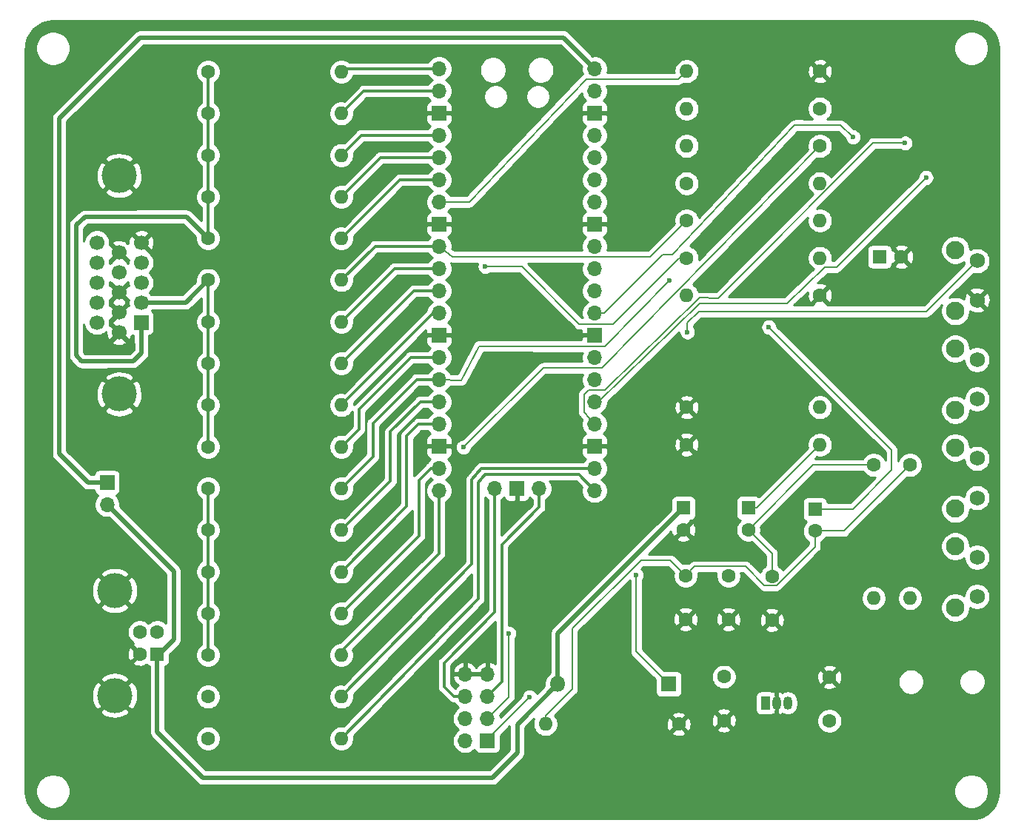
<source format=gbr>
%TF.GenerationSoftware,KiCad,Pcbnew,(5.1.9)-1*%
%TF.CreationDate,2021-02-02T00:48:23+00:00*%
%TF.ProjectId,pico_vga_sd_aud,7069636f-5f76-4676-915f-73645f617564,rev?*%
%TF.SameCoordinates,Original*%
%TF.FileFunction,Copper,L2,Bot*%
%TF.FilePolarity,Positive*%
%FSLAX46Y46*%
G04 Gerber Fmt 4.6, Leading zero omitted, Abs format (unit mm)*
G04 Created by KiCad (PCBNEW (5.1.9)-1) date 2021-02-02 00:48:23*
%MOMM*%
%LPD*%
G01*
G04 APERTURE LIST*
%TA.AperFunction,ComponentPad*%
%ADD10O,1.700000X1.700000*%
%TD*%
%TA.AperFunction,ComponentPad*%
%ADD11R,1.700000X1.700000*%
%TD*%
%TA.AperFunction,ComponentPad*%
%ADD12O,1.600000X1.600000*%
%TD*%
%TA.AperFunction,ComponentPad*%
%ADD13C,1.600000*%
%TD*%
%TA.AperFunction,ComponentPad*%
%ADD14R,1.600000X1.600000*%
%TD*%
%TA.AperFunction,ComponentPad*%
%ADD15C,2.100000*%
%TD*%
%TA.AperFunction,ComponentPad*%
%ADD16C,1.750000*%
%TD*%
%TA.AperFunction,ComponentPad*%
%ADD17R,1.050000X1.500000*%
%TD*%
%TA.AperFunction,ComponentPad*%
%ADD18O,1.050000X1.500000*%
%TD*%
%TA.AperFunction,ComponentPad*%
%ADD19C,4.000000*%
%TD*%
%TA.AperFunction,ComponentPad*%
%ADD20O,1.800000X1.800000*%
%TD*%
%TA.AperFunction,ComponentPad*%
%ADD21R,1.800000X1.800000*%
%TD*%
%TA.AperFunction,ComponentPad*%
%ADD22C,1.700000*%
%TD*%
%TA.AperFunction,ViaPad*%
%ADD23C,0.600000*%
%TD*%
%TA.AperFunction,Conductor*%
%ADD24C,1.000000*%
%TD*%
%TA.AperFunction,Conductor*%
%ADD25C,0.200000*%
%TD*%
%TA.AperFunction,Conductor*%
%ADD26C,0.500000*%
%TD*%
%TA.AperFunction,Conductor*%
%ADD27C,0.300000*%
%TD*%
%TA.AperFunction,Conductor*%
%ADD28C,0.254000*%
%TD*%
%TA.AperFunction,Conductor*%
%ADD29C,0.100000*%
%TD*%
G04 APERTURE END LIST*
D10*
%TO.P,U2,43*%
%TO.N,/SWDIO*%
X145284400Y-89355800D03*
D11*
%TO.P,U2,42*%
%TO.N,GND*%
X142744400Y-89355800D03*
D10*
%TO.P,U2,41*%
%TO.N,/SWCLK*%
X140204400Y-89355800D03*
%TO.P,U2,40*%
%TO.N,VBUS*%
X151634400Y-41325800D03*
%TO.P,U2,39*%
%TO.N,/VSYS*%
X151634400Y-43865800D03*
D11*
%TO.P,U2,38*%
%TO.N,GND*%
X151634400Y-46405800D03*
D10*
%TO.P,U2,37*%
%TO.N,Net-(U2-Pad37)*%
X151634400Y-48945800D03*
%TO.P,U2,36*%
%TO.N,+3V3*%
X151634400Y-51485800D03*
%TO.P,U2,35*%
%TO.N,Net-(U2-Pad35)*%
X151634400Y-54025800D03*
%TO.P,U2,34*%
%TO.N,/GPIO28*%
X151634400Y-56565800D03*
D11*
%TO.P,U2,33*%
%TO.N,GND*%
X151634400Y-59105800D03*
D10*
%TO.P,U2,32*%
%TO.N,/GPIO27*%
X151634400Y-61645800D03*
%TO.P,U2,31*%
%TO.N,/GPIO26*%
X151634400Y-64185800D03*
%TO.P,U2,30*%
%TO.N,/RUN*%
X151634400Y-66725800D03*
%TO.P,U2,29*%
%TO.N,/GPIO22*%
X151634400Y-69265800D03*
D11*
%TO.P,U2,28*%
%TO.N,GND*%
X151634400Y-71805800D03*
D10*
%TO.P,U2,27*%
%TO.N,/GPIO21*%
X151634400Y-74345800D03*
%TO.P,U2,26*%
%TO.N,/GPIO20*%
X151634400Y-76885800D03*
%TO.P,U2,25*%
%TO.N,/GPIO19*%
X151634400Y-79425800D03*
%TO.P,U2,24*%
%TO.N,/GPIO18*%
X151634400Y-81965800D03*
D11*
%TO.P,U2,23*%
%TO.N,GND*%
X151634400Y-84505800D03*
D10*
%TO.P,U2,22*%
%TO.N,/GPIO17*%
X151634400Y-87045800D03*
%TO.P,U2,21*%
%TO.N,/GPIO16*%
X151634400Y-89585800D03*
%TO.P,U2,20*%
%TO.N,/GPIO15*%
X133854400Y-89585800D03*
%TO.P,U2,19*%
%TO.N,/GPIO14*%
X133854400Y-87045800D03*
D11*
%TO.P,U2,18*%
%TO.N,GND*%
X133854400Y-84505800D03*
D10*
%TO.P,U2,17*%
%TO.N,/GPIO13*%
X133854400Y-81965800D03*
%TO.P,U2,16*%
%TO.N,/GPIO12*%
X133854400Y-79425800D03*
%TO.P,U2,15*%
%TO.N,/GPIO11*%
X133854400Y-76885800D03*
%TO.P,U2,14*%
%TO.N,/GPIO10*%
X133854400Y-74345800D03*
D11*
%TO.P,U2,13*%
%TO.N,GND*%
X133854400Y-71805800D03*
D10*
%TO.P,U2,12*%
%TO.N,/GPIO9*%
X133854400Y-69265800D03*
%TO.P,U2,11*%
%TO.N,/GPIO8*%
X133854400Y-66725800D03*
%TO.P,U2,10*%
%TO.N,/GPIO7*%
X133854400Y-64185800D03*
%TO.P,U2,9*%
%TO.N,/GPIO6*%
X133854400Y-61645800D03*
D11*
%TO.P,U2,8*%
%TO.N,GND*%
X133854400Y-59105800D03*
D10*
%TO.P,U2,7*%
%TO.N,/GPIO5*%
X133854400Y-56565800D03*
%TO.P,U2,6*%
%TO.N,/GPIO4*%
X133854400Y-54025800D03*
%TO.P,U2,5*%
%TO.N,/GPIO3*%
X133854400Y-51485800D03*
%TO.P,U2,4*%
%TO.N,/GPIO2*%
X133854400Y-48945800D03*
D11*
%TO.P,U2,3*%
%TO.N,GND*%
X133854400Y-46405800D03*
D10*
%TO.P,U2,2*%
%TO.N,/GPIO1*%
X133854400Y-43865800D03*
%TO.P,U2,1*%
%TO.N,/GPIO0*%
X133854400Y-41325800D03*
%TD*%
D12*
%TO.P,R24,2*%
%TO.N,+3V3*%
X162162700Y-50156820D03*
D13*
%TO.P,R24,1*%
%TO.N,/SD_DAT1*%
X177402700Y-50156820D03*
%TD*%
D12*
%TO.P,R23,2*%
%TO.N,+3V3*%
X162162700Y-45885560D03*
D13*
%TO.P,R23,1*%
%TO.N,Net-(J3-Pad1)*%
X177402700Y-45885560D03*
%TD*%
%TO.P,C21,2*%
%TO.N,GND*%
X161794400Y-94067000D03*
D14*
%TO.P,C21,1*%
%TO.N,+5V*%
X161794400Y-91567000D03*
%TD*%
D13*
%TO.P,C19,2*%
%TO.N,GND*%
X186722600Y-62838500D03*
D14*
%TO.P,C19,1*%
%TO.N,+3V3*%
X184222600Y-62838500D03*
%TD*%
D13*
%TO.P,C15,2*%
%TO.N,/PWM_RR*%
X169223900Y-94067000D03*
D14*
%TO.P,C15,1*%
%TO.N,/PWM_AUDIO_R*%
X169223900Y-91567000D03*
%TD*%
D13*
%TO.P,C14,2*%
%TO.N,/PWM_LL*%
X176831200Y-94205600D03*
D14*
%TO.P,C14,1*%
%TO.N,/PWM_AUDIO_L*%
X176831200Y-91705600D03*
%TD*%
D15*
%TO.P,SW4,*%
%TO.N,*%
X192886800Y-73349066D03*
D16*
%TO.P,SW4,1*%
%TO.N,+3V3*%
X195376800Y-74599066D03*
%TO.P,SW4,2*%
%TO.N,Net-(R22-Pad2)*%
X195376800Y-79099066D03*
D15*
%TO.P,SW4,*%
%TO.N,*%
X192886800Y-80359066D03*
%TD*%
%TO.P,SW3,*%
%TO.N,*%
X192886800Y-84652432D03*
D16*
%TO.P,SW3,1*%
%TO.N,+3V3*%
X195376800Y-85902432D03*
%TO.P,SW3,2*%
%TO.N,Net-(R21-Pad2)*%
X195376800Y-90402432D03*
D15*
%TO.P,SW3,*%
%TO.N,*%
X192886800Y-91662432D03*
%TD*%
%TO.P,SW2,*%
%TO.N,*%
X192886800Y-95955800D03*
D16*
%TO.P,SW2,1*%
%TO.N,+3V3*%
X195376800Y-97205800D03*
%TO.P,SW2,2*%
%TO.N,Net-(R20-Pad2)*%
X195376800Y-101705800D03*
D15*
%TO.P,SW2,*%
%TO.N,*%
X192886800Y-102965800D03*
%TD*%
%TO.P,SW1,*%
%TO.N,*%
X192886800Y-62045700D03*
D16*
%TO.P,SW1,1*%
%TO.N,/RUN*%
X195376800Y-63295700D03*
%TO.P,SW1,2*%
%TO.N,GND*%
X195376800Y-67795700D03*
D15*
%TO.P,SW1,*%
%TO.N,*%
X192886800Y-69055700D03*
%TD*%
D12*
%TO.P,R8,2*%
%TO.N,/PWM_AUDIO_R*%
X177402700Y-84326900D03*
D13*
%TO.P,R8,1*%
%TO.N,GND*%
X162162700Y-84326900D03*
%TD*%
D12*
%TO.P,R7,2*%
%TO.N,/PWM_AUDIO_L*%
X162162700Y-67241860D03*
D13*
%TO.P,R7,1*%
%TO.N,GND*%
X177402700Y-67241860D03*
%TD*%
D17*
%TO.P,U1,1*%
%TO.N,/VSYS*%
X171179700Y-113880900D03*
D18*
%TO.P,U1,3*%
%TO.N,+3.3VA*%
X173719700Y-113880900D03*
%TO.P,U1,2*%
%TO.N,GND*%
X172449700Y-113880900D03*
%TD*%
D19*
%TO.P,J5,5*%
%TO.N,GND*%
X96761800Y-113016400D03*
X96761800Y-101016400D03*
D13*
%TO.P,J5,4*%
X99621800Y-108266400D03*
%TO.P,J5,3*%
%TO.N,Net-(J5-Pad3)*%
X99621800Y-105766400D03*
%TO.P,J5,2*%
%TO.N,Net-(J5-Pad2)*%
X101621800Y-105766400D03*
D14*
%TO.P,J5,1*%
%TO.N,+5V*%
X101621800Y-108266400D03*
%TD*%
D20*
%TO.P,D1,2*%
%TO.N,+5V*%
X147418000Y-111709200D03*
D21*
%TO.P,D1,1*%
%TO.N,/VSYS*%
X160118000Y-111709200D03*
%TD*%
D12*
%TO.P,R40,2*%
%TO.N,/GPIO11*%
X122682000Y-89333380D03*
D13*
%TO.P,R40,1*%
%TO.N,/VGA_B*%
X107442000Y-89333380D03*
%TD*%
D12*
%TO.P,R39,2*%
%TO.N,/GPIO12*%
X122682000Y-94099848D03*
D13*
%TO.P,R39,1*%
%TO.N,/VGA_B*%
X107442000Y-94099848D03*
%TD*%
D12*
%TO.P,R38,2*%
%TO.N,/GPIO13*%
X122682000Y-98866316D03*
D13*
%TO.P,R38,1*%
%TO.N,/VGA_B*%
X107442000Y-98866316D03*
%TD*%
D12*
%TO.P,R37,2*%
%TO.N,/GPIO14*%
X122682000Y-103632784D03*
D13*
%TO.P,R37,1*%
%TO.N,/VGA_B*%
X107442000Y-103632784D03*
%TD*%
D12*
%TO.P,R36,2*%
%TO.N,/GPIO15*%
X122682000Y-108399252D03*
D13*
%TO.P,R36,1*%
%TO.N,/VGA_B*%
X107442000Y-108399252D03*
%TD*%
D12*
%TO.P,R35,2*%
%TO.N,/GPIO6*%
X122682000Y-65501040D03*
D13*
%TO.P,R35,1*%
%TO.N,/VGA_G*%
X107442000Y-65501040D03*
%TD*%
D12*
%TO.P,R34,2*%
%TO.N,/GPIO7*%
X122682000Y-70267508D03*
D13*
%TO.P,R34,1*%
%TO.N,/VGA_G*%
X107442000Y-70267508D03*
%TD*%
D12*
%TO.P,R33,2*%
%TO.N,/GPIO8*%
X122682000Y-75033976D03*
D13*
%TO.P,R33,1*%
%TO.N,/VGA_G*%
X107442000Y-75033976D03*
%TD*%
D12*
%TO.P,R32,2*%
%TO.N,/GPIO9*%
X122682000Y-79800444D03*
D13*
%TO.P,R32,1*%
%TO.N,/VGA_G*%
X107442000Y-79800444D03*
%TD*%
D12*
%TO.P,R31,2*%
%TO.N,/GPIO10*%
X122682000Y-84566912D03*
D13*
%TO.P,R31,1*%
%TO.N,/VGA_G*%
X107442000Y-84566912D03*
%TD*%
D12*
%TO.P,R30,2*%
%TO.N,/GPIO0*%
X122682000Y-41668700D03*
D13*
%TO.P,R30,1*%
%TO.N,/VGA_R*%
X107442000Y-41668700D03*
%TD*%
D12*
%TO.P,R29,2*%
%TO.N,/GPIO1*%
X122682000Y-46435168D03*
D13*
%TO.P,R29,1*%
%TO.N,/VGA_R*%
X107442000Y-46435168D03*
%TD*%
D12*
%TO.P,R28,2*%
%TO.N,/GPIO2*%
X122682000Y-51201636D03*
D13*
%TO.P,R28,1*%
%TO.N,/VGA_R*%
X107442000Y-51201636D03*
%TD*%
D12*
%TO.P,R27,2*%
%TO.N,/GPIO3*%
X122682000Y-55968104D03*
D13*
%TO.P,R27,1*%
%TO.N,/VGA_R*%
X107442000Y-55968104D03*
%TD*%
D12*
%TO.P,R26,2*%
%TO.N,/GPIO4*%
X122682000Y-60734572D03*
D13*
%TO.P,R26,1*%
%TO.N,/VGA_R*%
X107442000Y-60734572D03*
%TD*%
D12*
%TO.P,R22,2*%
%TO.N,Net-(R22-Pad2)*%
X177402700Y-54428080D03*
D13*
%TO.P,R22,1*%
%TO.N,/GPIO11*%
X162162700Y-54428080D03*
%TD*%
D12*
%TO.P,R21,2*%
%TO.N,Net-(R21-Pad2)*%
X177402700Y-58699340D03*
D13*
%TO.P,R21,1*%
%TO.N,/GPIO6*%
X162162700Y-58699340D03*
%TD*%
D12*
%TO.P,R20,2*%
%TO.N,Net-(R20-Pad2)*%
X177402700Y-62970600D03*
D13*
%TO.P,R20,1*%
%TO.N,/GPIO0*%
X162162700Y-62970600D03*
%TD*%
D12*
%TO.P,R11,2*%
%TO.N,/GPIO16*%
X122682000Y-117932200D03*
D13*
%TO.P,R11,1*%
%TO.N,/HSYNC*%
X107442000Y-117932200D03*
%TD*%
D12*
%TO.P,R10,2*%
%TO.N,/GPIO17*%
X122682000Y-113165720D03*
D13*
%TO.P,R10,1*%
%TO.N,/VSYNC*%
X107442000Y-113165720D03*
%TD*%
D12*
%TO.P,R9,2*%
%TO.N,/GPIO5*%
X162162700Y-41614300D03*
D13*
%TO.P,R9,1*%
%TO.N,GND*%
X177402700Y-41614300D03*
%TD*%
D12*
%TO.P,R4,2*%
%TO.N,/PWM_RR*%
X177402700Y-80055640D03*
D13*
%TO.P,R4,1*%
%TO.N,GND*%
X162162700Y-80055640D03*
%TD*%
D12*
%TO.P,R3,2*%
%TO.N,/PWM_LL*%
X146008300Y-116293900D03*
D13*
%TO.P,R3,1*%
%TO.N,GND*%
X161248300Y-116293900D03*
%TD*%
D12*
%TO.P,R2,2*%
%TO.N,/PWM_R*%
X183536800Y-101891000D03*
D13*
%TO.P,R2,1*%
%TO.N,/PWM_RR*%
X183536800Y-86651000D03*
%TD*%
D12*
%TO.P,R1,2*%
%TO.N,/PWM_L*%
X187715100Y-101891000D03*
D13*
%TO.P,R1,1*%
%TO.N,/PWM_LL*%
X187715100Y-86651000D03*
%TD*%
D10*
%TO.P,J7,8*%
%TO.N,GND*%
X136838900Y-110577800D03*
%TO.P,J7,7*%
X139378900Y-110577800D03*
%TO.P,J7,6*%
%TO.N,/SWCLK*%
X136838900Y-113117800D03*
%TO.P,J7,5*%
%TO.N,/SWDIO*%
X139378900Y-113117800D03*
%TO.P,J7,4*%
%TO.N,/SD_DAT1*%
X136838900Y-115657800D03*
%TO.P,J7,3*%
%TO.N,/GPIO20*%
X139378900Y-115657800D03*
%TO.P,J7,2*%
%TO.N,/SD_DAT2*%
X136838900Y-118197800D03*
D11*
%TO.P,J7,1*%
%TO.N,/GPIO21*%
X139378900Y-118197800D03*
%TD*%
D10*
%TO.P,J6,2*%
%TO.N,+5V*%
X95881400Y-91184900D03*
D11*
%TO.P,J6,1*%
%TO.N,VBUS*%
X95881400Y-88644900D03*
%TD*%
%TO.P,J4,1*%
%TO.N,/VGA_R*%
X99805700Y-70368900D03*
D22*
%TO.P,J4,2*%
%TO.N,/VGA_G*%
X99805700Y-68078900D03*
%TO.P,J4,3*%
%TO.N,/VGA_B*%
X99805700Y-65788900D03*
%TO.P,J4,4*%
%TO.N,Net-(J4-Pad4)*%
X99805700Y-63498900D03*
%TO.P,J4,5*%
%TO.N,GND*%
X99805700Y-61208900D03*
%TO.P,J4,11*%
%TO.N,Net-(J4-Pad11)*%
X94725700Y-70368900D03*
%TO.P,J4,13*%
%TO.N,/HSYNC*%
X94725700Y-65788900D03*
%TO.P,J4,12*%
%TO.N,Net-(J4-Pad12)*%
X94725700Y-68078900D03*
%TO.P,J4,15*%
%TO.N,Net-(J4-Pad15)*%
X94725700Y-61208900D03*
%TO.P,J4,14*%
%TO.N,/VSYNC*%
X94725700Y-63498900D03*
%TO.P,J4,10*%
%TO.N,GND*%
X97265700Y-62353900D03*
%TO.P,J4,9*%
%TO.N,Net-(J4-Pad9)*%
X97265700Y-64643900D03*
%TO.P,J4,6*%
%TO.N,GND*%
X97265700Y-71513900D03*
%TO.P,J4,7*%
X97265700Y-69223900D03*
%TO.P,J4,8*%
X97265700Y-66933900D03*
D19*
%TO.P,J4,0*%
X97265700Y-78533900D03*
X97265700Y-53543900D03*
%TD*%
D13*
%TO.P,C8,2*%
%TO.N,GND*%
X171916300Y-104389100D03*
%TO.P,C8,1*%
%TO.N,/PWM_RR*%
X171916300Y-99389100D03*
%TD*%
%TO.P,C7,2*%
%TO.N,GND*%
X162048400Y-104312900D03*
%TO.P,C7,1*%
%TO.N,/PWM_LL*%
X162048400Y-99312900D03*
%TD*%
%TO.P,C4,2*%
%TO.N,GND*%
X166950600Y-104312900D03*
%TO.P,C4,1*%
%TO.N,+3.3VA*%
X166950600Y-99312900D03*
%TD*%
%TO.P,C2,2*%
%TO.N,GND*%
X178494900Y-110924500D03*
%TO.P,C2,1*%
%TO.N,+3.3VA*%
X178494900Y-115924500D03*
%TD*%
%TO.P,C1,2*%
%TO.N,GND*%
X166417200Y-115882600D03*
%TO.P,C1,1*%
%TO.N,/VSYS*%
X166417200Y-110882600D03*
%TD*%
D23*
%TO.N,GND*%
X179066400Y-98081000D03*
X183892400Y-93763000D03*
X191918800Y-88098800D03*
X195728800Y-82485400D03*
X192477600Y-58571300D03*
X176259700Y-101916400D03*
X149361100Y-65315000D03*
X178406000Y-88665220D03*
X183826360Y-47618820D03*
%TO.N,/VSYS*%
X156396900Y-99262100D03*
%TO.N,/PWM_AUDIO_L*%
X171560700Y-70877600D03*
%TO.N,/GPIO19*%
X189537550Y-53770700D03*
%TO.N,/GPIO18*%
X187143600Y-49833700D03*
%TO.N,/GPIO22*%
X181205080Y-49130120D03*
%TO.N,/SD_DAT1*%
X136635700Y-84619000D03*
%TO.N,/GPIO20*%
X141830000Y-105904200D03*
%TO.N,/GPIO21*%
X144204900Y-113219400D03*
%TO.N,/GPIO0*%
X139124900Y-63930700D03*
%TO.N,/GPIO11*%
X160143400Y-65569000D03*
%TO.N,/RUN*%
X162251600Y-71436400D03*
%TD*%
D24*
%TO.N,GND*%
X186722600Y-63108502D02*
X186722600Y-62838500D01*
D25*
%TO.N,/VSYS*%
X156396900Y-107988100D02*
X160118000Y-111709200D01*
X156396900Y-99262100D02*
X156396900Y-107988100D01*
%TO.N,/PWM_LL*%
X180160500Y-94205600D02*
X176831200Y-94205600D01*
X187715100Y-86651000D02*
X180160500Y-94205600D01*
X163098401Y-98262899D02*
X168872399Y-98262899D01*
X162048400Y-99312900D02*
X163098401Y-98262899D01*
X176831200Y-96028202D02*
X176831200Y-94205600D01*
X172420301Y-100439101D02*
X176831200Y-96028202D01*
X171048601Y-100439101D02*
X172420301Y-100439101D01*
X168872399Y-98262899D02*
X171048601Y-100439101D01*
X160308500Y-97573000D02*
X162048400Y-99312900D01*
X156930300Y-97573000D02*
X160308500Y-97573000D01*
X149056300Y-112317700D02*
X149056300Y-105345400D01*
X146008300Y-115353000D02*
X149056300Y-112317700D01*
X149056300Y-105345400D02*
X156930300Y-97573000D01*
X146008300Y-116293900D02*
X146008300Y-115353000D01*
%TO.N,/PWM_RR*%
X171916300Y-96759400D02*
X169223900Y-94067000D01*
X171916300Y-99389100D02*
X171916300Y-96759400D01*
X176639900Y-86651000D02*
X169223900Y-94067000D01*
X183536800Y-86651000D02*
X176639900Y-86651000D01*
%TO.N,/PWM_AUDIO_L*%
X176831200Y-91705600D02*
X181161900Y-91705600D01*
X181161900Y-91705600D02*
X185606900Y-87260600D01*
X185606900Y-87260600D02*
X185606900Y-84923800D01*
X185606900Y-84923800D02*
X171560700Y-70877600D01*
X171560700Y-70877600D02*
X171535300Y-70852200D01*
%TO.N,/PWM_AUDIO_R*%
X170162600Y-91567000D02*
X169223900Y-91567000D01*
X177402700Y-84326900D02*
X170162600Y-91567000D01*
D26*
%TO.N,+5V*%
X142807900Y-116319300D02*
X147418000Y-111709200D01*
X142807900Y-119582100D02*
X142807900Y-116319300D01*
X139963100Y-122426900D02*
X142807900Y-119582100D01*
X106854200Y-122426900D02*
X139963100Y-122426900D01*
X101621800Y-117194500D02*
X106854200Y-122426900D01*
X101621800Y-108266400D02*
X101621800Y-117194500D01*
X101621800Y-108266400D02*
X101875800Y-108266400D01*
X101875800Y-108266400D02*
X103501400Y-106640800D01*
X103501400Y-98804900D02*
X95881400Y-91184900D01*
X103501400Y-106640800D02*
X103501400Y-98804900D01*
X147418000Y-105943400D02*
X161794400Y-91567000D01*
X147418000Y-111709200D02*
X147418000Y-105943400D01*
D25*
%TO.N,/GPIO19*%
X163648600Y-68159800D02*
X152027752Y-79425800D01*
X152027752Y-79425800D02*
X151634400Y-79425800D01*
X173605400Y-68134400D02*
X163648600Y-68159800D01*
X179287649Y-64020601D02*
X177998599Y-64020601D01*
X177998599Y-64020601D02*
X173605400Y-68134400D01*
X189537550Y-53770700D02*
X179287649Y-64020601D01*
%TO.N,/GPIO5*%
X150669200Y-42518500D02*
X161222900Y-42531200D01*
X161222900Y-42531200D02*
X162162700Y-41614300D01*
X137306398Y-56565800D02*
X150669200Y-42518500D01*
X133854400Y-56565800D02*
X137306398Y-56565800D01*
%TO.N,/GPIO18*%
X150415200Y-80618500D02*
X151634400Y-81965800D01*
X150415200Y-78586500D02*
X150415200Y-80618500D01*
X150961300Y-78091200D02*
X150415200Y-78586500D01*
X152777400Y-78091200D02*
X150961300Y-78091200D01*
X163648600Y-67524800D02*
X152777400Y-78091200D01*
X165779179Y-67540831D02*
X163648600Y-67524800D01*
X183486310Y-49833700D02*
X165779179Y-67540831D01*
X187143600Y-49833700D02*
X183486310Y-49833700D01*
%TO.N,/GPIO22*%
X179742040Y-47794080D02*
X181205080Y-49130120D01*
X174504560Y-47778840D02*
X179742040Y-47794080D01*
X160519320Y-62622600D02*
X174504560Y-47778840D01*
X159412623Y-62620589D02*
X160519320Y-62622600D01*
X152767412Y-69265800D02*
X159412623Y-62620589D01*
X151634400Y-69265800D02*
X152767412Y-69265800D01*
%TO.N,/SD_DAT1*%
X136635700Y-84619000D02*
X136635700Y-84619000D01*
X145779700Y-75551200D02*
X136635700Y-84619000D01*
X152472600Y-75551200D02*
X145779700Y-75551200D01*
X177402700Y-50156820D02*
X152472600Y-75551200D01*
D27*
%TO.N,/VGA_R*%
X107442000Y-60734572D02*
X107442000Y-55968104D01*
X107442000Y-55968104D02*
X107442000Y-51201636D01*
X107442000Y-51201636D02*
X107442000Y-46435168D01*
X107442000Y-46435168D02*
X107442000Y-41668700D01*
D26*
X104961228Y-58253800D02*
X107442000Y-60734572D01*
X93366800Y-58266500D02*
X104961228Y-58253800D01*
X92363500Y-59196140D02*
X93366800Y-58266500D01*
X92363500Y-74103400D02*
X92363500Y-59196140D01*
X92973100Y-74789200D02*
X92363500Y-74103400D01*
X98853200Y-74777781D02*
X92973100Y-74789200D01*
X99818400Y-73849400D02*
X98853200Y-74777781D01*
X99805700Y-70368900D02*
X99818400Y-73849400D01*
D27*
%TO.N,/VGA_G*%
X107442000Y-65501040D02*
X107442000Y-70267508D01*
X107442000Y-70267508D02*
X107442000Y-75033976D01*
X107442000Y-75033976D02*
X107442000Y-79800444D01*
X107442000Y-79800444D02*
X107442000Y-84566912D01*
D26*
X104864140Y-68078900D02*
X107442000Y-65501040D01*
X99805700Y-68078900D02*
X104864140Y-68078900D01*
D27*
%TO.N,/VGA_B*%
X107442000Y-89333380D02*
X107442000Y-94099848D01*
X107442000Y-94099848D02*
X107442000Y-98866316D01*
X107442000Y-98866316D02*
X107442000Y-103632784D01*
X107442000Y-103632784D02*
X107442000Y-108399252D01*
D26*
%TO.N,VBUS*%
X95881400Y-88644900D02*
X93709700Y-88644900D01*
X93709700Y-88644900D02*
X90420400Y-85355600D01*
X90420400Y-85355600D02*
X90420400Y-47001600D01*
X90420400Y-47001600D02*
X99666000Y-37756000D01*
X148064600Y-37756000D02*
X151634400Y-41325800D01*
X99666000Y-37756000D02*
X148064600Y-37756000D01*
D27*
%TO.N,/SWCLK*%
X134438600Y-112025600D02*
X135530800Y-113117800D01*
X134451300Y-109282400D02*
X134438600Y-112025600D01*
X135530800Y-113117800D02*
X136838900Y-113117800D01*
X140204400Y-103516600D02*
X134451300Y-109282400D01*
X140204400Y-89355800D02*
X140204400Y-103516600D01*
%TO.N,/SWDIO*%
X145284400Y-89355800D02*
X145284400Y-91489700D01*
X145284400Y-91489700D02*
X141042600Y-95731500D01*
X141042600Y-111454100D02*
X139378900Y-113117800D01*
X141042600Y-95731500D02*
X141042600Y-111454100D01*
D25*
%TO.N,/GPIO20*%
X141830000Y-113206700D02*
X139378900Y-115657800D01*
X141830000Y-105904200D02*
X141830000Y-113206700D01*
%TO.N,/GPIO21*%
X139378900Y-118197800D02*
X139378900Y-118045400D01*
X139378900Y-118045400D02*
X144204900Y-113219400D01*
X144204900Y-113219400D02*
X144204900Y-113219400D01*
D27*
%TO.N,/GPIO17*%
X137598360Y-98006765D02*
X122682000Y-113165720D01*
X137608520Y-88337560D02*
X137598360Y-98006765D01*
X138688020Y-87042160D02*
X137608520Y-88337560D01*
X151634400Y-87045800D02*
X138688020Y-87042160D01*
%TO.N,/GPIO16*%
X138337500Y-101972280D02*
X122682000Y-117932200D01*
X138327340Y-88644900D02*
X138337500Y-101972280D01*
X139140140Y-87692400D02*
X138327340Y-88644900D01*
X149866560Y-87700020D02*
X139140140Y-87692400D01*
X151634400Y-89585800D02*
X149866560Y-87700020D01*
%TO.N,/GPIO0*%
X123024900Y-41325800D02*
X122682000Y-41668700D01*
X133854400Y-41325800D02*
X123024900Y-41325800D01*
D25*
X139124900Y-63930700D02*
X139124900Y-63930700D01*
X162162700Y-62970600D02*
X161319400Y-62970600D01*
X161319400Y-62970600D02*
X153780700Y-70509300D01*
X153780700Y-70509300D02*
X149881800Y-70509300D01*
X143303200Y-63930700D02*
X139124900Y-63930700D01*
X149881800Y-70509300D02*
X143303200Y-63930700D01*
D27*
%TO.N,/GPIO6*%
X126537240Y-61645800D02*
X122682000Y-65501040D01*
X133854400Y-61645800D02*
X126537240Y-61645800D01*
D25*
X158009800Y-62838500D02*
X162162700Y-58699340D01*
X135365700Y-62838500D02*
X158009800Y-62838500D01*
X133854400Y-61645800D02*
X135365700Y-62838500D01*
D27*
%TO.N,/GPIO11*%
X133854400Y-76885800D02*
X131275200Y-76885800D01*
X131275200Y-76885800D02*
X126297900Y-81863100D01*
X126297900Y-85717480D02*
X122682000Y-89333380D01*
X126297900Y-81863100D02*
X126297900Y-85717480D01*
D25*
X160143400Y-65569000D02*
X160143400Y-65569000D01*
X152790100Y-73074700D02*
X160143400Y-65569000D01*
X150618400Y-73074700D02*
X152790100Y-73074700D01*
X138451800Y-73044220D02*
X150618400Y-73074700D01*
X136366460Y-76940580D02*
X138451800Y-73044220D01*
X133854400Y-76885800D02*
X136366460Y-76940580D01*
D27*
%TO.N,/GPIO4*%
X129390772Y-54025800D02*
X122682000Y-60734572D01*
X133854400Y-54025800D02*
X129390772Y-54025800D01*
%TO.N,/GPIO3*%
X127164304Y-51485800D02*
X122682000Y-55968104D01*
X133854400Y-51485800D02*
X127164304Y-51485800D01*
%TO.N,/GPIO2*%
X124937836Y-48945800D02*
X122682000Y-51201636D01*
X133854400Y-48945800D02*
X124937836Y-48945800D01*
%TO.N,/GPIO1*%
X125251368Y-43865800D02*
X122682000Y-46435168D01*
X133854400Y-43865800D02*
X125251368Y-43865800D01*
%TO.N,/GPIO10*%
X133854400Y-74345800D02*
X130614800Y-74345800D01*
X130614800Y-74345800D02*
X124697700Y-80262900D01*
X124697700Y-82551212D02*
X122682000Y-84566912D01*
X124697700Y-80262900D02*
X124697700Y-82551212D01*
%TO.N,/GPIO9*%
X133216644Y-69265800D02*
X122682000Y-79800444D01*
X133854400Y-69265800D02*
X133216644Y-69265800D01*
%TO.N,/GPIO8*%
X130990176Y-66725800D02*
X122682000Y-75033976D01*
X133854400Y-66725800D02*
X130990176Y-66725800D01*
%TO.N,/GPIO7*%
X128763708Y-64185800D02*
X122682000Y-70267508D01*
X133854400Y-64185800D02*
X128763708Y-64185800D01*
%TO.N,/GPIO15*%
X133854400Y-89585800D02*
X133854400Y-96760200D01*
X122682000Y-107932600D02*
X122682000Y-108399252D01*
X133854400Y-96760200D02*
X122682000Y-107932600D01*
%TO.N,/GPIO14*%
X133854400Y-87045800D02*
X132900800Y-87045800D01*
X132900800Y-87045800D02*
X131555700Y-88390900D01*
X131555700Y-94759084D02*
X122682000Y-103632784D01*
X131555700Y-88390900D02*
X131555700Y-94759084D01*
%TO.N,/GPIO13*%
X133854400Y-81965800D02*
X131516500Y-81965800D01*
X131516500Y-81965800D02*
X130158700Y-83323600D01*
X130158700Y-91389616D02*
X122682000Y-98866316D01*
X130158700Y-83323600D02*
X130158700Y-91389616D01*
%TO.N,/GPIO12*%
X128304500Y-82853700D02*
X128304500Y-88477348D01*
X131732400Y-79425800D02*
X128304500Y-82853700D01*
X128304500Y-88477348D02*
X122682000Y-94099848D01*
X133854400Y-79425800D02*
X131732400Y-79425800D01*
D25*
%TO.N,/RUN*%
X189572900Y-69099600D02*
X195376800Y-63295700D01*
X163559700Y-69099600D02*
X189572900Y-69099600D01*
X162251600Y-70407700D02*
X163559700Y-69099600D01*
X162251600Y-71436400D02*
X162251600Y-70407700D01*
%TD*%
D28*
%TO.N,GND*%
X195324022Y-35902096D02*
X195911964Y-36079606D01*
X196454236Y-36367937D01*
X196930164Y-36756094D01*
X197321645Y-37229314D01*
X197613751Y-37769552D01*
X197795363Y-38356244D01*
X197862800Y-38997879D01*
X197862801Y-123956711D01*
X197799704Y-124600221D01*
X197622194Y-125188164D01*
X197333863Y-125730436D01*
X196945706Y-126206364D01*
X196472486Y-126597845D01*
X195932249Y-126889950D01*
X195345556Y-127071563D01*
X194703930Y-127139000D01*
X89745079Y-127139000D01*
X89101579Y-127075904D01*
X88513636Y-126898394D01*
X87971364Y-126610063D01*
X87495436Y-126221906D01*
X87103955Y-125748686D01*
X86811850Y-125208449D01*
X86630237Y-124621756D01*
X86562800Y-123980130D01*
X86562800Y-123793495D01*
X87727800Y-123793495D01*
X87727800Y-124184505D01*
X87804082Y-124568003D01*
X87953715Y-124929250D01*
X88170949Y-125254364D01*
X88447436Y-125530851D01*
X88772550Y-125748085D01*
X89133797Y-125897718D01*
X89517295Y-125974000D01*
X89908305Y-125974000D01*
X90291803Y-125897718D01*
X90653050Y-125748085D01*
X90978164Y-125530851D01*
X91254651Y-125254364D01*
X91471885Y-124929250D01*
X91621518Y-124568003D01*
X91697800Y-124184505D01*
X91697800Y-123793495D01*
X192727800Y-123793495D01*
X192727800Y-124184505D01*
X192804082Y-124568003D01*
X192953715Y-124929250D01*
X193170949Y-125254364D01*
X193447436Y-125530851D01*
X193772550Y-125748085D01*
X194133797Y-125897718D01*
X194517295Y-125974000D01*
X194908305Y-125974000D01*
X195291803Y-125897718D01*
X195653050Y-125748085D01*
X195978164Y-125530851D01*
X196254651Y-125254364D01*
X196471885Y-124929250D01*
X196621518Y-124568003D01*
X196697800Y-124184505D01*
X196697800Y-123793495D01*
X196621518Y-123409997D01*
X196471885Y-123048750D01*
X196254651Y-122723636D01*
X195978164Y-122447149D01*
X195653050Y-122229915D01*
X195291803Y-122080282D01*
X194908305Y-122004000D01*
X194517295Y-122004000D01*
X194133797Y-122080282D01*
X193772550Y-122229915D01*
X193447436Y-122447149D01*
X193170949Y-122723636D01*
X192953715Y-123048750D01*
X192804082Y-123409997D01*
X192727800Y-123793495D01*
X91697800Y-123793495D01*
X91621518Y-123409997D01*
X91471885Y-123048750D01*
X91254651Y-122723636D01*
X90978164Y-122447149D01*
X90653050Y-122229915D01*
X90291803Y-122080282D01*
X89908305Y-122004000D01*
X89517295Y-122004000D01*
X89133797Y-122080282D01*
X88772550Y-122229915D01*
X88447436Y-122447149D01*
X88170949Y-122723636D01*
X87953715Y-123048750D01*
X87804082Y-123409997D01*
X87727800Y-123793495D01*
X86562800Y-123793495D01*
X86562800Y-114863899D01*
X95093906Y-114863899D01*
X95310028Y-115230658D01*
X95769905Y-115471338D01*
X96267898Y-115617675D01*
X96784871Y-115664048D01*
X97300959Y-115608673D01*
X97796326Y-115453679D01*
X98213572Y-115230658D01*
X98429694Y-114863899D01*
X96761800Y-113196005D01*
X95093906Y-114863899D01*
X86562800Y-114863899D01*
X86562800Y-113039471D01*
X94114152Y-113039471D01*
X94169527Y-113555559D01*
X94324521Y-114050926D01*
X94547542Y-114468172D01*
X94914301Y-114684294D01*
X96582195Y-113016400D01*
X96941405Y-113016400D01*
X98609299Y-114684294D01*
X98976058Y-114468172D01*
X99216738Y-114008295D01*
X99363075Y-113510302D01*
X99409448Y-112993329D01*
X99354073Y-112477241D01*
X99199079Y-111981874D01*
X98976058Y-111564628D01*
X98609299Y-111348506D01*
X96941405Y-113016400D01*
X96582195Y-113016400D01*
X94914301Y-111348506D01*
X94547542Y-111564628D01*
X94306862Y-112024505D01*
X94160525Y-112522498D01*
X94114152Y-113039471D01*
X86562800Y-113039471D01*
X86562800Y-111168901D01*
X95093906Y-111168901D01*
X96761800Y-112836795D01*
X98429694Y-111168901D01*
X98213572Y-110802142D01*
X97753695Y-110561462D01*
X97255702Y-110415125D01*
X96738729Y-110368752D01*
X96222641Y-110424127D01*
X95727274Y-110579121D01*
X95310028Y-110802142D01*
X95093906Y-111168901D01*
X86562800Y-111168901D01*
X86562800Y-108336912D01*
X98181583Y-108336912D01*
X98223013Y-108616530D01*
X98318197Y-108882692D01*
X98385129Y-109007914D01*
X98629098Y-109079497D01*
X99442195Y-108266400D01*
X98629098Y-107453303D01*
X98385129Y-107524886D01*
X98264229Y-107780396D01*
X98195500Y-108054584D01*
X98181583Y-108336912D01*
X86562800Y-108336912D01*
X86562800Y-102863899D01*
X95093906Y-102863899D01*
X95310028Y-103230658D01*
X95769905Y-103471338D01*
X96267898Y-103617675D01*
X96784871Y-103664048D01*
X97300959Y-103608673D01*
X97796326Y-103453679D01*
X98213572Y-103230658D01*
X98429694Y-102863899D01*
X96761800Y-101196005D01*
X95093906Y-102863899D01*
X86562800Y-102863899D01*
X86562800Y-101039471D01*
X94114152Y-101039471D01*
X94169527Y-101555559D01*
X94324521Y-102050926D01*
X94547542Y-102468172D01*
X94914301Y-102684294D01*
X96582195Y-101016400D01*
X96941405Y-101016400D01*
X98609299Y-102684294D01*
X98976058Y-102468172D01*
X99216738Y-102008295D01*
X99363075Y-101510302D01*
X99409448Y-100993329D01*
X99354073Y-100477241D01*
X99199079Y-99981874D01*
X98976058Y-99564628D01*
X98609299Y-99348506D01*
X96941405Y-101016400D01*
X96582195Y-101016400D01*
X94914301Y-99348506D01*
X94547542Y-99564628D01*
X94306862Y-100024505D01*
X94160525Y-100522498D01*
X94114152Y-101039471D01*
X86562800Y-101039471D01*
X86562800Y-99168901D01*
X95093906Y-99168901D01*
X96761800Y-100836795D01*
X98429694Y-99168901D01*
X98213572Y-98802142D01*
X97753695Y-98561462D01*
X97255702Y-98415125D01*
X96738729Y-98368752D01*
X96222641Y-98424127D01*
X95727274Y-98579121D01*
X95310028Y-98802142D01*
X95093906Y-99168901D01*
X86562800Y-99168901D01*
X86562800Y-47001600D01*
X89531119Y-47001600D01*
X89535401Y-47045079D01*
X89535400Y-85312131D01*
X89531119Y-85355600D01*
X89535400Y-85399069D01*
X89535400Y-85399076D01*
X89540178Y-85447586D01*
X89548205Y-85529090D01*
X89558665Y-85563571D01*
X89598811Y-85695912D01*
X89680989Y-85849658D01*
X89791583Y-85984417D01*
X89825356Y-86012134D01*
X93053170Y-89239949D01*
X93080883Y-89273717D01*
X93114651Y-89301430D01*
X93114653Y-89301432D01*
X93215641Y-89384311D01*
X93369386Y-89466489D01*
X93463044Y-89494900D01*
X93536210Y-89517095D01*
X93666223Y-89529900D01*
X93666231Y-89529900D01*
X93709700Y-89534181D01*
X93753169Y-89529900D01*
X94396775Y-89529900D01*
X94405588Y-89619382D01*
X94441898Y-89739080D01*
X94500863Y-89849394D01*
X94580215Y-89946085D01*
X94676906Y-90025437D01*
X94787220Y-90084402D01*
X94859780Y-90106413D01*
X94727925Y-90238268D01*
X94565410Y-90481489D01*
X94453468Y-90751742D01*
X94396400Y-91038640D01*
X94396400Y-91331160D01*
X94453468Y-91618058D01*
X94565410Y-91888311D01*
X94727925Y-92131532D01*
X94934768Y-92338375D01*
X95177989Y-92500890D01*
X95448242Y-92612832D01*
X95735140Y-92669900D01*
X96027660Y-92669900D01*
X96100361Y-92655439D01*
X102616401Y-99171480D01*
X102616400Y-104731604D01*
X102536559Y-104651763D01*
X102301527Y-104494720D01*
X102040374Y-104386547D01*
X101763135Y-104331400D01*
X101480465Y-104331400D01*
X101203226Y-104386547D01*
X100942073Y-104494720D01*
X100707041Y-104651763D01*
X100621800Y-104737004D01*
X100536559Y-104651763D01*
X100301527Y-104494720D01*
X100040374Y-104386547D01*
X99763135Y-104331400D01*
X99480465Y-104331400D01*
X99203226Y-104386547D01*
X98942073Y-104494720D01*
X98707041Y-104651763D01*
X98507163Y-104851641D01*
X98350120Y-105086673D01*
X98241947Y-105347826D01*
X98186800Y-105625065D01*
X98186800Y-105907735D01*
X98241947Y-106184974D01*
X98350120Y-106446127D01*
X98507163Y-106681159D01*
X98707041Y-106881037D01*
X98907669Y-107015092D01*
X98880286Y-107029729D01*
X98808703Y-107273698D01*
X99621800Y-108086795D01*
X99635943Y-108072653D01*
X99815548Y-108252258D01*
X99801405Y-108266400D01*
X99815548Y-108280543D01*
X99635943Y-108460148D01*
X99621800Y-108446005D01*
X98808703Y-109259102D01*
X98880286Y-109503071D01*
X99135796Y-109623971D01*
X99409984Y-109692700D01*
X99692312Y-109706617D01*
X99971930Y-109665187D01*
X100238092Y-109570003D01*
X100360109Y-109504784D01*
X100370615Y-109517585D01*
X100467306Y-109596937D01*
X100577620Y-109655902D01*
X100697318Y-109692212D01*
X100736800Y-109696101D01*
X100736801Y-117151021D01*
X100732519Y-117194500D01*
X100749605Y-117367990D01*
X100800212Y-117534813D01*
X100882390Y-117688559D01*
X100965268Y-117789546D01*
X100965271Y-117789549D01*
X100992984Y-117823317D01*
X101026752Y-117851030D01*
X106197670Y-123021949D01*
X106225383Y-123055717D01*
X106259151Y-123083430D01*
X106259153Y-123083432D01*
X106330652Y-123142110D01*
X106360141Y-123166311D01*
X106513887Y-123248489D01*
X106680710Y-123299095D01*
X106810723Y-123311900D01*
X106810733Y-123311900D01*
X106854199Y-123316181D01*
X106897666Y-123311900D01*
X139919631Y-123311900D01*
X139963100Y-123316181D01*
X140006569Y-123311900D01*
X140006577Y-123311900D01*
X140136590Y-123299095D01*
X140303413Y-123248489D01*
X140457159Y-123166311D01*
X140591917Y-123055717D01*
X140619634Y-123021944D01*
X143402950Y-120238629D01*
X143436717Y-120210917D01*
X143547311Y-120076159D01*
X143629489Y-119922413D01*
X143680095Y-119755590D01*
X143692900Y-119625577D01*
X143692900Y-119625569D01*
X143697181Y-119582100D01*
X143692900Y-119538631D01*
X143692900Y-116685878D01*
X144716831Y-115661947D01*
X144628447Y-115875326D01*
X144573300Y-116152565D01*
X144573300Y-116435235D01*
X144628447Y-116712474D01*
X144736620Y-116973627D01*
X144893663Y-117208659D01*
X145093541Y-117408537D01*
X145328573Y-117565580D01*
X145589726Y-117673753D01*
X145866965Y-117728900D01*
X146149635Y-117728900D01*
X146426874Y-117673753D01*
X146688027Y-117565580D01*
X146923059Y-117408537D01*
X147044994Y-117286602D01*
X160435203Y-117286602D01*
X160506786Y-117530571D01*
X160762296Y-117651471D01*
X161036484Y-117720200D01*
X161318812Y-117734117D01*
X161598430Y-117692687D01*
X161864592Y-117597503D01*
X161989814Y-117530571D01*
X162061397Y-117286602D01*
X161248300Y-116473505D01*
X160435203Y-117286602D01*
X147044994Y-117286602D01*
X147122937Y-117208659D01*
X147279980Y-116973627D01*
X147388153Y-116712474D01*
X147443300Y-116435235D01*
X147443300Y-116364412D01*
X159808083Y-116364412D01*
X159849513Y-116644030D01*
X159944697Y-116910192D01*
X160011629Y-117035414D01*
X160255598Y-117106997D01*
X161068695Y-116293900D01*
X161427905Y-116293900D01*
X162241002Y-117106997D01*
X162484971Y-117035414D01*
X162560731Y-116875302D01*
X165604103Y-116875302D01*
X165675686Y-117119271D01*
X165931196Y-117240171D01*
X166205384Y-117308900D01*
X166487712Y-117322817D01*
X166767330Y-117281387D01*
X167033492Y-117186203D01*
X167158714Y-117119271D01*
X167230297Y-116875302D01*
X166417200Y-116062205D01*
X165604103Y-116875302D01*
X162560731Y-116875302D01*
X162605871Y-116779904D01*
X162674600Y-116505716D01*
X162688517Y-116223388D01*
X162648472Y-115953112D01*
X164976983Y-115953112D01*
X165018413Y-116232730D01*
X165113597Y-116498892D01*
X165180529Y-116624114D01*
X165424498Y-116695697D01*
X166237595Y-115882600D01*
X166596805Y-115882600D01*
X167409902Y-116695697D01*
X167653871Y-116624114D01*
X167774771Y-116368604D01*
X167843500Y-116094416D01*
X167857417Y-115812088D01*
X167853132Y-115783165D01*
X177059900Y-115783165D01*
X177059900Y-116065835D01*
X177115047Y-116343074D01*
X177223220Y-116604227D01*
X177380263Y-116839259D01*
X177580141Y-117039137D01*
X177815173Y-117196180D01*
X178076326Y-117304353D01*
X178353565Y-117359500D01*
X178636235Y-117359500D01*
X178913474Y-117304353D01*
X179174627Y-117196180D01*
X179409659Y-117039137D01*
X179609537Y-116839259D01*
X179766580Y-116604227D01*
X179874753Y-116343074D01*
X179929900Y-116065835D01*
X179929900Y-115783165D01*
X179874753Y-115505926D01*
X179766580Y-115244773D01*
X179609537Y-115009741D01*
X179409659Y-114809863D01*
X179174627Y-114652820D01*
X178913474Y-114544647D01*
X178636235Y-114489500D01*
X178353565Y-114489500D01*
X178076326Y-114544647D01*
X177815173Y-114652820D01*
X177580141Y-114809863D01*
X177380263Y-115009741D01*
X177223220Y-115244773D01*
X177115047Y-115505926D01*
X177059900Y-115783165D01*
X167853132Y-115783165D01*
X167815987Y-115532470D01*
X167720803Y-115266308D01*
X167653871Y-115141086D01*
X167409902Y-115069503D01*
X166596805Y-115882600D01*
X166237595Y-115882600D01*
X165424498Y-115069503D01*
X165180529Y-115141086D01*
X165059629Y-115396596D01*
X164990900Y-115670784D01*
X164976983Y-115953112D01*
X162648472Y-115953112D01*
X162647087Y-115943770D01*
X162551903Y-115677608D01*
X162484971Y-115552386D01*
X162241002Y-115480803D01*
X161427905Y-116293900D01*
X161068695Y-116293900D01*
X160255598Y-115480803D01*
X160011629Y-115552386D01*
X159890729Y-115807896D01*
X159822000Y-116082084D01*
X159808083Y-116364412D01*
X147443300Y-116364412D01*
X147443300Y-116152565D01*
X147388153Y-115875326D01*
X147279980Y-115614173D01*
X147122937Y-115379141D01*
X147073409Y-115329613D01*
X147101942Y-115301198D01*
X160435203Y-115301198D01*
X161248300Y-116114295D01*
X162061397Y-115301198D01*
X161989814Y-115057229D01*
X161734304Y-114936329D01*
X161549072Y-114889898D01*
X165604103Y-114889898D01*
X166417200Y-115702995D01*
X167230297Y-114889898D01*
X167158714Y-114645929D01*
X166903204Y-114525029D01*
X166629016Y-114456300D01*
X166346688Y-114442383D01*
X166067070Y-114483813D01*
X165800908Y-114578997D01*
X165675686Y-114645929D01*
X165604103Y-114889898D01*
X161549072Y-114889898D01*
X161460116Y-114867600D01*
X161177788Y-114853683D01*
X160898170Y-114895113D01*
X160632008Y-114990297D01*
X160506786Y-115057229D01*
X160435203Y-115301198D01*
X147101942Y-115301198D01*
X149549901Y-112863439D01*
X149578537Y-112839938D01*
X149623955Y-112784597D01*
X149669528Y-112729302D01*
X149669894Y-112728621D01*
X149670387Y-112728020D01*
X149704194Y-112664772D01*
X149738045Y-112601758D01*
X149738272Y-112601017D01*
X149738637Y-112600333D01*
X149759477Y-112531634D01*
X149780362Y-112463297D01*
X149780439Y-112462529D01*
X149780665Y-112461785D01*
X149787708Y-112390272D01*
X149794854Y-112319242D01*
X149791300Y-112282368D01*
X149791300Y-105652646D01*
X155661900Y-99857796D01*
X155661901Y-107951985D01*
X155658344Y-107988100D01*
X155672535Y-108132185D01*
X155691860Y-108195888D01*
X155714564Y-108270733D01*
X155782814Y-108398420D01*
X155874663Y-108510338D01*
X155902708Y-108533354D01*
X158579928Y-111210575D01*
X158579928Y-112609200D01*
X158592188Y-112733682D01*
X158628498Y-112853380D01*
X158687463Y-112963694D01*
X158766815Y-113060385D01*
X158863506Y-113139737D01*
X158973820Y-113198702D01*
X159093518Y-113235012D01*
X159218000Y-113247272D01*
X161018000Y-113247272D01*
X161142482Y-113235012D01*
X161262180Y-113198702D01*
X161372494Y-113139737D01*
X161383261Y-113130900D01*
X170016628Y-113130900D01*
X170016628Y-114630900D01*
X170028888Y-114755382D01*
X170065198Y-114875080D01*
X170124163Y-114985394D01*
X170203515Y-115082085D01*
X170300206Y-115161437D01*
X170410520Y-115220402D01*
X170530218Y-115256712D01*
X170654700Y-115268972D01*
X171704700Y-115268972D01*
X171829182Y-115256712D01*
X171948880Y-115220402D01*
X172013757Y-115185724D01*
X172082363Y-115216172D01*
X172143890Y-115224864D01*
X172322700Y-115099063D01*
X172322700Y-114781135D01*
X172330512Y-114755382D01*
X172342772Y-114630900D01*
X172342772Y-113598922D01*
X172559700Y-113598922D01*
X172559700Y-114162879D01*
X172576485Y-114333300D01*
X172576700Y-114334009D01*
X172576700Y-115099063D01*
X172755510Y-115224864D01*
X172817037Y-115216172D01*
X173026582Y-115123175D01*
X173085031Y-115081971D01*
X173273641Y-115182785D01*
X173492301Y-115249115D01*
X173719700Y-115271512D01*
X173947100Y-115249115D01*
X174165760Y-115182785D01*
X174367279Y-115075071D01*
X174543912Y-114930112D01*
X174688871Y-114753479D01*
X174796585Y-114551959D01*
X174862915Y-114333299D01*
X174879700Y-114162878D01*
X174879700Y-113598921D01*
X174862915Y-113428500D01*
X174796585Y-113209840D01*
X174688871Y-113008321D01*
X174543912Y-112831688D01*
X174367278Y-112686729D01*
X174165759Y-112579015D01*
X173947099Y-112512685D01*
X173719700Y-112490288D01*
X173492300Y-112512685D01*
X173273640Y-112579015D01*
X173085031Y-112679829D01*
X173026582Y-112638625D01*
X172817037Y-112545628D01*
X172755510Y-112536936D01*
X172576700Y-112662737D01*
X172576700Y-113427792D01*
X172576485Y-113428501D01*
X172559700Y-113598922D01*
X172342772Y-113598922D01*
X172342772Y-113130900D01*
X172330512Y-113006418D01*
X172322700Y-112980665D01*
X172322700Y-112662737D01*
X172143890Y-112536936D01*
X172082363Y-112545628D01*
X172013757Y-112576076D01*
X171948880Y-112541398D01*
X171829182Y-112505088D01*
X171704700Y-112492828D01*
X170654700Y-112492828D01*
X170530218Y-112505088D01*
X170410520Y-112541398D01*
X170300206Y-112600363D01*
X170203515Y-112679715D01*
X170124163Y-112776406D01*
X170065198Y-112886720D01*
X170028888Y-113006418D01*
X170016628Y-113130900D01*
X161383261Y-113130900D01*
X161469185Y-113060385D01*
X161548537Y-112963694D01*
X161607502Y-112853380D01*
X161643812Y-112733682D01*
X161656072Y-112609200D01*
X161656072Y-110809200D01*
X161649382Y-110741265D01*
X164982200Y-110741265D01*
X164982200Y-111023935D01*
X165037347Y-111301174D01*
X165145520Y-111562327D01*
X165302563Y-111797359D01*
X165502441Y-111997237D01*
X165737473Y-112154280D01*
X165998626Y-112262453D01*
X166275865Y-112317600D01*
X166558535Y-112317600D01*
X166835774Y-112262453D01*
X167096927Y-112154280D01*
X167331959Y-111997237D01*
X167411994Y-111917202D01*
X177681803Y-111917202D01*
X177753386Y-112161171D01*
X178008896Y-112282071D01*
X178283084Y-112350800D01*
X178565412Y-112364717D01*
X178845030Y-112323287D01*
X179111192Y-112228103D01*
X179236414Y-112161171D01*
X179307997Y-111917202D01*
X178494900Y-111104105D01*
X177681803Y-111917202D01*
X167411994Y-111917202D01*
X167531837Y-111797359D01*
X167688880Y-111562327D01*
X167797053Y-111301174D01*
X167852200Y-111023935D01*
X167852200Y-110995012D01*
X177054683Y-110995012D01*
X177096113Y-111274630D01*
X177191297Y-111540792D01*
X177258229Y-111666014D01*
X177502198Y-111737597D01*
X178315295Y-110924500D01*
X178674505Y-110924500D01*
X179487602Y-111737597D01*
X179731571Y-111666014D01*
X179852471Y-111410504D01*
X179878205Y-111307840D01*
X186327500Y-111307840D01*
X186327500Y-111600360D01*
X186384568Y-111887258D01*
X186496510Y-112157511D01*
X186659025Y-112400732D01*
X186865868Y-112607575D01*
X187109089Y-112770090D01*
X187379342Y-112882032D01*
X187666240Y-112939100D01*
X187958760Y-112939100D01*
X188245658Y-112882032D01*
X188515911Y-112770090D01*
X188759132Y-112607575D01*
X188965975Y-112400732D01*
X189128490Y-112157511D01*
X189240432Y-111887258D01*
X189297500Y-111600360D01*
X189297500Y-111307840D01*
X193327500Y-111307840D01*
X193327500Y-111600360D01*
X193384568Y-111887258D01*
X193496510Y-112157511D01*
X193659025Y-112400732D01*
X193865868Y-112607575D01*
X194109089Y-112770090D01*
X194379342Y-112882032D01*
X194666240Y-112939100D01*
X194958760Y-112939100D01*
X195245658Y-112882032D01*
X195515911Y-112770090D01*
X195759132Y-112607575D01*
X195965975Y-112400732D01*
X196128490Y-112157511D01*
X196240432Y-111887258D01*
X196297500Y-111600360D01*
X196297500Y-111307840D01*
X196240432Y-111020942D01*
X196128490Y-110750689D01*
X195965975Y-110507468D01*
X195759132Y-110300625D01*
X195515911Y-110138110D01*
X195245658Y-110026168D01*
X194958760Y-109969100D01*
X194666240Y-109969100D01*
X194379342Y-110026168D01*
X194109089Y-110138110D01*
X193865868Y-110300625D01*
X193659025Y-110507468D01*
X193496510Y-110750689D01*
X193384568Y-111020942D01*
X193327500Y-111307840D01*
X189297500Y-111307840D01*
X189240432Y-111020942D01*
X189128490Y-110750689D01*
X188965975Y-110507468D01*
X188759132Y-110300625D01*
X188515911Y-110138110D01*
X188245658Y-110026168D01*
X187958760Y-109969100D01*
X187666240Y-109969100D01*
X187379342Y-110026168D01*
X187109089Y-110138110D01*
X186865868Y-110300625D01*
X186659025Y-110507468D01*
X186496510Y-110750689D01*
X186384568Y-111020942D01*
X186327500Y-111307840D01*
X179878205Y-111307840D01*
X179921200Y-111136316D01*
X179935117Y-110853988D01*
X179893687Y-110574370D01*
X179798503Y-110308208D01*
X179731571Y-110182986D01*
X179487602Y-110111403D01*
X178674505Y-110924500D01*
X178315295Y-110924500D01*
X177502198Y-110111403D01*
X177258229Y-110182986D01*
X177137329Y-110438496D01*
X177068600Y-110712684D01*
X177054683Y-110995012D01*
X167852200Y-110995012D01*
X167852200Y-110741265D01*
X167797053Y-110464026D01*
X167688880Y-110202873D01*
X167531837Y-109967841D01*
X167495794Y-109931798D01*
X177681803Y-109931798D01*
X178494900Y-110744895D01*
X179307997Y-109931798D01*
X179236414Y-109687829D01*
X178980904Y-109566929D01*
X178706716Y-109498200D01*
X178424388Y-109484283D01*
X178144770Y-109525713D01*
X177878608Y-109620897D01*
X177753386Y-109687829D01*
X177681803Y-109931798D01*
X167495794Y-109931798D01*
X167331959Y-109767963D01*
X167096927Y-109610920D01*
X166835774Y-109502747D01*
X166558535Y-109447600D01*
X166275865Y-109447600D01*
X165998626Y-109502747D01*
X165737473Y-109610920D01*
X165502441Y-109767963D01*
X165302563Y-109967841D01*
X165145520Y-110202873D01*
X165037347Y-110464026D01*
X164982200Y-110741265D01*
X161649382Y-110741265D01*
X161643812Y-110684718D01*
X161607502Y-110565020D01*
X161548537Y-110454706D01*
X161469185Y-110358015D01*
X161372494Y-110278663D01*
X161262180Y-110219698D01*
X161142482Y-110183388D01*
X161018000Y-110171128D01*
X159619375Y-110171128D01*
X157131900Y-107683654D01*
X157131900Y-105305602D01*
X161235303Y-105305602D01*
X161306886Y-105549571D01*
X161562396Y-105670471D01*
X161836584Y-105739200D01*
X162118912Y-105753117D01*
X162398530Y-105711687D01*
X162664692Y-105616503D01*
X162789914Y-105549571D01*
X162861497Y-105305602D01*
X166137503Y-105305602D01*
X166209086Y-105549571D01*
X166464596Y-105670471D01*
X166738784Y-105739200D01*
X167021112Y-105753117D01*
X167300730Y-105711687D01*
X167566892Y-105616503D01*
X167692114Y-105549571D01*
X167741339Y-105381802D01*
X171103203Y-105381802D01*
X171174786Y-105625771D01*
X171430296Y-105746671D01*
X171704484Y-105815400D01*
X171986812Y-105829317D01*
X172266430Y-105787887D01*
X172532592Y-105692703D01*
X172657814Y-105625771D01*
X172729397Y-105381802D01*
X171916300Y-104568705D01*
X171103203Y-105381802D01*
X167741339Y-105381802D01*
X167763697Y-105305602D01*
X166950600Y-104492505D01*
X166137503Y-105305602D01*
X162861497Y-105305602D01*
X162048400Y-104492505D01*
X161235303Y-105305602D01*
X157131900Y-105305602D01*
X157131900Y-104383412D01*
X160608183Y-104383412D01*
X160649613Y-104663030D01*
X160744797Y-104929192D01*
X160811729Y-105054414D01*
X161055698Y-105125997D01*
X161868795Y-104312900D01*
X162228005Y-104312900D01*
X163041102Y-105125997D01*
X163285071Y-105054414D01*
X163405971Y-104798904D01*
X163474700Y-104524716D01*
X163481665Y-104383412D01*
X165510383Y-104383412D01*
X165551813Y-104663030D01*
X165646997Y-104929192D01*
X165713929Y-105054414D01*
X165957898Y-105125997D01*
X166770995Y-104312900D01*
X167130205Y-104312900D01*
X167943302Y-105125997D01*
X168187271Y-105054414D01*
X168308171Y-104798904D01*
X168376900Y-104524716D01*
X168380109Y-104459612D01*
X170476083Y-104459612D01*
X170517513Y-104739230D01*
X170612697Y-105005392D01*
X170679629Y-105130614D01*
X170923598Y-105202197D01*
X171736695Y-104389100D01*
X172095905Y-104389100D01*
X172909002Y-105202197D01*
X173152971Y-105130614D01*
X173273871Y-104875104D01*
X173342600Y-104600916D01*
X173356517Y-104318588D01*
X173315087Y-104038970D01*
X173219903Y-103772808D01*
X173152971Y-103647586D01*
X172909002Y-103576003D01*
X172095905Y-104389100D01*
X171736695Y-104389100D01*
X170923598Y-103576003D01*
X170679629Y-103647586D01*
X170558729Y-103903096D01*
X170490000Y-104177284D01*
X170476083Y-104459612D01*
X168380109Y-104459612D01*
X168390817Y-104242388D01*
X168349387Y-103962770D01*
X168254203Y-103696608D01*
X168187271Y-103571386D01*
X167943302Y-103499803D01*
X167130205Y-104312900D01*
X166770995Y-104312900D01*
X165957898Y-103499803D01*
X165713929Y-103571386D01*
X165593029Y-103826896D01*
X165524300Y-104101084D01*
X165510383Y-104383412D01*
X163481665Y-104383412D01*
X163488617Y-104242388D01*
X163447187Y-103962770D01*
X163352003Y-103696608D01*
X163285071Y-103571386D01*
X163041102Y-103499803D01*
X162228005Y-104312900D01*
X161868795Y-104312900D01*
X161055698Y-103499803D01*
X160811729Y-103571386D01*
X160690829Y-103826896D01*
X160622100Y-104101084D01*
X160608183Y-104383412D01*
X157131900Y-104383412D01*
X157131900Y-103320198D01*
X161235303Y-103320198D01*
X162048400Y-104133295D01*
X162861497Y-103320198D01*
X166137503Y-103320198D01*
X166950600Y-104133295D01*
X167687497Y-103396398D01*
X171103203Y-103396398D01*
X171916300Y-104209495D01*
X172729397Y-103396398D01*
X172657814Y-103152429D01*
X172402304Y-103031529D01*
X172128116Y-102962800D01*
X171845788Y-102948883D01*
X171566170Y-102990313D01*
X171300008Y-103085497D01*
X171174786Y-103152429D01*
X171103203Y-103396398D01*
X167687497Y-103396398D01*
X167763697Y-103320198D01*
X167692114Y-103076229D01*
X167436604Y-102955329D01*
X167162416Y-102886600D01*
X166880088Y-102872683D01*
X166600470Y-102914113D01*
X166334308Y-103009297D01*
X166209086Y-103076229D01*
X166137503Y-103320198D01*
X162861497Y-103320198D01*
X162789914Y-103076229D01*
X162534404Y-102955329D01*
X162260216Y-102886600D01*
X161977888Y-102872683D01*
X161698270Y-102914113D01*
X161432108Y-103009297D01*
X161306886Y-103076229D01*
X161235303Y-103320198D01*
X157131900Y-103320198D01*
X157131900Y-101749665D01*
X182101800Y-101749665D01*
X182101800Y-102032335D01*
X182156947Y-102309574D01*
X182265120Y-102570727D01*
X182422163Y-102805759D01*
X182622041Y-103005637D01*
X182857073Y-103162680D01*
X183118226Y-103270853D01*
X183395465Y-103326000D01*
X183678135Y-103326000D01*
X183955374Y-103270853D01*
X184216527Y-103162680D01*
X184451559Y-103005637D01*
X184651437Y-102805759D01*
X184808480Y-102570727D01*
X184916653Y-102309574D01*
X184971800Y-102032335D01*
X184971800Y-101749665D01*
X186280100Y-101749665D01*
X186280100Y-102032335D01*
X186335247Y-102309574D01*
X186443420Y-102570727D01*
X186600463Y-102805759D01*
X186800341Y-103005637D01*
X187035373Y-103162680D01*
X187296526Y-103270853D01*
X187573765Y-103326000D01*
X187856435Y-103326000D01*
X188133674Y-103270853D01*
X188394827Y-103162680D01*
X188629859Y-103005637D01*
X188829737Y-102805759D01*
X188833690Y-102799842D01*
X191201800Y-102799842D01*
X191201800Y-103131758D01*
X191266554Y-103457296D01*
X191393572Y-103763947D01*
X191577975Y-104039925D01*
X191812675Y-104274625D01*
X192088653Y-104459028D01*
X192395304Y-104586046D01*
X192720842Y-104650800D01*
X193052758Y-104650800D01*
X193378296Y-104586046D01*
X193684947Y-104459028D01*
X193960925Y-104274625D01*
X194195625Y-104039925D01*
X194380028Y-103763947D01*
X194507046Y-103457296D01*
X194571800Y-103131758D01*
X194571800Y-102983977D01*
X194661547Y-103043944D01*
X194936349Y-103157771D01*
X195228078Y-103215800D01*
X195525522Y-103215800D01*
X195817251Y-103157771D01*
X196092053Y-103043944D01*
X196339369Y-102878693D01*
X196549693Y-102668369D01*
X196714944Y-102421053D01*
X196828771Y-102146251D01*
X196886800Y-101854522D01*
X196886800Y-101557078D01*
X196828771Y-101265349D01*
X196714944Y-100990547D01*
X196549693Y-100743231D01*
X196339369Y-100532907D01*
X196092053Y-100367656D01*
X195817251Y-100253829D01*
X195525522Y-100195800D01*
X195228078Y-100195800D01*
X194936349Y-100253829D01*
X194661547Y-100367656D01*
X194414231Y-100532907D01*
X194203907Y-100743231D01*
X194038656Y-100990547D01*
X193924829Y-101265349D01*
X193866800Y-101557078D01*
X193866800Y-101594083D01*
X193684947Y-101472572D01*
X193378296Y-101345554D01*
X193052758Y-101280800D01*
X192720842Y-101280800D01*
X192395304Y-101345554D01*
X192088653Y-101472572D01*
X191812675Y-101656975D01*
X191577975Y-101891675D01*
X191393572Y-102167653D01*
X191266554Y-102474304D01*
X191201800Y-102799842D01*
X188833690Y-102799842D01*
X188986780Y-102570727D01*
X189094953Y-102309574D01*
X189150100Y-102032335D01*
X189150100Y-101749665D01*
X189094953Y-101472426D01*
X188986780Y-101211273D01*
X188829737Y-100976241D01*
X188629859Y-100776363D01*
X188394827Y-100619320D01*
X188133674Y-100511147D01*
X187856435Y-100456000D01*
X187573765Y-100456000D01*
X187296526Y-100511147D01*
X187035373Y-100619320D01*
X186800341Y-100776363D01*
X186600463Y-100976241D01*
X186443420Y-101211273D01*
X186335247Y-101472426D01*
X186280100Y-101749665D01*
X184971800Y-101749665D01*
X184916653Y-101472426D01*
X184808480Y-101211273D01*
X184651437Y-100976241D01*
X184451559Y-100776363D01*
X184216527Y-100619320D01*
X183955374Y-100511147D01*
X183678135Y-100456000D01*
X183395465Y-100456000D01*
X183118226Y-100511147D01*
X182857073Y-100619320D01*
X182622041Y-100776363D01*
X182422163Y-100976241D01*
X182265120Y-101211273D01*
X182156947Y-101472426D01*
X182101800Y-101749665D01*
X157131900Y-101749665D01*
X157131900Y-99845051D01*
X157225486Y-99704989D01*
X157295968Y-99534829D01*
X157331900Y-99354189D01*
X157331900Y-99170011D01*
X157295968Y-98989371D01*
X157225486Y-98819211D01*
X157123162Y-98666072D01*
X156997007Y-98539917D01*
X157231955Y-98308000D01*
X160004054Y-98308000D01*
X160655578Y-98959525D01*
X160613400Y-99171565D01*
X160613400Y-99454235D01*
X160668547Y-99731474D01*
X160776720Y-99992627D01*
X160933763Y-100227659D01*
X161133641Y-100427537D01*
X161368673Y-100584580D01*
X161629826Y-100692753D01*
X161907065Y-100747900D01*
X162189735Y-100747900D01*
X162466974Y-100692753D01*
X162728127Y-100584580D01*
X162963159Y-100427537D01*
X163163037Y-100227659D01*
X163320080Y-99992627D01*
X163428253Y-99731474D01*
X163483400Y-99454235D01*
X163483400Y-99171565D01*
X163448855Y-98997899D01*
X165550145Y-98997899D01*
X165515600Y-99171565D01*
X165515600Y-99454235D01*
X165570747Y-99731474D01*
X165678920Y-99992627D01*
X165835963Y-100227659D01*
X166035841Y-100427537D01*
X166270873Y-100584580D01*
X166532026Y-100692753D01*
X166809265Y-100747900D01*
X167091935Y-100747900D01*
X167369174Y-100692753D01*
X167630327Y-100584580D01*
X167865359Y-100427537D01*
X168065237Y-100227659D01*
X168222280Y-99992627D01*
X168330453Y-99731474D01*
X168385600Y-99454235D01*
X168385600Y-99171565D01*
X168351055Y-98997899D01*
X168567953Y-98997899D01*
X170503347Y-100933294D01*
X170526363Y-100961339D01*
X170638281Y-101053188D01*
X170765968Y-101121438D01*
X170904516Y-101163466D01*
X171012496Y-101174101D01*
X171012505Y-101174101D01*
X171048600Y-101177656D01*
X171084695Y-101174101D01*
X172384196Y-101174101D01*
X172420301Y-101177657D01*
X172456406Y-101174101D01*
X172564386Y-101163466D01*
X172702934Y-101121438D01*
X172830621Y-101053188D01*
X172942539Y-100961339D01*
X172965560Y-100933288D01*
X177325397Y-96573452D01*
X177353437Y-96550440D01*
X177376450Y-96522399D01*
X177376453Y-96522396D01*
X177445286Y-96438523D01*
X177445287Y-96438522D01*
X177513537Y-96310835D01*
X177542816Y-96214316D01*
X177555565Y-96172288D01*
X177558222Y-96145313D01*
X177566200Y-96064307D01*
X177566200Y-96064300D01*
X177569755Y-96028203D01*
X177566200Y-95992106D01*
X177566200Y-95789842D01*
X191201800Y-95789842D01*
X191201800Y-96121758D01*
X191266554Y-96447296D01*
X191393572Y-96753947D01*
X191577975Y-97029925D01*
X191812675Y-97264625D01*
X192088653Y-97449028D01*
X192395304Y-97576046D01*
X192720842Y-97640800D01*
X193052758Y-97640800D01*
X193378296Y-97576046D01*
X193684947Y-97449028D01*
X193866800Y-97327517D01*
X193866800Y-97354522D01*
X193924829Y-97646251D01*
X194038656Y-97921053D01*
X194203907Y-98168369D01*
X194414231Y-98378693D01*
X194661547Y-98543944D01*
X194936349Y-98657771D01*
X195228078Y-98715800D01*
X195525522Y-98715800D01*
X195817251Y-98657771D01*
X196092053Y-98543944D01*
X196339369Y-98378693D01*
X196549693Y-98168369D01*
X196714944Y-97921053D01*
X196828771Y-97646251D01*
X196886800Y-97354522D01*
X196886800Y-97057078D01*
X196828771Y-96765349D01*
X196714944Y-96490547D01*
X196549693Y-96243231D01*
X196339369Y-96032907D01*
X196092053Y-95867656D01*
X195817251Y-95753829D01*
X195525522Y-95695800D01*
X195228078Y-95695800D01*
X194936349Y-95753829D01*
X194661547Y-95867656D01*
X194571800Y-95927623D01*
X194571800Y-95789842D01*
X194507046Y-95464304D01*
X194380028Y-95157653D01*
X194195625Y-94881675D01*
X193960925Y-94646975D01*
X193684947Y-94462572D01*
X193378296Y-94335554D01*
X193052758Y-94270800D01*
X192720842Y-94270800D01*
X192395304Y-94335554D01*
X192088653Y-94462572D01*
X191812675Y-94646975D01*
X191577975Y-94881675D01*
X191393572Y-95157653D01*
X191266554Y-95464304D01*
X191201800Y-95789842D01*
X177566200Y-95789842D01*
X177566200Y-95440348D01*
X177745959Y-95320237D01*
X177945837Y-95120359D01*
X178065948Y-94940600D01*
X180124395Y-94940600D01*
X180160500Y-94944156D01*
X180196605Y-94940600D01*
X180304585Y-94929965D01*
X180443133Y-94887937D01*
X180570820Y-94819687D01*
X180682738Y-94727838D01*
X180705759Y-94699787D01*
X183909072Y-91496474D01*
X191201800Y-91496474D01*
X191201800Y-91828390D01*
X191266554Y-92153928D01*
X191393572Y-92460579D01*
X191577975Y-92736557D01*
X191812675Y-92971257D01*
X192088653Y-93155660D01*
X192395304Y-93282678D01*
X192720842Y-93347432D01*
X193052758Y-93347432D01*
X193378296Y-93282678D01*
X193684947Y-93155660D01*
X193960925Y-92971257D01*
X194195625Y-92736557D01*
X194380028Y-92460579D01*
X194507046Y-92153928D01*
X194571800Y-91828390D01*
X194571800Y-91680609D01*
X194661547Y-91740576D01*
X194936349Y-91854403D01*
X195228078Y-91912432D01*
X195525522Y-91912432D01*
X195817251Y-91854403D01*
X196092053Y-91740576D01*
X196339369Y-91575325D01*
X196549693Y-91365001D01*
X196714944Y-91117685D01*
X196828771Y-90842883D01*
X196886800Y-90551154D01*
X196886800Y-90253710D01*
X196828771Y-89961981D01*
X196714944Y-89687179D01*
X196549693Y-89439863D01*
X196339369Y-89229539D01*
X196092053Y-89064288D01*
X195817251Y-88950461D01*
X195525522Y-88892432D01*
X195228078Y-88892432D01*
X194936349Y-88950461D01*
X194661547Y-89064288D01*
X194414231Y-89229539D01*
X194203907Y-89439863D01*
X194038656Y-89687179D01*
X193924829Y-89961981D01*
X193866800Y-90253710D01*
X193866800Y-90290715D01*
X193684947Y-90169204D01*
X193378296Y-90042186D01*
X193052758Y-89977432D01*
X192720842Y-89977432D01*
X192395304Y-90042186D01*
X192088653Y-90169204D01*
X191812675Y-90353607D01*
X191577975Y-90588307D01*
X191393572Y-90864285D01*
X191266554Y-91170936D01*
X191201800Y-91496474D01*
X183909072Y-91496474D01*
X187361725Y-88043822D01*
X187573765Y-88086000D01*
X187856435Y-88086000D01*
X188133674Y-88030853D01*
X188394827Y-87922680D01*
X188629859Y-87765637D01*
X188829737Y-87565759D01*
X188986780Y-87330727D01*
X189094953Y-87069574D01*
X189150100Y-86792335D01*
X189150100Y-86509665D01*
X189094953Y-86232426D01*
X188986780Y-85971273D01*
X188829737Y-85736241D01*
X188629859Y-85536363D01*
X188394827Y-85379320D01*
X188133674Y-85271147D01*
X187856435Y-85216000D01*
X187573765Y-85216000D01*
X187296526Y-85271147D01*
X187035373Y-85379320D01*
X186800341Y-85536363D01*
X186600463Y-85736241D01*
X186443420Y-85971273D01*
X186341900Y-86216364D01*
X186341900Y-84959905D01*
X186345456Y-84923800D01*
X186331265Y-84779715D01*
X186289237Y-84641166D01*
X186220987Y-84513480D01*
X186198824Y-84486474D01*
X191201800Y-84486474D01*
X191201800Y-84818390D01*
X191266554Y-85143928D01*
X191393572Y-85450579D01*
X191577975Y-85726557D01*
X191812675Y-85961257D01*
X192088653Y-86145660D01*
X192395304Y-86272678D01*
X192720842Y-86337432D01*
X193052758Y-86337432D01*
X193378296Y-86272678D01*
X193684947Y-86145660D01*
X193866800Y-86024149D01*
X193866800Y-86051154D01*
X193924829Y-86342883D01*
X194038656Y-86617685D01*
X194203907Y-86865001D01*
X194414231Y-87075325D01*
X194661547Y-87240576D01*
X194936349Y-87354403D01*
X195228078Y-87412432D01*
X195525522Y-87412432D01*
X195817251Y-87354403D01*
X196092053Y-87240576D01*
X196339369Y-87075325D01*
X196549693Y-86865001D01*
X196714944Y-86617685D01*
X196828771Y-86342883D01*
X196886800Y-86051154D01*
X196886800Y-85753710D01*
X196828771Y-85461981D01*
X196714944Y-85187179D01*
X196549693Y-84939863D01*
X196339369Y-84729539D01*
X196092053Y-84564288D01*
X195817251Y-84450461D01*
X195525522Y-84392432D01*
X195228078Y-84392432D01*
X194936349Y-84450461D01*
X194661547Y-84564288D01*
X194571800Y-84624255D01*
X194571800Y-84486474D01*
X194507046Y-84160936D01*
X194380028Y-83854285D01*
X194195625Y-83578307D01*
X193960925Y-83343607D01*
X193684947Y-83159204D01*
X193378296Y-83032186D01*
X193052758Y-82967432D01*
X192720842Y-82967432D01*
X192395304Y-83032186D01*
X192088653Y-83159204D01*
X191812675Y-83343607D01*
X191577975Y-83578307D01*
X191393572Y-83854285D01*
X191266554Y-84160936D01*
X191201800Y-84486474D01*
X186198824Y-84486474D01*
X186189337Y-84474915D01*
X186129138Y-84401562D01*
X186101093Y-84378546D01*
X181915655Y-80193108D01*
X191201800Y-80193108D01*
X191201800Y-80525024D01*
X191266554Y-80850562D01*
X191393572Y-81157213D01*
X191577975Y-81433191D01*
X191812675Y-81667891D01*
X192088653Y-81852294D01*
X192395304Y-81979312D01*
X192720842Y-82044066D01*
X193052758Y-82044066D01*
X193378296Y-81979312D01*
X193684947Y-81852294D01*
X193960925Y-81667891D01*
X194195625Y-81433191D01*
X194380028Y-81157213D01*
X194507046Y-80850562D01*
X194571800Y-80525024D01*
X194571800Y-80377243D01*
X194661547Y-80437210D01*
X194936349Y-80551037D01*
X195228078Y-80609066D01*
X195525522Y-80609066D01*
X195817251Y-80551037D01*
X196092053Y-80437210D01*
X196339369Y-80271959D01*
X196549693Y-80061635D01*
X196714944Y-79814319D01*
X196828771Y-79539517D01*
X196886800Y-79247788D01*
X196886800Y-78950344D01*
X196828771Y-78658615D01*
X196714944Y-78383813D01*
X196549693Y-78136497D01*
X196339369Y-77926173D01*
X196092053Y-77760922D01*
X195817251Y-77647095D01*
X195525522Y-77589066D01*
X195228078Y-77589066D01*
X194936349Y-77647095D01*
X194661547Y-77760922D01*
X194414231Y-77926173D01*
X194203907Y-78136497D01*
X194038656Y-78383813D01*
X193924829Y-78658615D01*
X193866800Y-78950344D01*
X193866800Y-78987349D01*
X193684947Y-78865838D01*
X193378296Y-78738820D01*
X193052758Y-78674066D01*
X192720842Y-78674066D01*
X192395304Y-78738820D01*
X192088653Y-78865838D01*
X191812675Y-79050241D01*
X191577975Y-79284941D01*
X191393572Y-79560919D01*
X191266554Y-79867570D01*
X191201800Y-80193108D01*
X181915655Y-80193108D01*
X174905655Y-73183108D01*
X191201800Y-73183108D01*
X191201800Y-73515024D01*
X191266554Y-73840562D01*
X191393572Y-74147213D01*
X191577975Y-74423191D01*
X191812675Y-74657891D01*
X192088653Y-74842294D01*
X192395304Y-74969312D01*
X192720842Y-75034066D01*
X193052758Y-75034066D01*
X193378296Y-74969312D01*
X193684947Y-74842294D01*
X193866800Y-74720783D01*
X193866800Y-74747788D01*
X193924829Y-75039517D01*
X194038656Y-75314319D01*
X194203907Y-75561635D01*
X194414231Y-75771959D01*
X194661547Y-75937210D01*
X194936349Y-76051037D01*
X195228078Y-76109066D01*
X195525522Y-76109066D01*
X195817251Y-76051037D01*
X196092053Y-75937210D01*
X196339369Y-75771959D01*
X196549693Y-75561635D01*
X196714944Y-75314319D01*
X196828771Y-75039517D01*
X196886800Y-74747788D01*
X196886800Y-74450344D01*
X196828771Y-74158615D01*
X196714944Y-73883813D01*
X196549693Y-73636497D01*
X196339369Y-73426173D01*
X196092053Y-73260922D01*
X195817251Y-73147095D01*
X195525522Y-73089066D01*
X195228078Y-73089066D01*
X194936349Y-73147095D01*
X194661547Y-73260922D01*
X194571800Y-73320889D01*
X194571800Y-73183108D01*
X194507046Y-72857570D01*
X194380028Y-72550919D01*
X194195625Y-72274941D01*
X193960925Y-72040241D01*
X193684947Y-71855838D01*
X193378296Y-71728820D01*
X193052758Y-71664066D01*
X192720842Y-71664066D01*
X192395304Y-71728820D01*
X192088653Y-71855838D01*
X191812675Y-72040241D01*
X191577975Y-72274941D01*
X191393572Y-72550919D01*
X191266554Y-72857570D01*
X191201800Y-73183108D01*
X174905655Y-73183108D01*
X172492632Y-70770086D01*
X172459768Y-70604871D01*
X172389286Y-70434711D01*
X172286962Y-70281572D01*
X172156728Y-70151338D01*
X172003589Y-70049014D01*
X171833429Y-69978532D01*
X171652789Y-69942600D01*
X171468611Y-69942600D01*
X171287971Y-69978532D01*
X171117811Y-70049014D01*
X170964672Y-70151338D01*
X170834438Y-70281572D01*
X170732114Y-70434711D01*
X170661632Y-70604871D01*
X170625700Y-70785511D01*
X170625700Y-70969689D01*
X170661632Y-71150329D01*
X170732114Y-71320489D01*
X170834438Y-71473628D01*
X170964672Y-71603862D01*
X171117811Y-71706186D01*
X171287971Y-71776668D01*
X171453186Y-71809532D01*
X184871901Y-85228248D01*
X184871900Y-86124384D01*
X184808480Y-85971273D01*
X184651437Y-85736241D01*
X184451559Y-85536363D01*
X184216527Y-85379320D01*
X183955374Y-85271147D01*
X183678135Y-85216000D01*
X183395465Y-85216000D01*
X183118226Y-85271147D01*
X182857073Y-85379320D01*
X182622041Y-85536363D01*
X182422163Y-85736241D01*
X182302052Y-85916000D01*
X176853047Y-85916000D01*
X177049325Y-85719722D01*
X177261365Y-85761900D01*
X177544035Y-85761900D01*
X177821274Y-85706753D01*
X178082427Y-85598580D01*
X178317459Y-85441537D01*
X178517337Y-85241659D01*
X178674380Y-85006627D01*
X178782553Y-84745474D01*
X178837700Y-84468235D01*
X178837700Y-84185565D01*
X178782553Y-83908326D01*
X178674380Y-83647173D01*
X178517337Y-83412141D01*
X178317459Y-83212263D01*
X178082427Y-83055220D01*
X177821274Y-82947047D01*
X177544035Y-82891900D01*
X177261365Y-82891900D01*
X176984126Y-82947047D01*
X176722973Y-83055220D01*
X176487941Y-83212263D01*
X176288063Y-83412141D01*
X176131020Y-83647173D01*
X176022847Y-83908326D01*
X175967700Y-84185565D01*
X175967700Y-84468235D01*
X176009878Y-84680275D01*
X170419751Y-90270403D01*
X170378394Y-90236463D01*
X170268080Y-90177498D01*
X170148382Y-90141188D01*
X170023900Y-90128928D01*
X168423900Y-90128928D01*
X168299418Y-90141188D01*
X168179720Y-90177498D01*
X168069406Y-90236463D01*
X167972715Y-90315815D01*
X167893363Y-90412506D01*
X167834398Y-90522820D01*
X167798088Y-90642518D01*
X167785828Y-90767000D01*
X167785828Y-92367000D01*
X167798088Y-92491482D01*
X167834398Y-92611180D01*
X167893363Y-92721494D01*
X167972715Y-92818185D01*
X168069406Y-92897537D01*
X168179720Y-92956502D01*
X168275843Y-92985661D01*
X168109263Y-93152241D01*
X167952220Y-93387273D01*
X167844047Y-93648426D01*
X167788900Y-93925665D01*
X167788900Y-94208335D01*
X167844047Y-94485574D01*
X167952220Y-94746727D01*
X168109263Y-94981759D01*
X168309141Y-95181637D01*
X168544173Y-95338680D01*
X168805326Y-95446853D01*
X169082565Y-95502000D01*
X169365235Y-95502000D01*
X169577276Y-95459822D01*
X171181301Y-97063848D01*
X171181300Y-98154352D01*
X171001541Y-98274463D01*
X170801663Y-98474341D01*
X170644620Y-98709373D01*
X170560765Y-98911818D01*
X169417657Y-97768711D01*
X169394637Y-97740661D01*
X169282719Y-97648812D01*
X169155032Y-97580562D01*
X169016484Y-97538534D01*
X168908504Y-97527899D01*
X168872399Y-97524343D01*
X168836294Y-97527899D01*
X163134506Y-97527899D01*
X163098401Y-97524343D01*
X162954316Y-97538534D01*
X162815767Y-97580562D01*
X162789437Y-97594636D01*
X162688081Y-97648812D01*
X162576163Y-97740661D01*
X162553147Y-97768706D01*
X162401775Y-97920078D01*
X162189735Y-97877900D01*
X161907065Y-97877900D01*
X161695025Y-97920078D01*
X160853758Y-97078812D01*
X160830738Y-97050762D01*
X160718820Y-96958913D01*
X160591133Y-96890663D01*
X160452585Y-96848635D01*
X160344605Y-96838000D01*
X160308500Y-96834444D01*
X160272395Y-96838000D01*
X157774979Y-96838000D01*
X159553277Y-95059702D01*
X160981303Y-95059702D01*
X161052886Y-95303671D01*
X161308396Y-95424571D01*
X161582584Y-95493300D01*
X161864912Y-95507217D01*
X162144530Y-95465787D01*
X162410692Y-95370603D01*
X162535914Y-95303671D01*
X162607497Y-95059702D01*
X161794400Y-94246605D01*
X160981303Y-95059702D01*
X159553277Y-95059702D01*
X160369834Y-94243145D01*
X160395613Y-94417130D01*
X160490797Y-94683292D01*
X160557729Y-94808514D01*
X160801698Y-94880097D01*
X161614795Y-94067000D01*
X161974005Y-94067000D01*
X162787102Y-94880097D01*
X163031071Y-94808514D01*
X163151971Y-94553004D01*
X163220700Y-94278816D01*
X163234617Y-93996488D01*
X163193187Y-93716870D01*
X163098003Y-93450708D01*
X163031071Y-93325486D01*
X162787102Y-93253903D01*
X161974005Y-94067000D01*
X161614795Y-94067000D01*
X161600653Y-94052858D01*
X161780258Y-93873253D01*
X161794400Y-93887395D01*
X162607497Y-93074298D01*
X162587185Y-93005072D01*
X162594400Y-93005072D01*
X162718882Y-92992812D01*
X162838580Y-92956502D01*
X162948894Y-92897537D01*
X163045585Y-92818185D01*
X163124937Y-92721494D01*
X163183902Y-92611180D01*
X163220212Y-92491482D01*
X163232472Y-92367000D01*
X163232472Y-90767000D01*
X163220212Y-90642518D01*
X163183902Y-90522820D01*
X163124937Y-90412506D01*
X163045585Y-90315815D01*
X162948894Y-90236463D01*
X162838580Y-90177498D01*
X162718882Y-90141188D01*
X162594400Y-90128928D01*
X160994400Y-90128928D01*
X160869918Y-90141188D01*
X160750220Y-90177498D01*
X160639906Y-90236463D01*
X160543215Y-90315815D01*
X160463863Y-90412506D01*
X160404898Y-90522820D01*
X160368588Y-90642518D01*
X160356328Y-90767000D01*
X160356328Y-91753493D01*
X146822952Y-105286870D01*
X146789184Y-105314583D01*
X146761471Y-105348351D01*
X146761468Y-105348354D01*
X146678590Y-105449341D01*
X146596412Y-105603087D01*
X146545805Y-105769910D01*
X146528719Y-105943400D01*
X146533001Y-105986879D01*
X146533000Y-110454410D01*
X146439495Y-110516888D01*
X146225688Y-110730695D01*
X146057701Y-110982105D01*
X145941989Y-111261457D01*
X145883000Y-111558016D01*
X145883000Y-111860384D01*
X145904939Y-111970682D01*
X145052707Y-112822915D01*
X145033486Y-112776511D01*
X144931162Y-112623372D01*
X144800928Y-112493138D01*
X144647789Y-112390814D01*
X144477629Y-112320332D01*
X144296989Y-112284400D01*
X144112811Y-112284400D01*
X143932171Y-112320332D01*
X143762011Y-112390814D01*
X143608872Y-112493138D01*
X143478638Y-112623372D01*
X143376314Y-112776511D01*
X143305832Y-112946671D01*
X143272969Y-113111885D01*
X140863900Y-115520954D01*
X140863900Y-115511540D01*
X140814244Y-115261903D01*
X142324193Y-113751954D01*
X142352238Y-113728938D01*
X142444087Y-113617020D01*
X142512337Y-113489333D01*
X142554365Y-113350785D01*
X142565000Y-113242805D01*
X142568556Y-113206700D01*
X142565000Y-113170595D01*
X142565000Y-106487151D01*
X142658586Y-106347089D01*
X142729068Y-106176929D01*
X142765000Y-105996289D01*
X142765000Y-105812111D01*
X142729068Y-105631471D01*
X142658586Y-105461311D01*
X142556262Y-105308172D01*
X142426028Y-105177938D01*
X142272889Y-105075614D01*
X142102729Y-105005132D01*
X141922089Y-104969200D01*
X141827600Y-104969200D01*
X141827600Y-96056657D01*
X145812216Y-92072042D01*
X145842164Y-92047464D01*
X145940262Y-91927933D01*
X146013154Y-91791560D01*
X146058041Y-91643587D01*
X146069400Y-91528261D01*
X146069400Y-91528254D01*
X146073197Y-91489701D01*
X146069400Y-91451148D01*
X146069400Y-90617274D01*
X146231032Y-90509275D01*
X146437875Y-90302432D01*
X146600390Y-90059211D01*
X146712332Y-89788958D01*
X146769400Y-89502060D01*
X146769400Y-89209540D01*
X146712332Y-88922642D01*
X146600390Y-88652389D01*
X146486953Y-88482619D01*
X149526237Y-88484778D01*
X150196992Y-89200282D01*
X150149400Y-89439540D01*
X150149400Y-89732060D01*
X150206468Y-90018958D01*
X150318410Y-90289211D01*
X150480925Y-90532432D01*
X150687768Y-90739275D01*
X150930989Y-90901790D01*
X151201242Y-91013732D01*
X151488140Y-91070800D01*
X151780660Y-91070800D01*
X152067558Y-91013732D01*
X152337811Y-90901790D01*
X152581032Y-90739275D01*
X152787875Y-90532432D01*
X152950390Y-90289211D01*
X153062332Y-90018958D01*
X153119400Y-89732060D01*
X153119400Y-89439540D01*
X153062332Y-89152642D01*
X152950390Y-88882389D01*
X152787875Y-88639168D01*
X152581032Y-88432325D01*
X152406640Y-88315800D01*
X152581032Y-88199275D01*
X152787875Y-87992432D01*
X152950390Y-87749211D01*
X153062332Y-87478958D01*
X153119400Y-87192060D01*
X153119400Y-86899540D01*
X153062332Y-86612642D01*
X152950390Y-86342389D01*
X152787875Y-86099168D01*
X152656020Y-85967313D01*
X152728580Y-85945302D01*
X152838894Y-85886337D01*
X152935585Y-85806985D01*
X153014937Y-85710294D01*
X153073902Y-85599980D01*
X153110212Y-85480282D01*
X153122472Y-85355800D01*
X153122275Y-85319602D01*
X161349603Y-85319602D01*
X161421186Y-85563571D01*
X161676696Y-85684471D01*
X161950884Y-85753200D01*
X162233212Y-85767117D01*
X162512830Y-85725687D01*
X162778992Y-85630503D01*
X162904214Y-85563571D01*
X162975797Y-85319602D01*
X162162700Y-84506505D01*
X161349603Y-85319602D01*
X153122275Y-85319602D01*
X153119400Y-84791550D01*
X152960650Y-84632800D01*
X151761400Y-84632800D01*
X151761400Y-84652800D01*
X151507400Y-84652800D01*
X151507400Y-84632800D01*
X150308150Y-84632800D01*
X150149400Y-84791550D01*
X150146328Y-85355800D01*
X150158588Y-85480282D01*
X150194898Y-85599980D01*
X150253863Y-85710294D01*
X150333215Y-85806985D01*
X150429906Y-85886337D01*
X150540220Y-85945302D01*
X150612780Y-85967313D01*
X150480925Y-86099168D01*
X150373163Y-86260446D01*
X138691142Y-86257162D01*
X138616605Y-86256602D01*
X138575743Y-86264411D01*
X138534351Y-86268476D01*
X138499997Y-86278887D01*
X138464722Y-86285628D01*
X138426161Y-86301262D01*
X138386365Y-86313322D01*
X138354702Y-86330235D01*
X138321421Y-86343728D01*
X138286661Y-86366578D01*
X138249972Y-86386175D01*
X138222212Y-86408945D01*
X138192208Y-86428668D01*
X138162568Y-86457866D01*
X138130413Y-86484240D01*
X138083262Y-86541660D01*
X137053320Y-87777592D01*
X137051343Y-87779211D01*
X137003871Y-87836931D01*
X136980781Y-87864639D01*
X136979353Y-87866742D01*
X136953119Y-87898639D01*
X136936014Y-87930561D01*
X136915677Y-87960507D01*
X136899590Y-87998533D01*
X136880084Y-88034935D01*
X136869537Y-88069572D01*
X136855430Y-88102919D01*
X136847068Y-88143366D01*
X136835042Y-88182861D01*
X136831456Y-88218879D01*
X136824123Y-88254348D01*
X136823813Y-88295642D01*
X136823561Y-88298175D01*
X136823523Y-88334325D01*
X136822963Y-88408974D01*
X136823442Y-88411480D01*
X136813698Y-97684966D01*
X122964998Y-111758899D01*
X122823335Y-111730720D01*
X122540665Y-111730720D01*
X122263426Y-111785867D01*
X122002273Y-111894040D01*
X121767241Y-112051083D01*
X121567363Y-112250961D01*
X121410320Y-112485993D01*
X121302147Y-112747146D01*
X121247000Y-113024385D01*
X121247000Y-113307055D01*
X121302147Y-113584294D01*
X121410320Y-113845447D01*
X121567363Y-114080479D01*
X121767241Y-114280357D01*
X122002273Y-114437400D01*
X122263426Y-114545573D01*
X122540665Y-114600720D01*
X122823335Y-114600720D01*
X123100574Y-114545573D01*
X123361727Y-114437400D01*
X123596759Y-114280357D01*
X123796637Y-114080479D01*
X123953680Y-113845447D01*
X124061853Y-113584294D01*
X124117000Y-113307055D01*
X124117000Y-113024385D01*
X124084274Y-112859861D01*
X137550367Y-99174759D01*
X137552256Y-101651790D01*
X122962797Y-116524941D01*
X122823335Y-116497200D01*
X122540665Y-116497200D01*
X122263426Y-116552347D01*
X122002273Y-116660520D01*
X121767241Y-116817563D01*
X121567363Y-117017441D01*
X121410320Y-117252473D01*
X121302147Y-117513626D01*
X121247000Y-117790865D01*
X121247000Y-118073535D01*
X121302147Y-118350774D01*
X121410320Y-118611927D01*
X121567363Y-118846959D01*
X121767241Y-119046837D01*
X122002273Y-119203880D01*
X122263426Y-119312053D01*
X122540665Y-119367200D01*
X122823335Y-119367200D01*
X123100574Y-119312053D01*
X123361727Y-119203880D01*
X123596759Y-119046837D01*
X123796637Y-118846959D01*
X123953680Y-118611927D01*
X124061853Y-118350774D01*
X124117000Y-118073535D01*
X124117000Y-117790865D01*
X124083830Y-117624113D01*
X138868456Y-102552002D01*
X138895689Y-102529618D01*
X138922453Y-102496955D01*
X138924900Y-102494461D01*
X138946920Y-102467096D01*
X138993695Y-102410013D01*
X138995348Y-102406914D01*
X138997550Y-102404178D01*
X139031745Y-102338695D01*
X139066483Y-102273584D01*
X139067499Y-102270226D01*
X139069126Y-102267110D01*
X139089896Y-102196191D01*
X139111258Y-102125577D01*
X139111599Y-102122085D01*
X139112587Y-102118712D01*
X139119112Y-102045206D01*
X139122529Y-102010242D01*
X139122526Y-102006746D01*
X139126260Y-101964686D01*
X139122468Y-101929640D01*
X139113651Y-90365158D01*
X139257768Y-90509275D01*
X139419400Y-90617274D01*
X139419401Y-103191948D01*
X133924433Y-108699048D01*
X133896125Y-108722061D01*
X133869972Y-108753628D01*
X133868373Y-108755231D01*
X133845343Y-108783357D01*
X133797474Y-108841136D01*
X133796392Y-108843139D01*
X133794956Y-108844892D01*
X133759685Y-108911054D01*
X133723952Y-108977170D01*
X133723283Y-108979340D01*
X133722214Y-108981345D01*
X133700474Y-109053295D01*
X133678380Y-109124934D01*
X133678147Y-109127188D01*
X133677489Y-109129367D01*
X133670217Y-109204051D01*
X133666487Y-109240206D01*
X133666477Y-109242470D01*
X133662504Y-109283269D01*
X133666120Y-109319571D01*
X133653779Y-111985234D01*
X133649803Y-112025600D01*
X133657194Y-112100647D01*
X133664255Y-112175903D01*
X133664779Y-112177660D01*
X133664959Y-112179486D01*
X133686897Y-112251805D01*
X133708457Y-112324082D01*
X133709313Y-112325701D01*
X133709846Y-112327459D01*
X133745454Y-112394077D01*
X133780717Y-112460791D01*
X133781875Y-112462215D01*
X133782739Y-112463832D01*
X133830678Y-112522247D01*
X133878260Y-112580775D01*
X133909496Y-112606653D01*
X134948458Y-113645615D01*
X134973036Y-113675564D01*
X135002984Y-113700142D01*
X135002987Y-113700145D01*
X135003900Y-113700894D01*
X135092567Y-113773662D01*
X135228940Y-113846554D01*
X135376913Y-113891441D01*
X135492239Y-113902800D01*
X135492246Y-113902800D01*
X135530799Y-113906597D01*
X135569352Y-113902800D01*
X135577426Y-113902800D01*
X135685425Y-114064432D01*
X135892268Y-114271275D01*
X136066660Y-114387800D01*
X135892268Y-114504325D01*
X135685425Y-114711168D01*
X135522910Y-114954389D01*
X135410968Y-115224642D01*
X135353900Y-115511540D01*
X135353900Y-115804060D01*
X135410968Y-116090958D01*
X135522910Y-116361211D01*
X135685425Y-116604432D01*
X135892268Y-116811275D01*
X136066660Y-116927800D01*
X135892268Y-117044325D01*
X135685425Y-117251168D01*
X135522910Y-117494389D01*
X135410968Y-117764642D01*
X135353900Y-118051540D01*
X135353900Y-118344060D01*
X135410968Y-118630958D01*
X135522910Y-118901211D01*
X135685425Y-119144432D01*
X135892268Y-119351275D01*
X136135489Y-119513790D01*
X136405742Y-119625732D01*
X136692640Y-119682800D01*
X136985160Y-119682800D01*
X137272058Y-119625732D01*
X137542311Y-119513790D01*
X137785532Y-119351275D01*
X137917387Y-119219420D01*
X137939398Y-119291980D01*
X137998363Y-119402294D01*
X138077715Y-119498985D01*
X138174406Y-119578337D01*
X138284720Y-119637302D01*
X138404418Y-119673612D01*
X138528900Y-119685872D01*
X140228900Y-119685872D01*
X140353382Y-119673612D01*
X140473080Y-119637302D01*
X140583394Y-119578337D01*
X140680085Y-119498985D01*
X140759437Y-119402294D01*
X140818402Y-119291980D01*
X140854712Y-119172282D01*
X140866972Y-119047800D01*
X140866972Y-117596774D01*
X141922901Y-116540845D01*
X141922900Y-119215521D01*
X139596522Y-121541900D01*
X107220779Y-121541900D01*
X103469744Y-117790865D01*
X106007000Y-117790865D01*
X106007000Y-118073535D01*
X106062147Y-118350774D01*
X106170320Y-118611927D01*
X106327363Y-118846959D01*
X106527241Y-119046837D01*
X106762273Y-119203880D01*
X107023426Y-119312053D01*
X107300665Y-119367200D01*
X107583335Y-119367200D01*
X107860574Y-119312053D01*
X108121727Y-119203880D01*
X108356759Y-119046837D01*
X108556637Y-118846959D01*
X108713680Y-118611927D01*
X108821853Y-118350774D01*
X108877000Y-118073535D01*
X108877000Y-117790865D01*
X108821853Y-117513626D01*
X108713680Y-117252473D01*
X108556637Y-117017441D01*
X108356759Y-116817563D01*
X108121727Y-116660520D01*
X107860574Y-116552347D01*
X107583335Y-116497200D01*
X107300665Y-116497200D01*
X107023426Y-116552347D01*
X106762273Y-116660520D01*
X106527241Y-116817563D01*
X106327363Y-117017441D01*
X106170320Y-117252473D01*
X106062147Y-117513626D01*
X106007000Y-117790865D01*
X103469744Y-117790865D01*
X102506800Y-116827922D01*
X102506800Y-113024385D01*
X106007000Y-113024385D01*
X106007000Y-113307055D01*
X106062147Y-113584294D01*
X106170320Y-113845447D01*
X106327363Y-114080479D01*
X106527241Y-114280357D01*
X106762273Y-114437400D01*
X107023426Y-114545573D01*
X107300665Y-114600720D01*
X107583335Y-114600720D01*
X107860574Y-114545573D01*
X108121727Y-114437400D01*
X108356759Y-114280357D01*
X108556637Y-114080479D01*
X108713680Y-113845447D01*
X108821853Y-113584294D01*
X108877000Y-113307055D01*
X108877000Y-113024385D01*
X108821853Y-112747146D01*
X108713680Y-112485993D01*
X108556637Y-112250961D01*
X108356759Y-112051083D01*
X108121727Y-111894040D01*
X107860574Y-111785867D01*
X107583335Y-111730720D01*
X107300665Y-111730720D01*
X107023426Y-111785867D01*
X106762273Y-111894040D01*
X106527241Y-112051083D01*
X106327363Y-112250961D01*
X106170320Y-112485993D01*
X106062147Y-112747146D01*
X106007000Y-113024385D01*
X102506800Y-113024385D01*
X102506800Y-109696101D01*
X102546282Y-109692212D01*
X102665980Y-109655902D01*
X102776294Y-109596937D01*
X102872985Y-109517585D01*
X102952337Y-109420894D01*
X103011302Y-109310580D01*
X103047612Y-109190882D01*
X103059872Y-109066400D01*
X103059872Y-108333906D01*
X104096450Y-107297329D01*
X104130217Y-107269617D01*
X104184195Y-107203846D01*
X104240811Y-107134859D01*
X104322989Y-106981114D01*
X104373595Y-106814290D01*
X104373595Y-106814289D01*
X104386400Y-106684277D01*
X104386400Y-106684269D01*
X104390681Y-106640800D01*
X104386400Y-106597331D01*
X104386400Y-98848365D01*
X104390681Y-98804899D01*
X104386400Y-98761433D01*
X104386400Y-98761423D01*
X104373595Y-98631410D01*
X104322989Y-98464587D01*
X104240811Y-98310841D01*
X104130217Y-98176083D01*
X104096449Y-98148370D01*
X97351939Y-91403861D01*
X97366400Y-91331160D01*
X97366400Y-91038640D01*
X97309332Y-90751742D01*
X97197390Y-90481489D01*
X97034875Y-90238268D01*
X96903020Y-90106413D01*
X96975580Y-90084402D01*
X97085894Y-90025437D01*
X97182585Y-89946085D01*
X97261937Y-89849394D01*
X97320902Y-89739080D01*
X97357212Y-89619382D01*
X97369472Y-89494900D01*
X97369472Y-89192045D01*
X106007000Y-89192045D01*
X106007000Y-89474715D01*
X106062147Y-89751954D01*
X106170320Y-90013107D01*
X106327363Y-90248139D01*
X106527241Y-90448017D01*
X106657000Y-90534719D01*
X106657001Y-92898509D01*
X106527241Y-92985211D01*
X106327363Y-93185089D01*
X106170320Y-93420121D01*
X106062147Y-93681274D01*
X106007000Y-93958513D01*
X106007000Y-94241183D01*
X106062147Y-94518422D01*
X106170320Y-94779575D01*
X106327363Y-95014607D01*
X106527241Y-95214485D01*
X106657000Y-95301187D01*
X106657001Y-97664977D01*
X106527241Y-97751679D01*
X106327363Y-97951557D01*
X106170320Y-98186589D01*
X106062147Y-98447742D01*
X106007000Y-98724981D01*
X106007000Y-99007651D01*
X106062147Y-99284890D01*
X106170320Y-99546043D01*
X106327363Y-99781075D01*
X106527241Y-99980953D01*
X106657000Y-100067655D01*
X106657001Y-102431445D01*
X106527241Y-102518147D01*
X106327363Y-102718025D01*
X106170320Y-102953057D01*
X106062147Y-103214210D01*
X106007000Y-103491449D01*
X106007000Y-103774119D01*
X106062147Y-104051358D01*
X106170320Y-104312511D01*
X106327363Y-104547543D01*
X106527241Y-104747421D01*
X106657000Y-104834123D01*
X106657001Y-107197913D01*
X106527241Y-107284615D01*
X106327363Y-107484493D01*
X106170320Y-107719525D01*
X106062147Y-107980678D01*
X106007000Y-108257917D01*
X106007000Y-108540587D01*
X106062147Y-108817826D01*
X106170320Y-109078979D01*
X106327363Y-109314011D01*
X106527241Y-109513889D01*
X106762273Y-109670932D01*
X107023426Y-109779105D01*
X107300665Y-109834252D01*
X107583335Y-109834252D01*
X107860574Y-109779105D01*
X108121727Y-109670932D01*
X108356759Y-109513889D01*
X108556637Y-109314011D01*
X108713680Y-109078979D01*
X108821853Y-108817826D01*
X108877000Y-108540587D01*
X108877000Y-108257917D01*
X108821853Y-107980678D01*
X108713680Y-107719525D01*
X108556637Y-107484493D01*
X108356759Y-107284615D01*
X108227000Y-107197913D01*
X108227000Y-104834123D01*
X108356759Y-104747421D01*
X108556637Y-104547543D01*
X108713680Y-104312511D01*
X108821853Y-104051358D01*
X108877000Y-103774119D01*
X108877000Y-103491449D01*
X108821853Y-103214210D01*
X108713680Y-102953057D01*
X108556637Y-102718025D01*
X108356759Y-102518147D01*
X108227000Y-102431445D01*
X108227000Y-100067655D01*
X108356759Y-99980953D01*
X108556637Y-99781075D01*
X108713680Y-99546043D01*
X108821853Y-99284890D01*
X108877000Y-99007651D01*
X108877000Y-98724981D01*
X108821853Y-98447742D01*
X108713680Y-98186589D01*
X108556637Y-97951557D01*
X108356759Y-97751679D01*
X108227000Y-97664977D01*
X108227000Y-95301187D01*
X108356759Y-95214485D01*
X108556637Y-95014607D01*
X108713680Y-94779575D01*
X108821853Y-94518422D01*
X108877000Y-94241183D01*
X108877000Y-93958513D01*
X108821853Y-93681274D01*
X108713680Y-93420121D01*
X108556637Y-93185089D01*
X108356759Y-92985211D01*
X108227000Y-92898509D01*
X108227000Y-90534719D01*
X108356759Y-90448017D01*
X108556637Y-90248139D01*
X108713680Y-90013107D01*
X108821853Y-89751954D01*
X108877000Y-89474715D01*
X108877000Y-89192045D01*
X108821853Y-88914806D01*
X108713680Y-88653653D01*
X108556637Y-88418621D01*
X108356759Y-88218743D01*
X108121727Y-88061700D01*
X107860574Y-87953527D01*
X107583335Y-87898380D01*
X107300665Y-87898380D01*
X107023426Y-87953527D01*
X106762273Y-88061700D01*
X106527241Y-88218743D01*
X106327363Y-88418621D01*
X106170320Y-88653653D01*
X106062147Y-88914806D01*
X106007000Y-89192045D01*
X97369472Y-89192045D01*
X97369472Y-87794900D01*
X97357212Y-87670418D01*
X97320902Y-87550720D01*
X97261937Y-87440406D01*
X97182585Y-87343715D01*
X97085894Y-87264363D01*
X96975580Y-87205398D01*
X96855882Y-87169088D01*
X96731400Y-87156828D01*
X95031400Y-87156828D01*
X94906918Y-87169088D01*
X94787220Y-87205398D01*
X94676906Y-87264363D01*
X94580215Y-87343715D01*
X94500863Y-87440406D01*
X94441898Y-87550720D01*
X94405588Y-87670418D01*
X94396775Y-87759900D01*
X94076279Y-87759900D01*
X91305400Y-84989022D01*
X91305400Y-80381399D01*
X95597806Y-80381399D01*
X95813928Y-80748158D01*
X96273805Y-80988838D01*
X96771798Y-81135175D01*
X97288771Y-81181548D01*
X97804859Y-81126173D01*
X98300226Y-80971179D01*
X98717472Y-80748158D01*
X98933594Y-80381399D01*
X97265700Y-78713505D01*
X95597806Y-80381399D01*
X91305400Y-80381399D01*
X91305400Y-78556971D01*
X94618052Y-78556971D01*
X94673427Y-79073059D01*
X94828421Y-79568426D01*
X95051442Y-79985672D01*
X95418201Y-80201794D01*
X97086095Y-78533900D01*
X97445305Y-78533900D01*
X99113199Y-80201794D01*
X99479958Y-79985672D01*
X99720638Y-79525795D01*
X99866975Y-79027802D01*
X99913348Y-78510829D01*
X99857973Y-77994741D01*
X99702979Y-77499374D01*
X99479958Y-77082128D01*
X99113199Y-76866006D01*
X97445305Y-78533900D01*
X97086095Y-78533900D01*
X95418201Y-76866006D01*
X95051442Y-77082128D01*
X94810762Y-77542005D01*
X94664425Y-78039998D01*
X94618052Y-78556971D01*
X91305400Y-78556971D01*
X91305400Y-76686401D01*
X95597806Y-76686401D01*
X97265700Y-78354295D01*
X98933594Y-76686401D01*
X98717472Y-76319642D01*
X98257595Y-76078962D01*
X97759602Y-75932625D01*
X97242629Y-75886252D01*
X96726541Y-75941627D01*
X96231174Y-76096621D01*
X95813928Y-76319642D01*
X95597806Y-76686401D01*
X91305400Y-76686401D01*
X91305400Y-59162277D01*
X91474864Y-59162277D01*
X91478501Y-59222736D01*
X91478500Y-74033825D01*
X91475754Y-74051180D01*
X91478500Y-74120817D01*
X91478500Y-74146876D01*
X91480214Y-74164276D01*
X91482623Y-74225373D01*
X91488738Y-74250827D01*
X91491305Y-74276889D01*
X91509064Y-74335430D01*
X91523346Y-74394880D01*
X91534309Y-74418652D01*
X91541911Y-74443712D01*
X91570741Y-74497650D01*
X91596353Y-74553186D01*
X91611746Y-74574366D01*
X91624089Y-74597458D01*
X91662894Y-74644741D01*
X91673159Y-74658866D01*
X91690444Y-74678311D01*
X91734683Y-74732217D01*
X91748276Y-74743372D01*
X92300636Y-75364778D01*
X92345506Y-75419236D01*
X92392179Y-75457389D01*
X92436474Y-75498323D01*
X92459539Y-75512452D01*
X92480478Y-75529569D01*
X92533709Y-75557888D01*
X92585128Y-75589387D01*
X92610509Y-75598746D01*
X92634384Y-75611448D01*
X92692107Y-75628836D01*
X92748692Y-75649702D01*
X92775410Y-75653930D01*
X92801305Y-75661730D01*
X92861320Y-75667523D01*
X92920879Y-75676947D01*
X92991410Y-75674165D01*
X98801951Y-75662881D01*
X98835912Y-75666894D01*
X98888914Y-75662712D01*
X98898395Y-75662694D01*
X98932245Y-75659294D01*
X99009701Y-75653183D01*
X99018884Y-75650591D01*
X99028383Y-75649637D01*
X99102700Y-75626935D01*
X99177477Y-75605830D01*
X99185982Y-75601495D01*
X99195107Y-75598707D01*
X99263556Y-75561950D01*
X99332791Y-75526656D01*
X99340284Y-75520747D01*
X99348693Y-75516231D01*
X99408650Y-75466830D01*
X99435370Y-75445757D01*
X99442208Y-75439180D01*
X99483236Y-75405375D01*
X99504875Y-75378904D01*
X100407958Y-74510271D01*
X100449507Y-74475918D01*
X100498072Y-74416299D01*
X100548066Y-74357741D01*
X100553103Y-74348743D01*
X100559608Y-74340757D01*
X100595619Y-74272790D01*
X100633217Y-74205622D01*
X100636401Y-74195818D01*
X100641225Y-74186712D01*
X100663290Y-74113009D01*
X100687057Y-74039814D01*
X100688266Y-74029579D01*
X100691222Y-74019706D01*
X100698485Y-73943099D01*
X100707513Y-73866689D01*
X100703272Y-73812935D01*
X100696121Y-71852991D01*
X100780182Y-71844712D01*
X100899880Y-71808402D01*
X101010194Y-71749437D01*
X101106885Y-71670085D01*
X101186237Y-71573394D01*
X101245202Y-71463080D01*
X101281512Y-71343382D01*
X101293772Y-71218900D01*
X101293772Y-69518900D01*
X101281512Y-69394418D01*
X101245202Y-69274720D01*
X101186237Y-69164406D01*
X101106885Y-69067715D01*
X101010194Y-68988363D01*
X100990901Y-68978051D01*
X101000356Y-68963900D01*
X104820671Y-68963900D01*
X104864140Y-68968181D01*
X104907609Y-68963900D01*
X104907617Y-68963900D01*
X105037630Y-68951095D01*
X105204453Y-68900489D01*
X105358199Y-68818311D01*
X105492957Y-68707717D01*
X105520674Y-68673944D01*
X106657000Y-67537618D01*
X106657001Y-69066169D01*
X106527241Y-69152871D01*
X106327363Y-69352749D01*
X106170320Y-69587781D01*
X106062147Y-69848934D01*
X106007000Y-70126173D01*
X106007000Y-70408843D01*
X106062147Y-70686082D01*
X106170320Y-70947235D01*
X106327363Y-71182267D01*
X106527241Y-71382145D01*
X106657000Y-71468847D01*
X106657001Y-73832637D01*
X106527241Y-73919339D01*
X106327363Y-74119217D01*
X106170320Y-74354249D01*
X106062147Y-74615402D01*
X106007000Y-74892641D01*
X106007000Y-75175311D01*
X106062147Y-75452550D01*
X106170320Y-75713703D01*
X106327363Y-75948735D01*
X106527241Y-76148613D01*
X106657000Y-76235315D01*
X106657001Y-78599105D01*
X106527241Y-78685807D01*
X106327363Y-78885685D01*
X106170320Y-79120717D01*
X106062147Y-79381870D01*
X106007000Y-79659109D01*
X106007000Y-79941779D01*
X106062147Y-80219018D01*
X106170320Y-80480171D01*
X106327363Y-80715203D01*
X106527241Y-80915081D01*
X106657000Y-81001783D01*
X106657001Y-83365573D01*
X106527241Y-83452275D01*
X106327363Y-83652153D01*
X106170320Y-83887185D01*
X106062147Y-84148338D01*
X106007000Y-84425577D01*
X106007000Y-84708247D01*
X106062147Y-84985486D01*
X106170320Y-85246639D01*
X106327363Y-85481671D01*
X106527241Y-85681549D01*
X106762273Y-85838592D01*
X107023426Y-85946765D01*
X107300665Y-86001912D01*
X107583335Y-86001912D01*
X107860574Y-85946765D01*
X108121727Y-85838592D01*
X108356759Y-85681549D01*
X108556637Y-85481671D01*
X108713680Y-85246639D01*
X108821853Y-84985486D01*
X108877000Y-84708247D01*
X108877000Y-84425577D01*
X108821853Y-84148338D01*
X108713680Y-83887185D01*
X108556637Y-83652153D01*
X108356759Y-83452275D01*
X108227000Y-83365573D01*
X108227000Y-81001783D01*
X108356759Y-80915081D01*
X108556637Y-80715203D01*
X108713680Y-80480171D01*
X108821853Y-80219018D01*
X108877000Y-79941779D01*
X108877000Y-79659109D01*
X108821853Y-79381870D01*
X108713680Y-79120717D01*
X108556637Y-78885685D01*
X108356759Y-78685807D01*
X108227000Y-78599105D01*
X108227000Y-76235315D01*
X108356759Y-76148613D01*
X108556637Y-75948735D01*
X108713680Y-75713703D01*
X108821853Y-75452550D01*
X108877000Y-75175311D01*
X108877000Y-74892641D01*
X108821853Y-74615402D01*
X108713680Y-74354249D01*
X108556637Y-74119217D01*
X108356759Y-73919339D01*
X108227000Y-73832637D01*
X108227000Y-71468847D01*
X108356759Y-71382145D01*
X108556637Y-71182267D01*
X108713680Y-70947235D01*
X108821853Y-70686082D01*
X108877000Y-70408843D01*
X108877000Y-70126173D01*
X108821853Y-69848934D01*
X108713680Y-69587781D01*
X108556637Y-69352749D01*
X108356759Y-69152871D01*
X108227000Y-69066169D01*
X108227000Y-66702379D01*
X108356759Y-66615677D01*
X108556637Y-66415799D01*
X108713680Y-66180767D01*
X108821853Y-65919614D01*
X108877000Y-65642375D01*
X108877000Y-65359705D01*
X121247000Y-65359705D01*
X121247000Y-65642375D01*
X121302147Y-65919614D01*
X121410320Y-66180767D01*
X121567363Y-66415799D01*
X121767241Y-66615677D01*
X122002273Y-66772720D01*
X122263426Y-66880893D01*
X122540665Y-66936040D01*
X122823335Y-66936040D01*
X123100574Y-66880893D01*
X123361727Y-66772720D01*
X123596759Y-66615677D01*
X123796637Y-66415799D01*
X123953680Y-66180767D01*
X124061853Y-65919614D01*
X124117000Y-65642375D01*
X124117000Y-65359705D01*
X124086554Y-65206643D01*
X126862397Y-62430800D01*
X132592926Y-62430800D01*
X132700925Y-62592432D01*
X132907768Y-62799275D01*
X133082160Y-62915800D01*
X132907768Y-63032325D01*
X132700925Y-63239168D01*
X132592926Y-63400800D01*
X128802263Y-63400800D01*
X128763708Y-63397003D01*
X128725152Y-63400800D01*
X128725147Y-63400800D01*
X128684734Y-63404780D01*
X128609821Y-63412158D01*
X128478792Y-63451906D01*
X128461848Y-63457046D01*
X128325475Y-63529938D01*
X128274245Y-63571982D01*
X128235895Y-63603455D01*
X128235892Y-63603458D01*
X128205944Y-63628036D01*
X128181366Y-63657984D01*
X122976397Y-68862954D01*
X122823335Y-68832508D01*
X122540665Y-68832508D01*
X122263426Y-68887655D01*
X122002273Y-68995828D01*
X121767241Y-69152871D01*
X121567363Y-69352749D01*
X121410320Y-69587781D01*
X121302147Y-69848934D01*
X121247000Y-70126173D01*
X121247000Y-70408843D01*
X121302147Y-70686082D01*
X121410320Y-70947235D01*
X121567363Y-71182267D01*
X121767241Y-71382145D01*
X122002273Y-71539188D01*
X122263426Y-71647361D01*
X122540665Y-71702508D01*
X122823335Y-71702508D01*
X123100574Y-71647361D01*
X123361727Y-71539188D01*
X123596759Y-71382145D01*
X123796637Y-71182267D01*
X123953680Y-70947235D01*
X124061853Y-70686082D01*
X124117000Y-70408843D01*
X124117000Y-70126173D01*
X124086554Y-69973111D01*
X129088866Y-64970800D01*
X132592926Y-64970800D01*
X132700925Y-65132432D01*
X132907768Y-65339275D01*
X133082160Y-65455800D01*
X132907768Y-65572325D01*
X132700925Y-65779168D01*
X132592926Y-65940800D01*
X131028728Y-65940800D01*
X130990175Y-65937003D01*
X130951622Y-65940800D01*
X130951615Y-65940800D01*
X130850666Y-65950743D01*
X130836288Y-65952159D01*
X130746751Y-65979320D01*
X130688316Y-65997046D01*
X130551943Y-66069938D01*
X130520081Y-66096087D01*
X130462363Y-66143455D01*
X130462360Y-66143458D01*
X130432412Y-66168036D01*
X130407834Y-66197984D01*
X122976397Y-73629422D01*
X122823335Y-73598976D01*
X122540665Y-73598976D01*
X122263426Y-73654123D01*
X122002273Y-73762296D01*
X121767241Y-73919339D01*
X121567363Y-74119217D01*
X121410320Y-74354249D01*
X121302147Y-74615402D01*
X121247000Y-74892641D01*
X121247000Y-75175311D01*
X121302147Y-75452550D01*
X121410320Y-75713703D01*
X121567363Y-75948735D01*
X121767241Y-76148613D01*
X122002273Y-76305656D01*
X122263426Y-76413829D01*
X122540665Y-76468976D01*
X122823335Y-76468976D01*
X123100574Y-76413829D01*
X123361727Y-76305656D01*
X123596759Y-76148613D01*
X123796637Y-75948735D01*
X123953680Y-75713703D01*
X124061853Y-75452550D01*
X124117000Y-75175311D01*
X124117000Y-74892641D01*
X124086554Y-74739579D01*
X131315334Y-67510800D01*
X132592926Y-67510800D01*
X132700925Y-67672432D01*
X132907768Y-67879275D01*
X133082160Y-67995800D01*
X132907768Y-68112325D01*
X132700925Y-68319168D01*
X132538410Y-68562389D01*
X132426468Y-68832642D01*
X132398366Y-68973920D01*
X122976397Y-78395890D01*
X122823335Y-78365444D01*
X122540665Y-78365444D01*
X122263426Y-78420591D01*
X122002273Y-78528764D01*
X121767241Y-78685807D01*
X121567363Y-78885685D01*
X121410320Y-79120717D01*
X121302147Y-79381870D01*
X121247000Y-79659109D01*
X121247000Y-79941779D01*
X121302147Y-80219018D01*
X121410320Y-80480171D01*
X121567363Y-80715203D01*
X121767241Y-80915081D01*
X122002273Y-81072124D01*
X122263426Y-81180297D01*
X122540665Y-81235444D01*
X122823335Y-81235444D01*
X123100574Y-81180297D01*
X123361727Y-81072124D01*
X123596759Y-80915081D01*
X123796637Y-80715203D01*
X123912700Y-80541502D01*
X123912701Y-82226053D01*
X122976396Y-83162358D01*
X122823335Y-83131912D01*
X122540665Y-83131912D01*
X122263426Y-83187059D01*
X122002273Y-83295232D01*
X121767241Y-83452275D01*
X121567363Y-83652153D01*
X121410320Y-83887185D01*
X121302147Y-84148338D01*
X121247000Y-84425577D01*
X121247000Y-84708247D01*
X121302147Y-84985486D01*
X121410320Y-85246639D01*
X121567363Y-85481671D01*
X121767241Y-85681549D01*
X122002273Y-85838592D01*
X122263426Y-85946765D01*
X122540665Y-86001912D01*
X122823335Y-86001912D01*
X123100574Y-85946765D01*
X123361727Y-85838592D01*
X123596759Y-85681549D01*
X123796637Y-85481671D01*
X123953680Y-85246639D01*
X124061853Y-84985486D01*
X124117000Y-84708247D01*
X124117000Y-84425577D01*
X124086554Y-84272516D01*
X125225516Y-83133554D01*
X125255464Y-83108976D01*
X125290490Y-83066298D01*
X125318485Y-83032186D01*
X125353562Y-82989445D01*
X125426454Y-82853072D01*
X125471341Y-82705099D01*
X125482700Y-82589773D01*
X125482700Y-82589766D01*
X125486497Y-82551213D01*
X125482700Y-82512660D01*
X125482700Y-80588057D01*
X130939958Y-75130800D01*
X132592926Y-75130800D01*
X132700925Y-75292432D01*
X132907768Y-75499275D01*
X133082160Y-75615800D01*
X132907768Y-75732325D01*
X132700925Y-75939168D01*
X132592926Y-76100800D01*
X131313752Y-76100800D01*
X131275199Y-76097003D01*
X131236646Y-76100800D01*
X131236639Y-76100800D01*
X131135690Y-76110743D01*
X131121312Y-76112159D01*
X131001140Y-76148613D01*
X130973340Y-76157046D01*
X130836967Y-76229938D01*
X130794771Y-76264568D01*
X130747387Y-76303455D01*
X130747384Y-76303458D01*
X130717436Y-76328036D01*
X130692858Y-76357984D01*
X125770090Y-81280753D01*
X125740136Y-81305336D01*
X125642038Y-81424868D01*
X125569146Y-81561241D01*
X125524259Y-81709214D01*
X125512900Y-81824540D01*
X125512900Y-81824547D01*
X125509103Y-81863100D01*
X125512900Y-81901653D01*
X125512901Y-85392322D01*
X122976397Y-87928826D01*
X122823335Y-87898380D01*
X122540665Y-87898380D01*
X122263426Y-87953527D01*
X122002273Y-88061700D01*
X121767241Y-88218743D01*
X121567363Y-88418621D01*
X121410320Y-88653653D01*
X121302147Y-88914806D01*
X121247000Y-89192045D01*
X121247000Y-89474715D01*
X121302147Y-89751954D01*
X121410320Y-90013107D01*
X121567363Y-90248139D01*
X121767241Y-90448017D01*
X122002273Y-90605060D01*
X122263426Y-90713233D01*
X122540665Y-90768380D01*
X122823335Y-90768380D01*
X123100574Y-90713233D01*
X123361727Y-90605060D01*
X123596759Y-90448017D01*
X123796637Y-90248139D01*
X123953680Y-90013107D01*
X124061853Y-89751954D01*
X124117000Y-89474715D01*
X124117000Y-89192045D01*
X124086554Y-89038983D01*
X126825710Y-86299827D01*
X126855664Y-86275244D01*
X126953762Y-86155713D01*
X127026654Y-86019340D01*
X127034380Y-85993872D01*
X127071542Y-85871367D01*
X127081809Y-85767117D01*
X127082900Y-85756041D01*
X127082900Y-85756036D01*
X127086697Y-85717480D01*
X127082900Y-85678924D01*
X127082900Y-82188257D01*
X131600358Y-77670800D01*
X132592926Y-77670800D01*
X132700925Y-77832432D01*
X132907768Y-78039275D01*
X133082160Y-78155800D01*
X132907768Y-78272325D01*
X132700925Y-78479168D01*
X132592926Y-78640800D01*
X131770956Y-78640800D01*
X131732400Y-78637003D01*
X131693844Y-78640800D01*
X131693839Y-78640800D01*
X131653426Y-78644780D01*
X131578513Y-78652158D01*
X131451130Y-78690800D01*
X131430540Y-78697046D01*
X131294167Y-78769938D01*
X131174636Y-78868036D01*
X131150053Y-78897990D01*
X127776690Y-82271353D01*
X127746736Y-82295936D01*
X127648638Y-82415468D01*
X127575746Y-82551841D01*
X127530859Y-82699814D01*
X127519500Y-82815140D01*
X127519500Y-82815147D01*
X127515703Y-82853700D01*
X127519500Y-82892253D01*
X127519501Y-88152190D01*
X122976397Y-92695294D01*
X122823335Y-92664848D01*
X122540665Y-92664848D01*
X122263426Y-92719995D01*
X122002273Y-92828168D01*
X121767241Y-92985211D01*
X121567363Y-93185089D01*
X121410320Y-93420121D01*
X121302147Y-93681274D01*
X121247000Y-93958513D01*
X121247000Y-94241183D01*
X121302147Y-94518422D01*
X121410320Y-94779575D01*
X121567363Y-95014607D01*
X121767241Y-95214485D01*
X122002273Y-95371528D01*
X122263426Y-95479701D01*
X122540665Y-95534848D01*
X122823335Y-95534848D01*
X123100574Y-95479701D01*
X123361727Y-95371528D01*
X123596759Y-95214485D01*
X123796637Y-95014607D01*
X123953680Y-94779575D01*
X124061853Y-94518422D01*
X124117000Y-94241183D01*
X124117000Y-93958513D01*
X124086554Y-93805451D01*
X128832310Y-89059695D01*
X128862264Y-89035112D01*
X128960362Y-88915581D01*
X129033254Y-88779208D01*
X129034344Y-88775616D01*
X129078142Y-88631235D01*
X129088033Y-88530800D01*
X129089500Y-88515909D01*
X129089500Y-88515904D01*
X129093297Y-88477348D01*
X129089500Y-88438792D01*
X129089500Y-83178857D01*
X132057557Y-80210800D01*
X132592926Y-80210800D01*
X132700925Y-80372432D01*
X132907768Y-80579275D01*
X133082160Y-80695800D01*
X132907768Y-80812325D01*
X132700925Y-81019168D01*
X132592926Y-81180800D01*
X131555052Y-81180800D01*
X131516499Y-81177003D01*
X131477946Y-81180800D01*
X131477939Y-81180800D01*
X131376990Y-81190743D01*
X131362612Y-81192159D01*
X131229339Y-81232587D01*
X131214640Y-81237046D01*
X131078267Y-81309938D01*
X131038146Y-81342865D01*
X130988687Y-81383455D01*
X130988684Y-81383458D01*
X130958736Y-81408036D01*
X130934158Y-81437984D01*
X129630890Y-82741253D01*
X129600936Y-82765836D01*
X129502838Y-82885368D01*
X129429946Y-83021741D01*
X129385059Y-83169714D01*
X129373700Y-83285040D01*
X129373700Y-83285047D01*
X129369903Y-83323600D01*
X129373700Y-83362153D01*
X129373701Y-91064458D01*
X122976397Y-97461762D01*
X122823335Y-97431316D01*
X122540665Y-97431316D01*
X122263426Y-97486463D01*
X122002273Y-97594636D01*
X121767241Y-97751679D01*
X121567363Y-97951557D01*
X121410320Y-98186589D01*
X121302147Y-98447742D01*
X121247000Y-98724981D01*
X121247000Y-99007651D01*
X121302147Y-99284890D01*
X121410320Y-99546043D01*
X121567363Y-99781075D01*
X121767241Y-99980953D01*
X122002273Y-100137996D01*
X122263426Y-100246169D01*
X122540665Y-100301316D01*
X122823335Y-100301316D01*
X123100574Y-100246169D01*
X123361727Y-100137996D01*
X123596759Y-99980953D01*
X123796637Y-99781075D01*
X123953680Y-99546043D01*
X124061853Y-99284890D01*
X124117000Y-99007651D01*
X124117000Y-98724981D01*
X124086554Y-98571919D01*
X130686510Y-91971963D01*
X130716464Y-91947380D01*
X130770701Y-91881294D01*
X130770701Y-94433926D01*
X122976397Y-102228230D01*
X122823335Y-102197784D01*
X122540665Y-102197784D01*
X122263426Y-102252931D01*
X122002273Y-102361104D01*
X121767241Y-102518147D01*
X121567363Y-102718025D01*
X121410320Y-102953057D01*
X121302147Y-103214210D01*
X121247000Y-103491449D01*
X121247000Y-103774119D01*
X121302147Y-104051358D01*
X121410320Y-104312511D01*
X121567363Y-104547543D01*
X121767241Y-104747421D01*
X122002273Y-104904464D01*
X122263426Y-105012637D01*
X122540665Y-105067784D01*
X122823335Y-105067784D01*
X123100574Y-105012637D01*
X123361727Y-104904464D01*
X123596759Y-104747421D01*
X123796637Y-104547543D01*
X123953680Y-104312511D01*
X124061853Y-104051358D01*
X124117000Y-103774119D01*
X124117000Y-103491449D01*
X124086554Y-103338387D01*
X132083510Y-95341431D01*
X132113464Y-95316848D01*
X132211562Y-95197317D01*
X132284454Y-95060944D01*
X132298510Y-95014607D01*
X132329342Y-94912971D01*
X132339629Y-94808514D01*
X132340700Y-94797645D01*
X132340700Y-94797640D01*
X132344497Y-94759084D01*
X132340700Y-94720528D01*
X132340700Y-88716057D01*
X132882625Y-88174132D01*
X132907768Y-88199275D01*
X133082160Y-88315800D01*
X132907768Y-88432325D01*
X132700925Y-88639168D01*
X132538410Y-88882389D01*
X132426468Y-89152642D01*
X132369400Y-89439540D01*
X132369400Y-89732060D01*
X132426468Y-90018958D01*
X132538410Y-90289211D01*
X132700925Y-90532432D01*
X132907768Y-90739275D01*
X133069400Y-90847274D01*
X133069401Y-96435042D01*
X122540073Y-106964370D01*
X122263426Y-107019399D01*
X122002273Y-107127572D01*
X121767241Y-107284615D01*
X121567363Y-107484493D01*
X121410320Y-107719525D01*
X121302147Y-107980678D01*
X121247000Y-108257917D01*
X121247000Y-108540587D01*
X121302147Y-108817826D01*
X121410320Y-109078979D01*
X121567363Y-109314011D01*
X121767241Y-109513889D01*
X122002273Y-109670932D01*
X122263426Y-109779105D01*
X122540665Y-109834252D01*
X122823335Y-109834252D01*
X123100574Y-109779105D01*
X123361727Y-109670932D01*
X123596759Y-109513889D01*
X123796637Y-109314011D01*
X123953680Y-109078979D01*
X124061853Y-108817826D01*
X124117000Y-108540587D01*
X124117000Y-108257917D01*
X124061853Y-107980678D01*
X123968779Y-107755978D01*
X134382210Y-97342547D01*
X134412164Y-97317964D01*
X134510262Y-97198433D01*
X134583154Y-97062060D01*
X134594533Y-97024549D01*
X134628042Y-96914087D01*
X134635885Y-96834444D01*
X134639400Y-96798761D01*
X134639400Y-96798756D01*
X134643197Y-96760200D01*
X134639400Y-96721644D01*
X134639400Y-90847274D01*
X134801032Y-90739275D01*
X135007875Y-90532432D01*
X135170390Y-90289211D01*
X135282332Y-90018958D01*
X135339400Y-89732060D01*
X135339400Y-89439540D01*
X135282332Y-89152642D01*
X135170390Y-88882389D01*
X135007875Y-88639168D01*
X134801032Y-88432325D01*
X134626640Y-88315800D01*
X134801032Y-88199275D01*
X135007875Y-87992432D01*
X135170390Y-87749211D01*
X135282332Y-87478958D01*
X135339400Y-87192060D01*
X135339400Y-86899540D01*
X135282332Y-86612642D01*
X135170390Y-86342389D01*
X135007875Y-86099168D01*
X134876020Y-85967313D01*
X134948580Y-85945302D01*
X135058894Y-85886337D01*
X135155585Y-85806985D01*
X135234937Y-85710294D01*
X135293902Y-85599980D01*
X135330212Y-85480282D01*
X135342472Y-85355800D01*
X135339400Y-84791550D01*
X135180650Y-84632800D01*
X133981400Y-84632800D01*
X133981400Y-84652800D01*
X133727400Y-84652800D01*
X133727400Y-84632800D01*
X132528150Y-84632800D01*
X132369400Y-84791550D01*
X132366328Y-85355800D01*
X132378588Y-85480282D01*
X132414898Y-85599980D01*
X132473863Y-85710294D01*
X132553215Y-85806985D01*
X132649906Y-85886337D01*
X132760220Y-85945302D01*
X132832780Y-85967313D01*
X132700925Y-86099168D01*
X132538410Y-86342389D01*
X132534680Y-86351393D01*
X132462567Y-86389938D01*
X132343036Y-86488036D01*
X132318453Y-86517990D01*
X131027890Y-87808553D01*
X130997936Y-87833136D01*
X130943700Y-87899222D01*
X130943700Y-83648757D01*
X131841658Y-82750800D01*
X132592926Y-82750800D01*
X132700925Y-82912432D01*
X132832780Y-83044287D01*
X132760220Y-83066298D01*
X132649906Y-83125263D01*
X132553215Y-83204615D01*
X132473863Y-83301306D01*
X132414898Y-83411620D01*
X132378588Y-83531318D01*
X132366328Y-83655800D01*
X132369400Y-84220050D01*
X132528150Y-84378800D01*
X133727400Y-84378800D01*
X133727400Y-84358800D01*
X133981400Y-84358800D01*
X133981400Y-84378800D01*
X135180650Y-84378800D01*
X135339400Y-84220050D01*
X135342472Y-83655800D01*
X135330212Y-83531318D01*
X135293902Y-83411620D01*
X135234937Y-83301306D01*
X135155585Y-83204615D01*
X135058894Y-83125263D01*
X134948580Y-83066298D01*
X134876020Y-83044287D01*
X135007875Y-82912432D01*
X135170390Y-82669211D01*
X135282332Y-82398958D01*
X135339400Y-82112060D01*
X135339400Y-81819540D01*
X135282332Y-81532642D01*
X135170390Y-81262389D01*
X135007875Y-81019168D01*
X134801032Y-80812325D01*
X134626640Y-80695800D01*
X134801032Y-80579275D01*
X135007875Y-80372432D01*
X135170390Y-80129211D01*
X135282332Y-79858958D01*
X135339400Y-79572060D01*
X135339400Y-79279540D01*
X135282332Y-78992642D01*
X135170390Y-78722389D01*
X135007875Y-78479168D01*
X134801032Y-78272325D01*
X134626640Y-78155800D01*
X134801032Y-78039275D01*
X135007875Y-77832432D01*
X135130571Y-77648804D01*
X136285946Y-77673999D01*
X136293674Y-77675540D01*
X136358228Y-77675575D01*
X136386532Y-77676192D01*
X136394344Y-77675594D01*
X136438456Y-77675618D01*
X136466354Y-77670084D01*
X136494718Y-77667914D01*
X136537202Y-77656032D01*
X136580471Y-77647449D01*
X136606758Y-77636577D01*
X136634149Y-77628916D01*
X136673495Y-77608976D01*
X136714262Y-77592115D01*
X136737922Y-77576324D01*
X136763294Y-77563466D01*
X136797994Y-77536232D01*
X136834688Y-77511743D01*
X136854813Y-77491640D01*
X136877188Y-77474079D01*
X136905912Y-77440595D01*
X136937119Y-77409421D01*
X136952933Y-77385781D01*
X136971455Y-77364190D01*
X136993091Y-77325752D01*
X136997449Y-77319237D01*
X137010819Y-77294256D01*
X137042472Y-77238021D01*
X137044922Y-77230536D01*
X138891483Y-73780324D01*
X150249490Y-73808778D01*
X150206468Y-73912642D01*
X150149400Y-74199540D01*
X150149400Y-74492060D01*
X150206468Y-74778958D01*
X150221894Y-74816200D01*
X145817341Y-74816200D01*
X145782790Y-74812651D01*
X145745142Y-74816200D01*
X145743595Y-74816200D01*
X145709066Y-74819601D01*
X145638647Y-74826239D01*
X145637162Y-74826683D01*
X145635615Y-74826835D01*
X145567707Y-74847435D01*
X145499924Y-74867687D01*
X145498554Y-74868412D01*
X145497067Y-74868863D01*
X145434505Y-74902303D01*
X145371953Y-74935402D01*
X145370751Y-74936380D01*
X145369380Y-74937113D01*
X145314550Y-74982111D01*
X145287792Y-75003884D01*
X145286700Y-75004967D01*
X145257462Y-75028962D01*
X145235423Y-75055817D01*
X136532507Y-83686209D01*
X136362971Y-83719932D01*
X136192811Y-83790414D01*
X136039672Y-83892738D01*
X135909438Y-84022972D01*
X135807114Y-84176111D01*
X135736632Y-84346271D01*
X135700700Y-84526911D01*
X135700700Y-84711089D01*
X135736632Y-84891729D01*
X135807114Y-85061889D01*
X135909438Y-85215028D01*
X136039672Y-85345262D01*
X136192811Y-85447586D01*
X136362971Y-85518068D01*
X136543611Y-85554000D01*
X136727789Y-85554000D01*
X136908429Y-85518068D01*
X137078589Y-85447586D01*
X137231728Y-85345262D01*
X137361962Y-85215028D01*
X137464286Y-85061889D01*
X137534768Y-84891729D01*
X137566778Y-84730805D01*
X137902972Y-84397412D01*
X160722483Y-84397412D01*
X160763913Y-84677030D01*
X160859097Y-84943192D01*
X160926029Y-85068414D01*
X161169998Y-85139997D01*
X161983095Y-84326900D01*
X162342305Y-84326900D01*
X163155402Y-85139997D01*
X163399371Y-85068414D01*
X163520271Y-84812904D01*
X163589000Y-84538716D01*
X163602917Y-84256388D01*
X163561487Y-83976770D01*
X163466303Y-83710608D01*
X163399371Y-83585386D01*
X163155402Y-83513803D01*
X162342305Y-84326900D01*
X161983095Y-84326900D01*
X161169998Y-83513803D01*
X160926029Y-83585386D01*
X160805129Y-83840896D01*
X160736400Y-84115084D01*
X160722483Y-84397412D01*
X137902972Y-84397412D01*
X146082348Y-76286200D01*
X150275410Y-76286200D01*
X150206468Y-76452642D01*
X150149400Y-76739540D01*
X150149400Y-77032060D01*
X150206468Y-77318958D01*
X150318410Y-77589211D01*
X150357017Y-77646991D01*
X149934877Y-78029863D01*
X149892962Y-78064263D01*
X149858400Y-78106377D01*
X149821835Y-78146748D01*
X149812564Y-78162228D01*
X149801113Y-78176181D01*
X149775428Y-78224235D01*
X149747445Y-78270958D01*
X149741373Y-78287948D01*
X149732863Y-78303868D01*
X149717046Y-78356009D01*
X149698716Y-78407294D01*
X149696075Y-78425143D01*
X149690835Y-78442416D01*
X149685494Y-78496642D01*
X149677522Y-78550516D01*
X149680200Y-78604655D01*
X149680201Y-80563995D01*
X149677563Y-80581683D01*
X149680201Y-80636259D01*
X149680201Y-80654605D01*
X149681942Y-80672285D01*
X149684553Y-80726296D01*
X149689027Y-80744215D01*
X149690836Y-80762585D01*
X149706527Y-80814310D01*
X149719623Y-80866767D01*
X149727504Y-80883464D01*
X149732864Y-80901133D01*
X149758349Y-80948812D01*
X149781423Y-80997697D01*
X149792409Y-81012535D01*
X149801114Y-81028820D01*
X149835412Y-81070612D01*
X149845989Y-81084897D01*
X149858303Y-81098505D01*
X149892963Y-81140738D01*
X149906787Y-81152083D01*
X150220502Y-81498760D01*
X150206468Y-81532642D01*
X150149400Y-81819540D01*
X150149400Y-82112060D01*
X150206468Y-82398958D01*
X150318410Y-82669211D01*
X150480925Y-82912432D01*
X150612780Y-83044287D01*
X150540220Y-83066298D01*
X150429906Y-83125263D01*
X150333215Y-83204615D01*
X150253863Y-83301306D01*
X150194898Y-83411620D01*
X150158588Y-83531318D01*
X150146328Y-83655800D01*
X150149400Y-84220050D01*
X150308150Y-84378800D01*
X151507400Y-84378800D01*
X151507400Y-84358800D01*
X151761400Y-84358800D01*
X151761400Y-84378800D01*
X152960650Y-84378800D01*
X153119400Y-84220050D01*
X153122472Y-83655800D01*
X153110212Y-83531318D01*
X153073902Y-83411620D01*
X153032519Y-83334198D01*
X161349603Y-83334198D01*
X162162700Y-84147295D01*
X162975797Y-83334198D01*
X162904214Y-83090229D01*
X162648704Y-82969329D01*
X162374516Y-82900600D01*
X162092188Y-82886683D01*
X161812570Y-82928113D01*
X161546408Y-83023297D01*
X161421186Y-83090229D01*
X161349603Y-83334198D01*
X153032519Y-83334198D01*
X153014937Y-83301306D01*
X152935585Y-83204615D01*
X152838894Y-83125263D01*
X152728580Y-83066298D01*
X152656020Y-83044287D01*
X152787875Y-82912432D01*
X152950390Y-82669211D01*
X153062332Y-82398958D01*
X153119400Y-82112060D01*
X153119400Y-81819540D01*
X153062332Y-81532642D01*
X152950390Y-81262389D01*
X152807369Y-81048342D01*
X161349603Y-81048342D01*
X161421186Y-81292311D01*
X161676696Y-81413211D01*
X161950884Y-81481940D01*
X162233212Y-81495857D01*
X162512830Y-81454427D01*
X162778992Y-81359243D01*
X162904214Y-81292311D01*
X162975797Y-81048342D01*
X162162700Y-80235245D01*
X161349603Y-81048342D01*
X152807369Y-81048342D01*
X152787875Y-81019168D01*
X152581032Y-80812325D01*
X152406640Y-80695800D01*
X152581032Y-80579275D01*
X152787875Y-80372432D01*
X152950390Y-80129211D01*
X152951657Y-80126152D01*
X160722483Y-80126152D01*
X160763913Y-80405770D01*
X160859097Y-80671932D01*
X160926029Y-80797154D01*
X161169998Y-80868737D01*
X161983095Y-80055640D01*
X162342305Y-80055640D01*
X163155402Y-80868737D01*
X163399371Y-80797154D01*
X163520271Y-80541644D01*
X163589000Y-80267456D01*
X163602917Y-79985128D01*
X163592424Y-79914305D01*
X175967700Y-79914305D01*
X175967700Y-80196975D01*
X176022847Y-80474214D01*
X176131020Y-80735367D01*
X176288063Y-80970399D01*
X176487941Y-81170277D01*
X176722973Y-81327320D01*
X176984126Y-81435493D01*
X177261365Y-81490640D01*
X177544035Y-81490640D01*
X177821274Y-81435493D01*
X178082427Y-81327320D01*
X178317459Y-81170277D01*
X178517337Y-80970399D01*
X178674380Y-80735367D01*
X178782553Y-80474214D01*
X178837700Y-80196975D01*
X178837700Y-79914305D01*
X178782553Y-79637066D01*
X178674380Y-79375913D01*
X178517337Y-79140881D01*
X178317459Y-78941003D01*
X178082427Y-78783960D01*
X177821274Y-78675787D01*
X177544035Y-78620640D01*
X177261365Y-78620640D01*
X176984126Y-78675787D01*
X176722973Y-78783960D01*
X176487941Y-78941003D01*
X176288063Y-79140881D01*
X176131020Y-79375913D01*
X176022847Y-79637066D01*
X175967700Y-79914305D01*
X163592424Y-79914305D01*
X163561487Y-79705510D01*
X163466303Y-79439348D01*
X163399371Y-79314126D01*
X163155402Y-79242543D01*
X162342305Y-80055640D01*
X161983095Y-80055640D01*
X161169998Y-79242543D01*
X160926029Y-79314126D01*
X160805129Y-79569636D01*
X160736400Y-79843824D01*
X160722483Y-80126152D01*
X152951657Y-80126152D01*
X153062332Y-79858958D01*
X153119400Y-79572060D01*
X153119400Y-79391186D01*
X153457986Y-79062938D01*
X161349603Y-79062938D01*
X162162700Y-79876035D01*
X162975797Y-79062938D01*
X162904214Y-78818969D01*
X162648704Y-78698069D01*
X162374516Y-78629340D01*
X162092188Y-78615423D01*
X161812570Y-78656853D01*
X161546408Y-78752037D01*
X161421186Y-78818969D01*
X161349603Y-79062938D01*
X153457986Y-79062938D01*
X161316600Y-71444291D01*
X161316600Y-71528489D01*
X161352532Y-71709129D01*
X161423014Y-71879289D01*
X161525338Y-72032428D01*
X161655572Y-72162662D01*
X161808711Y-72264986D01*
X161978871Y-72335468D01*
X162159511Y-72371400D01*
X162343689Y-72371400D01*
X162524329Y-72335468D01*
X162694489Y-72264986D01*
X162847628Y-72162662D01*
X162977862Y-72032428D01*
X163080186Y-71879289D01*
X163150668Y-71709129D01*
X163186600Y-71528489D01*
X163186600Y-71344311D01*
X163150668Y-71163671D01*
X163080186Y-70993511D01*
X162986600Y-70853449D01*
X162986600Y-70712146D01*
X163864147Y-69834600D01*
X189536795Y-69834600D01*
X189572900Y-69838156D01*
X189609005Y-69834600D01*
X189716985Y-69823965D01*
X189855533Y-69781937D01*
X189983220Y-69713687D01*
X190095138Y-69621838D01*
X190118159Y-69593787D01*
X191350565Y-68361381D01*
X191266554Y-68564204D01*
X191201800Y-68889742D01*
X191201800Y-69221658D01*
X191266554Y-69547196D01*
X191393572Y-69853847D01*
X191577975Y-70129825D01*
X191812675Y-70364525D01*
X192088653Y-70548928D01*
X192395304Y-70675946D01*
X192720842Y-70740700D01*
X193052758Y-70740700D01*
X193378296Y-70675946D01*
X193684947Y-70548928D01*
X193960925Y-70364525D01*
X194195625Y-70129825D01*
X194380028Y-69853847D01*
X194507046Y-69547196D01*
X194571800Y-69221658D01*
X194571800Y-69034217D01*
X194590825Y-69093568D01*
X194859129Y-69221967D01*
X195147326Y-69295555D01*
X195444343Y-69311504D01*
X195738763Y-69269201D01*
X196019274Y-69170272D01*
X196162775Y-69093568D01*
X196243435Y-68841940D01*
X195376800Y-67975305D01*
X195362658Y-67989448D01*
X195183053Y-67809843D01*
X195197195Y-67795700D01*
X195556405Y-67795700D01*
X196423040Y-68662335D01*
X196674668Y-68581675D01*
X196803067Y-68313371D01*
X196876655Y-68025174D01*
X196892604Y-67728157D01*
X196850301Y-67433737D01*
X196751372Y-67153226D01*
X196674668Y-67009725D01*
X196423040Y-66929065D01*
X195556405Y-67795700D01*
X195197195Y-67795700D01*
X194330560Y-66929065D01*
X194078932Y-67009725D01*
X193950533Y-67278029D01*
X193876945Y-67566226D01*
X193870489Y-67686448D01*
X193684947Y-67562472D01*
X193378296Y-67435454D01*
X193052758Y-67370700D01*
X192720842Y-67370700D01*
X192395304Y-67435454D01*
X192192481Y-67519465D01*
X192962486Y-66749460D01*
X194510165Y-66749460D01*
X195376800Y-67616095D01*
X196243435Y-66749460D01*
X196162775Y-66497832D01*
X195894471Y-66369433D01*
X195606274Y-66295845D01*
X195309257Y-66279896D01*
X195014837Y-66322199D01*
X194734326Y-66421128D01*
X194590825Y-66497832D01*
X194510165Y-66749460D01*
X192962486Y-66749460D01*
X194959642Y-64752304D01*
X195228078Y-64805700D01*
X195525522Y-64805700D01*
X195817251Y-64747671D01*
X196092053Y-64633844D01*
X196339369Y-64468593D01*
X196549693Y-64258269D01*
X196714944Y-64010953D01*
X196828771Y-63736151D01*
X196886800Y-63444422D01*
X196886800Y-63146978D01*
X196828771Y-62855249D01*
X196714944Y-62580447D01*
X196549693Y-62333131D01*
X196339369Y-62122807D01*
X196092053Y-61957556D01*
X195817251Y-61843729D01*
X195525522Y-61785700D01*
X195228078Y-61785700D01*
X194936349Y-61843729D01*
X194661547Y-61957556D01*
X194571800Y-62017523D01*
X194571800Y-61879742D01*
X194507046Y-61554204D01*
X194380028Y-61247553D01*
X194195625Y-60971575D01*
X193960925Y-60736875D01*
X193684947Y-60552472D01*
X193378296Y-60425454D01*
X193052758Y-60360700D01*
X192720842Y-60360700D01*
X192395304Y-60425454D01*
X192088653Y-60552472D01*
X191812675Y-60736875D01*
X191577975Y-60971575D01*
X191393572Y-61247553D01*
X191266554Y-61554204D01*
X191201800Y-61879742D01*
X191201800Y-62211658D01*
X191266554Y-62537196D01*
X191393572Y-62843847D01*
X191577975Y-63119825D01*
X191812675Y-63354525D01*
X192088653Y-63538928D01*
X192395304Y-63665946D01*
X192720842Y-63730700D01*
X193052758Y-63730700D01*
X193378296Y-63665946D01*
X193684947Y-63538928D01*
X193866800Y-63417417D01*
X193866800Y-63444422D01*
X193920196Y-63712858D01*
X189268454Y-68364600D01*
X178177643Y-68364600D01*
X178215797Y-68234562D01*
X177402700Y-67421465D01*
X176589603Y-68234562D01*
X176627757Y-68364600D01*
X174434890Y-68364600D01*
X176012075Y-66887721D01*
X175976400Y-67030044D01*
X175962483Y-67312372D01*
X176003913Y-67591990D01*
X176099097Y-67858152D01*
X176166029Y-67983374D01*
X176409998Y-68054957D01*
X177223095Y-67241860D01*
X177582305Y-67241860D01*
X178395402Y-68054957D01*
X178639371Y-67983374D01*
X178760271Y-67727864D01*
X178829000Y-67453676D01*
X178842917Y-67171348D01*
X178801487Y-66891730D01*
X178706303Y-66625568D01*
X178639371Y-66500346D01*
X178395402Y-66428763D01*
X177582305Y-67241860D01*
X177223095Y-67241860D01*
X177208953Y-67227718D01*
X177388558Y-67048113D01*
X177402700Y-67062255D01*
X178215797Y-66249158D01*
X178144214Y-66005189D01*
X177888704Y-65884289D01*
X177614516Y-65815560D01*
X177332188Y-65801643D01*
X177141791Y-65829853D01*
X178289004Y-64755601D01*
X179251544Y-64755601D01*
X179287649Y-64759157D01*
X179323754Y-64755601D01*
X179431734Y-64744966D01*
X179570282Y-64702938D01*
X179697969Y-64634688D01*
X179809887Y-64542839D01*
X179832908Y-64514788D01*
X182309196Y-62038500D01*
X182784528Y-62038500D01*
X182784528Y-63638500D01*
X182796788Y-63762982D01*
X182833098Y-63882680D01*
X182892063Y-63992994D01*
X182971415Y-64089685D01*
X183068106Y-64169037D01*
X183178420Y-64228002D01*
X183298118Y-64264312D01*
X183422600Y-64276572D01*
X185022600Y-64276572D01*
X185147082Y-64264312D01*
X185266780Y-64228002D01*
X185377094Y-64169037D01*
X185473785Y-64089685D01*
X185553137Y-63992994D01*
X185612102Y-63882680D01*
X185627717Y-63831202D01*
X185909503Y-63831202D01*
X185981086Y-64075171D01*
X186236596Y-64196071D01*
X186510784Y-64264800D01*
X186793112Y-64278717D01*
X187072730Y-64237287D01*
X187338892Y-64142103D01*
X187464114Y-64075171D01*
X187535697Y-63831202D01*
X186722600Y-63018105D01*
X185909503Y-63831202D01*
X185627717Y-63831202D01*
X185648412Y-63762982D01*
X185660672Y-63638500D01*
X185660672Y-63631285D01*
X185729898Y-63651597D01*
X186542995Y-62838500D01*
X186902205Y-62838500D01*
X187715302Y-63651597D01*
X187959271Y-63580014D01*
X188080171Y-63324504D01*
X188148900Y-63050316D01*
X188162817Y-62767988D01*
X188121387Y-62488370D01*
X188026203Y-62222208D01*
X187959271Y-62096986D01*
X187715302Y-62025403D01*
X186902205Y-62838500D01*
X186542995Y-62838500D01*
X185729898Y-62025403D01*
X185660672Y-62045715D01*
X185660672Y-62038500D01*
X185648412Y-61914018D01*
X185627718Y-61845798D01*
X185909503Y-61845798D01*
X186722600Y-62658895D01*
X187535697Y-61845798D01*
X187464114Y-61601829D01*
X187208604Y-61480929D01*
X186934416Y-61412200D01*
X186652088Y-61398283D01*
X186372470Y-61439713D01*
X186106308Y-61534897D01*
X185981086Y-61601829D01*
X185909503Y-61845798D01*
X185627718Y-61845798D01*
X185612102Y-61794320D01*
X185553137Y-61684006D01*
X185473785Y-61587315D01*
X185377094Y-61507963D01*
X185266780Y-61448998D01*
X185147082Y-61412688D01*
X185022600Y-61400428D01*
X183422600Y-61400428D01*
X183298118Y-61412688D01*
X183178420Y-61448998D01*
X183068106Y-61507963D01*
X182971415Y-61587315D01*
X182892063Y-61684006D01*
X182833098Y-61794320D01*
X182796788Y-61914018D01*
X182784528Y-62038500D01*
X182309196Y-62038500D01*
X189645066Y-54702631D01*
X189810279Y-54669768D01*
X189980439Y-54599286D01*
X190133578Y-54496962D01*
X190263812Y-54366728D01*
X190366136Y-54213589D01*
X190436618Y-54043429D01*
X190472550Y-53862789D01*
X190472550Y-53678611D01*
X190436618Y-53497971D01*
X190366136Y-53327811D01*
X190263812Y-53174672D01*
X190133578Y-53044438D01*
X189980439Y-52942114D01*
X189810279Y-52871632D01*
X189629639Y-52835700D01*
X189445461Y-52835700D01*
X189264821Y-52871632D01*
X189094661Y-52942114D01*
X188941522Y-53044438D01*
X188811288Y-53174672D01*
X188708964Y-53327811D01*
X188638482Y-53497971D01*
X188605619Y-53663184D01*
X178983203Y-63285601D01*
X178803155Y-63285601D01*
X178837700Y-63111935D01*
X178837700Y-62829265D01*
X178782553Y-62552026D01*
X178674380Y-62290873D01*
X178517337Y-62055841D01*
X178317459Y-61855963D01*
X178082427Y-61698920D01*
X177821274Y-61590747D01*
X177544035Y-61535600D01*
X177261365Y-61535600D01*
X176984126Y-61590747D01*
X176722973Y-61698920D01*
X176487941Y-61855963D01*
X176288063Y-62055841D01*
X176131020Y-62290873D01*
X176022847Y-62552026D01*
X175967700Y-62829265D01*
X175967700Y-63111935D01*
X176022847Y-63389174D01*
X176131020Y-63650327D01*
X176288063Y-63885359D01*
X176487941Y-64085237D01*
X176701711Y-64228073D01*
X173314204Y-67400141D01*
X166943062Y-67416394D01*
X176008981Y-58350476D01*
X175967700Y-58558005D01*
X175967700Y-58840675D01*
X176022847Y-59117914D01*
X176131020Y-59379067D01*
X176288063Y-59614099D01*
X176487941Y-59813977D01*
X176722973Y-59971020D01*
X176984126Y-60079193D01*
X177261365Y-60134340D01*
X177544035Y-60134340D01*
X177821274Y-60079193D01*
X178082427Y-59971020D01*
X178317459Y-59813977D01*
X178517337Y-59614099D01*
X178674380Y-59379067D01*
X178782553Y-59117914D01*
X178837700Y-58840675D01*
X178837700Y-58558005D01*
X178782553Y-58280766D01*
X178674380Y-58019613D01*
X178517337Y-57784581D01*
X178317459Y-57584703D01*
X178082427Y-57427660D01*
X177821274Y-57319487D01*
X177544035Y-57264340D01*
X177261365Y-57264340D01*
X177053836Y-57305621D01*
X183790757Y-50568700D01*
X186560649Y-50568700D01*
X186700711Y-50662286D01*
X186870871Y-50732768D01*
X187051511Y-50768700D01*
X187235689Y-50768700D01*
X187416329Y-50732768D01*
X187586489Y-50662286D01*
X187739628Y-50559962D01*
X187869862Y-50429728D01*
X187972186Y-50276589D01*
X188042668Y-50106429D01*
X188078600Y-49925789D01*
X188078600Y-49741611D01*
X188042668Y-49560971D01*
X187972186Y-49390811D01*
X187869862Y-49237672D01*
X187739628Y-49107438D01*
X187586489Y-49005114D01*
X187416329Y-48934632D01*
X187235689Y-48898700D01*
X187051511Y-48898700D01*
X186870871Y-48934632D01*
X186700711Y-49005114D01*
X186560649Y-49098700D01*
X183522415Y-49098700D01*
X183486310Y-49095144D01*
X183450205Y-49098700D01*
X183342225Y-49109335D01*
X183203677Y-49151363D01*
X183075990Y-49219613D01*
X182964072Y-49311462D01*
X182941056Y-49339507D01*
X178617435Y-53663128D01*
X178517337Y-53513321D01*
X178317459Y-53313443D01*
X178082427Y-53156400D01*
X177821274Y-53048227D01*
X177544035Y-52993080D01*
X177261365Y-52993080D01*
X176984126Y-53048227D01*
X176722973Y-53156400D01*
X176487941Y-53313443D01*
X176288063Y-53513321D01*
X176131020Y-53748353D01*
X176022847Y-54009506D01*
X175967700Y-54286745D01*
X175967700Y-54569415D01*
X176022847Y-54846654D01*
X176131020Y-55107807D01*
X176288063Y-55342839D01*
X176487941Y-55542717D01*
X176637748Y-55642815D01*
X165477027Y-66803537D01*
X163692704Y-66790112D01*
X163659099Y-66786319D01*
X163620485Y-66789568D01*
X163618027Y-66789550D01*
X163584606Y-66792588D01*
X163531682Y-66797042D01*
X163434380Y-66562133D01*
X163277337Y-66327101D01*
X163077459Y-66127223D01*
X162882291Y-65996816D01*
X177062717Y-51552306D01*
X177261365Y-51591820D01*
X177544035Y-51591820D01*
X177821274Y-51536673D01*
X178082427Y-51428500D01*
X178317459Y-51271457D01*
X178517337Y-51071579D01*
X178674380Y-50836547D01*
X178782553Y-50575394D01*
X178837700Y-50298155D01*
X178837700Y-50015485D01*
X178782553Y-49738246D01*
X178674380Y-49477093D01*
X178517337Y-49242061D01*
X178317459Y-49042183D01*
X178082427Y-48885140D01*
X177821274Y-48776967D01*
X177544035Y-48721820D01*
X177261365Y-48721820D01*
X176984126Y-48776967D01*
X176722973Y-48885140D01*
X176487941Y-49042183D01*
X176288063Y-49242061D01*
X176131020Y-49477093D01*
X176022847Y-49738246D01*
X175967700Y-50015485D01*
X175967700Y-50298155D01*
X176012560Y-50523679D01*
X163583279Y-63184434D01*
X163597700Y-63111935D01*
X163597700Y-62829265D01*
X163542553Y-62552026D01*
X163434380Y-62290873D01*
X163277337Y-62055841D01*
X163077459Y-61855963D01*
X162842427Y-61698920D01*
X162581274Y-61590747D01*
X162513946Y-61577354D01*
X174821035Y-48514763D01*
X179456028Y-48528250D01*
X180282095Y-49282609D01*
X180306012Y-49402849D01*
X180376494Y-49573009D01*
X180478818Y-49726148D01*
X180609052Y-49856382D01*
X180762191Y-49958706D01*
X180932351Y-50029188D01*
X181112991Y-50065120D01*
X181297169Y-50065120D01*
X181477809Y-50029188D01*
X181647969Y-49958706D01*
X181801108Y-49856382D01*
X181931342Y-49726148D01*
X182033666Y-49573009D01*
X182104148Y-49402849D01*
X182140080Y-49222209D01*
X182140080Y-49038031D01*
X182104148Y-48857391D01*
X182033666Y-48687231D01*
X181931342Y-48534092D01*
X181801108Y-48403858D01*
X181647969Y-48301534D01*
X181477809Y-48231052D01*
X181297169Y-48195120D01*
X181271172Y-48195120D01*
X180277480Y-47287687D01*
X180265795Y-47273364D01*
X180224120Y-47238959D01*
X180211011Y-47226988D01*
X180196297Y-47215990D01*
X180154144Y-47181190D01*
X180138413Y-47172723D01*
X180124104Y-47162027D01*
X180074782Y-47138473D01*
X180026657Y-47112569D01*
X180009579Y-47107334D01*
X179993455Y-47099634D01*
X179940476Y-47086153D01*
X179888231Y-47070138D01*
X179870461Y-47068336D01*
X179853144Y-47063929D01*
X179798551Y-47061042D01*
X179780283Y-47059189D01*
X179762539Y-47059137D01*
X179708565Y-47056283D01*
X179690269Y-47058927D01*
X178235897Y-47054695D01*
X178317459Y-47000197D01*
X178517337Y-46800319D01*
X178674380Y-46565287D01*
X178782553Y-46304134D01*
X178837700Y-46026895D01*
X178837700Y-45744225D01*
X178782553Y-45466986D01*
X178674380Y-45205833D01*
X178517337Y-44970801D01*
X178317459Y-44770923D01*
X178082427Y-44613880D01*
X177821274Y-44505707D01*
X177544035Y-44450560D01*
X177261365Y-44450560D01*
X176984126Y-44505707D01*
X176722973Y-44613880D01*
X176487941Y-44770923D01*
X176288063Y-44970801D01*
X176131020Y-45205833D01*
X176022847Y-45466986D01*
X175967700Y-45744225D01*
X175967700Y-46026895D01*
X176022847Y-46304134D01*
X176131020Y-46565287D01*
X176288063Y-46800319D01*
X176487941Y-47000197D01*
X176562215Y-47049825D01*
X174530789Y-47043914D01*
X174482576Y-47040611D01*
X174422668Y-47048318D01*
X174362584Y-47054059D01*
X174350988Y-47057540D01*
X174338977Y-47059085D01*
X174281737Y-47078327D01*
X174223914Y-47095684D01*
X174213220Y-47101360D01*
X174201741Y-47105219D01*
X174149351Y-47135260D01*
X174096029Y-47163562D01*
X174086650Y-47171214D01*
X174076142Y-47177239D01*
X174030618Y-47216925D01*
X173983844Y-47255085D01*
X173953090Y-47292337D01*
X163552602Y-58331286D01*
X163542553Y-58280766D01*
X163434380Y-58019613D01*
X163277337Y-57784581D01*
X163077459Y-57584703D01*
X162842427Y-57427660D01*
X162581274Y-57319487D01*
X162304035Y-57264340D01*
X162021365Y-57264340D01*
X161744126Y-57319487D01*
X161482973Y-57427660D01*
X161247941Y-57584703D01*
X161048063Y-57784581D01*
X160891020Y-58019613D01*
X160782847Y-58280766D01*
X160727700Y-58558005D01*
X160727700Y-58840675D01*
X160769398Y-59050303D01*
X157706067Y-62103500D01*
X153052166Y-62103500D01*
X153062332Y-62078958D01*
X153119400Y-61792060D01*
X153119400Y-61499540D01*
X153062332Y-61212642D01*
X152950390Y-60942389D01*
X152787875Y-60699168D01*
X152656020Y-60567313D01*
X152728580Y-60545302D01*
X152838894Y-60486337D01*
X152935585Y-60406985D01*
X153014937Y-60310294D01*
X153073902Y-60199980D01*
X153110212Y-60080282D01*
X153122472Y-59955800D01*
X153119400Y-59391550D01*
X152960650Y-59232800D01*
X151761400Y-59232800D01*
X151761400Y-59252800D01*
X151507400Y-59252800D01*
X151507400Y-59232800D01*
X150308150Y-59232800D01*
X150149400Y-59391550D01*
X150146328Y-59955800D01*
X150158588Y-60080282D01*
X150194898Y-60199980D01*
X150253863Y-60310294D01*
X150333215Y-60406985D01*
X150429906Y-60486337D01*
X150540220Y-60545302D01*
X150612780Y-60567313D01*
X150480925Y-60699168D01*
X150318410Y-60942389D01*
X150206468Y-61212642D01*
X150149400Y-61499540D01*
X150149400Y-61792060D01*
X150206468Y-62078958D01*
X150216634Y-62103500D01*
X135620792Y-62103500D01*
X135324035Y-61869303D01*
X135339400Y-61792060D01*
X135339400Y-61499540D01*
X135282332Y-61212642D01*
X135170390Y-60942389D01*
X135007875Y-60699168D01*
X134876020Y-60567313D01*
X134948580Y-60545302D01*
X135058894Y-60486337D01*
X135155585Y-60406985D01*
X135234937Y-60310294D01*
X135293902Y-60199980D01*
X135330212Y-60080282D01*
X135342472Y-59955800D01*
X135339400Y-59391550D01*
X135180650Y-59232800D01*
X133981400Y-59232800D01*
X133981400Y-59252800D01*
X133727400Y-59252800D01*
X133727400Y-59232800D01*
X132528150Y-59232800D01*
X132369400Y-59391550D01*
X132366328Y-59955800D01*
X132378588Y-60080282D01*
X132414898Y-60199980D01*
X132473863Y-60310294D01*
X132553215Y-60406985D01*
X132649906Y-60486337D01*
X132760220Y-60545302D01*
X132832780Y-60567313D01*
X132700925Y-60699168D01*
X132592926Y-60860800D01*
X126575796Y-60860800D01*
X126537240Y-60857003D01*
X126498684Y-60860800D01*
X126498679Y-60860800D01*
X126458266Y-60864780D01*
X126383353Y-60872158D01*
X126250966Y-60912318D01*
X126235380Y-60917046D01*
X126099007Y-60989938D01*
X125979476Y-61088036D01*
X125954893Y-61117990D01*
X122976397Y-64096486D01*
X122823335Y-64066040D01*
X122540665Y-64066040D01*
X122263426Y-64121187D01*
X122002273Y-64229360D01*
X121767241Y-64386403D01*
X121567363Y-64586281D01*
X121410320Y-64821313D01*
X121302147Y-65082466D01*
X121247000Y-65359705D01*
X108877000Y-65359705D01*
X108821853Y-65082466D01*
X108713680Y-64821313D01*
X108556637Y-64586281D01*
X108356759Y-64386403D01*
X108121727Y-64229360D01*
X107860574Y-64121187D01*
X107583335Y-64066040D01*
X107300665Y-64066040D01*
X107023426Y-64121187D01*
X106762273Y-64229360D01*
X106527241Y-64386403D01*
X106327363Y-64586281D01*
X106170320Y-64821313D01*
X106062147Y-65082466D01*
X106007000Y-65359705D01*
X106007000Y-65642375D01*
X106013983Y-65677479D01*
X104497562Y-67193900D01*
X101000356Y-67193900D01*
X100959175Y-67132268D01*
X100760807Y-66933900D01*
X100959175Y-66735532D01*
X101121690Y-66492311D01*
X101233632Y-66222058D01*
X101290700Y-65935160D01*
X101290700Y-65642640D01*
X101233632Y-65355742D01*
X101121690Y-65085489D01*
X100959175Y-64842268D01*
X100760807Y-64643900D01*
X100959175Y-64445532D01*
X101121690Y-64202311D01*
X101233632Y-63932058D01*
X101290700Y-63645160D01*
X101290700Y-63352640D01*
X101233632Y-63065742D01*
X101121690Y-62795489D01*
X100959175Y-62552268D01*
X100752332Y-62345425D01*
X100643463Y-62272681D01*
X100654492Y-62237297D01*
X99805700Y-61388505D01*
X99791558Y-61402648D01*
X99611953Y-61223043D01*
X99626095Y-61208900D01*
X99985305Y-61208900D01*
X100834097Y-62057692D01*
X101083172Y-61980057D01*
X101209071Y-61716017D01*
X101281039Y-61432489D01*
X101296311Y-61140369D01*
X101254299Y-60850881D01*
X101156619Y-60575153D01*
X101083172Y-60437743D01*
X100834097Y-60360108D01*
X99985305Y-61208900D01*
X99626095Y-61208900D01*
X98777303Y-60360108D01*
X98528228Y-60437743D01*
X98402329Y-60701783D01*
X98330361Y-60985311D01*
X98315089Y-61277431D01*
X98317883Y-61296683D01*
X98230596Y-61209396D01*
X98114491Y-61325501D01*
X98036857Y-61076428D01*
X97772817Y-60950529D01*
X97489289Y-60878561D01*
X97197169Y-60863289D01*
X96907681Y-60905301D01*
X96631953Y-61002981D01*
X96494543Y-61076428D01*
X96416908Y-61325503D01*
X97265700Y-62174295D01*
X97279843Y-62160153D01*
X97459448Y-62339758D01*
X97445305Y-62353900D01*
X98294097Y-63202692D01*
X98354257Y-63183941D01*
X98320700Y-63352640D01*
X98320700Y-63598793D01*
X98212332Y-63490425D01*
X98103463Y-63417681D01*
X98114492Y-63382297D01*
X97265700Y-62533505D01*
X96416908Y-63382297D01*
X96427937Y-63417681D01*
X96319068Y-63490425D01*
X96210700Y-63598793D01*
X96210700Y-63352640D01*
X96177143Y-63183941D01*
X96237303Y-63202692D01*
X97086095Y-62353900D01*
X96237303Y-61505108D01*
X96177143Y-61523859D01*
X96210700Y-61355160D01*
X96210700Y-61062640D01*
X96153632Y-60775742D01*
X96041690Y-60505489D01*
X95879175Y-60262268D01*
X95797410Y-60180503D01*
X98956908Y-60180503D01*
X99805700Y-61029295D01*
X100654492Y-60180503D01*
X100576857Y-59931428D01*
X100312817Y-59805529D01*
X100029289Y-59733561D01*
X99737169Y-59718289D01*
X99447681Y-59760301D01*
X99171953Y-59857981D01*
X99034543Y-59931428D01*
X98956908Y-60180503D01*
X95797410Y-60180503D01*
X95672332Y-60055425D01*
X95429111Y-59892910D01*
X95158858Y-59780968D01*
X94871960Y-59723900D01*
X94579440Y-59723900D01*
X94292542Y-59780968D01*
X94022289Y-59892910D01*
X93779068Y-60055425D01*
X93572225Y-60262268D01*
X93409710Y-60505489D01*
X93297768Y-60775742D01*
X93248500Y-61023427D01*
X93248500Y-59582624D01*
X93714194Y-59151120D01*
X104595051Y-59139201D01*
X106013983Y-60558133D01*
X106007000Y-60593237D01*
X106007000Y-60875907D01*
X106062147Y-61153146D01*
X106170320Y-61414299D01*
X106327363Y-61649331D01*
X106527241Y-61849209D01*
X106762273Y-62006252D01*
X107023426Y-62114425D01*
X107300665Y-62169572D01*
X107583335Y-62169572D01*
X107860574Y-62114425D01*
X108121727Y-62006252D01*
X108356759Y-61849209D01*
X108556637Y-61649331D01*
X108713680Y-61414299D01*
X108821853Y-61153146D01*
X108877000Y-60875907D01*
X108877000Y-60593237D01*
X108821853Y-60315998D01*
X108713680Y-60054845D01*
X108556637Y-59819813D01*
X108356759Y-59619935D01*
X108227000Y-59533233D01*
X108227000Y-57169443D01*
X108356759Y-57082741D01*
X108556637Y-56882863D01*
X108713680Y-56647831D01*
X108821853Y-56386678D01*
X108877000Y-56109439D01*
X108877000Y-55826769D01*
X108821853Y-55549530D01*
X108713680Y-55288377D01*
X108556637Y-55053345D01*
X108356759Y-54853467D01*
X108227000Y-54766765D01*
X108227000Y-52402975D01*
X108356759Y-52316273D01*
X108556637Y-52116395D01*
X108713680Y-51881363D01*
X108821853Y-51620210D01*
X108877000Y-51342971D01*
X108877000Y-51060301D01*
X108821853Y-50783062D01*
X108713680Y-50521909D01*
X108556637Y-50286877D01*
X108356759Y-50086999D01*
X108227000Y-50000297D01*
X108227000Y-47636507D01*
X108356759Y-47549805D01*
X108556637Y-47349927D01*
X108713680Y-47114895D01*
X108821853Y-46853742D01*
X108877000Y-46576503D01*
X108877000Y-46293833D01*
X108821853Y-46016594D01*
X108713680Y-45755441D01*
X108556637Y-45520409D01*
X108356759Y-45320531D01*
X108227000Y-45233829D01*
X108227000Y-42870039D01*
X108356759Y-42783337D01*
X108556637Y-42583459D01*
X108713680Y-42348427D01*
X108821853Y-42087274D01*
X108877000Y-41810035D01*
X108877000Y-41527365D01*
X121247000Y-41527365D01*
X121247000Y-41810035D01*
X121302147Y-42087274D01*
X121410320Y-42348427D01*
X121567363Y-42583459D01*
X121767241Y-42783337D01*
X122002273Y-42940380D01*
X122263426Y-43048553D01*
X122540665Y-43103700D01*
X122823335Y-43103700D01*
X123100574Y-43048553D01*
X123361727Y-42940380D01*
X123596759Y-42783337D01*
X123796637Y-42583459D01*
X123953680Y-42348427D01*
X124052108Y-42110800D01*
X132592926Y-42110800D01*
X132700925Y-42272432D01*
X132907768Y-42479275D01*
X133082160Y-42595800D01*
X132907768Y-42712325D01*
X132700925Y-42919168D01*
X132592926Y-43080800D01*
X125289920Y-43080800D01*
X125251367Y-43077003D01*
X125212814Y-43080800D01*
X125212807Y-43080800D01*
X125097481Y-43092159D01*
X124949508Y-43137046D01*
X124813135Y-43209938D01*
X124757330Y-43255737D01*
X124723555Y-43283455D01*
X124723552Y-43283458D01*
X124693604Y-43308036D01*
X124669026Y-43337984D01*
X122976396Y-45030614D01*
X122823335Y-45000168D01*
X122540665Y-45000168D01*
X122263426Y-45055315D01*
X122002273Y-45163488D01*
X121767241Y-45320531D01*
X121567363Y-45520409D01*
X121410320Y-45755441D01*
X121302147Y-46016594D01*
X121247000Y-46293833D01*
X121247000Y-46576503D01*
X121302147Y-46853742D01*
X121410320Y-47114895D01*
X121567363Y-47349927D01*
X121767241Y-47549805D01*
X122002273Y-47706848D01*
X122263426Y-47815021D01*
X122540665Y-47870168D01*
X122823335Y-47870168D01*
X123100574Y-47815021D01*
X123361727Y-47706848D01*
X123596759Y-47549805D01*
X123796637Y-47349927D01*
X123953680Y-47114895D01*
X124061853Y-46853742D01*
X124117000Y-46576503D01*
X124117000Y-46293833D01*
X124086554Y-46140772D01*
X125576526Y-44650800D01*
X132592926Y-44650800D01*
X132700925Y-44812432D01*
X132832780Y-44944287D01*
X132760220Y-44966298D01*
X132649906Y-45025263D01*
X132553215Y-45104615D01*
X132473863Y-45201306D01*
X132414898Y-45311620D01*
X132378588Y-45431318D01*
X132366328Y-45555800D01*
X132369400Y-46120050D01*
X132528150Y-46278800D01*
X133727400Y-46278800D01*
X133727400Y-46258800D01*
X133981400Y-46258800D01*
X133981400Y-46278800D01*
X135180650Y-46278800D01*
X135339400Y-46120050D01*
X135342472Y-45555800D01*
X135330212Y-45431318D01*
X135293902Y-45311620D01*
X135234937Y-45201306D01*
X135155585Y-45104615D01*
X135058894Y-45025263D01*
X134948580Y-44966298D01*
X134876020Y-44944287D01*
X135007875Y-44812432D01*
X135170390Y-44569211D01*
X135261442Y-44349389D01*
X138934400Y-44349389D01*
X138934400Y-44622211D01*
X138987625Y-44889789D01*
X139092029Y-45141843D01*
X139243601Y-45368686D01*
X139436514Y-45561599D01*
X139663357Y-45713171D01*
X139915411Y-45817575D01*
X140182989Y-45870800D01*
X140455811Y-45870800D01*
X140723389Y-45817575D01*
X140975443Y-45713171D01*
X141202286Y-45561599D01*
X141395199Y-45368686D01*
X141546771Y-45141843D01*
X141651175Y-44889789D01*
X141704400Y-44622211D01*
X141704400Y-44349389D01*
X143784400Y-44349389D01*
X143784400Y-44622211D01*
X143837625Y-44889789D01*
X143942029Y-45141843D01*
X144093601Y-45368686D01*
X144286514Y-45561599D01*
X144513357Y-45713171D01*
X144765411Y-45817575D01*
X145032989Y-45870800D01*
X145305811Y-45870800D01*
X145573389Y-45817575D01*
X145825443Y-45713171D01*
X146052286Y-45561599D01*
X146245199Y-45368686D01*
X146396771Y-45141843D01*
X146501175Y-44889789D01*
X146554400Y-44622211D01*
X146554400Y-44349389D01*
X146501175Y-44081811D01*
X146396771Y-43829757D01*
X146245199Y-43602914D01*
X146052286Y-43410001D01*
X145825443Y-43258429D01*
X145573389Y-43154025D01*
X145305811Y-43100800D01*
X145032989Y-43100800D01*
X144765411Y-43154025D01*
X144513357Y-43258429D01*
X144286514Y-43410001D01*
X144093601Y-43602914D01*
X143942029Y-43829757D01*
X143837625Y-44081811D01*
X143784400Y-44349389D01*
X141704400Y-44349389D01*
X141651175Y-44081811D01*
X141546771Y-43829757D01*
X141395199Y-43602914D01*
X141202286Y-43410001D01*
X140975443Y-43258429D01*
X140723389Y-43154025D01*
X140455811Y-43100800D01*
X140182989Y-43100800D01*
X139915411Y-43154025D01*
X139663357Y-43258429D01*
X139436514Y-43410001D01*
X139243601Y-43602914D01*
X139092029Y-43829757D01*
X138987625Y-44081811D01*
X138934400Y-44349389D01*
X135261442Y-44349389D01*
X135282332Y-44298958D01*
X135339400Y-44012060D01*
X135339400Y-43719540D01*
X135282332Y-43432642D01*
X135170390Y-43162389D01*
X135007875Y-42919168D01*
X134801032Y-42712325D01*
X134626640Y-42595800D01*
X134801032Y-42479275D01*
X135007875Y-42272432D01*
X135170390Y-42029211D01*
X135282332Y-41758958D01*
X135339400Y-41472060D01*
X135339400Y-41304616D01*
X138484400Y-41304616D01*
X138484400Y-41606984D01*
X138543389Y-41903543D01*
X138659101Y-42182895D01*
X138827088Y-42434305D01*
X139040895Y-42648112D01*
X139292305Y-42816099D01*
X139571657Y-42931811D01*
X139868216Y-42990800D01*
X140170584Y-42990800D01*
X140467143Y-42931811D01*
X140746495Y-42816099D01*
X140997905Y-42648112D01*
X141211712Y-42434305D01*
X141379699Y-42182895D01*
X141495411Y-41903543D01*
X141554400Y-41606984D01*
X141554400Y-41304616D01*
X143934400Y-41304616D01*
X143934400Y-41606984D01*
X143993389Y-41903543D01*
X144109101Y-42182895D01*
X144277088Y-42434305D01*
X144490895Y-42648112D01*
X144742305Y-42816099D01*
X145021657Y-42931811D01*
X145318216Y-42990800D01*
X145620584Y-42990800D01*
X145917143Y-42931811D01*
X146196495Y-42816099D01*
X146447905Y-42648112D01*
X146661712Y-42434305D01*
X146829699Y-42182895D01*
X146945411Y-41903543D01*
X147004400Y-41606984D01*
X147004400Y-41304616D01*
X146945411Y-41008057D01*
X146829699Y-40728705D01*
X146661712Y-40477295D01*
X146447905Y-40263488D01*
X146196495Y-40095501D01*
X145917143Y-39979789D01*
X145620584Y-39920800D01*
X145318216Y-39920800D01*
X145021657Y-39979789D01*
X144742305Y-40095501D01*
X144490895Y-40263488D01*
X144277088Y-40477295D01*
X144109101Y-40728705D01*
X143993389Y-41008057D01*
X143934400Y-41304616D01*
X141554400Y-41304616D01*
X141495411Y-41008057D01*
X141379699Y-40728705D01*
X141211712Y-40477295D01*
X140997905Y-40263488D01*
X140746495Y-40095501D01*
X140467143Y-39979789D01*
X140170584Y-39920800D01*
X139868216Y-39920800D01*
X139571657Y-39979789D01*
X139292305Y-40095501D01*
X139040895Y-40263488D01*
X138827088Y-40477295D01*
X138659101Y-40728705D01*
X138543389Y-41008057D01*
X138484400Y-41304616D01*
X135339400Y-41304616D01*
X135339400Y-41179540D01*
X135282332Y-40892642D01*
X135170390Y-40622389D01*
X135007875Y-40379168D01*
X134801032Y-40172325D01*
X134557811Y-40009810D01*
X134287558Y-39897868D01*
X134000660Y-39840800D01*
X133708140Y-39840800D01*
X133421242Y-39897868D01*
X133150989Y-40009810D01*
X132907768Y-40172325D01*
X132700925Y-40379168D01*
X132592926Y-40540800D01*
X123576909Y-40540800D01*
X123361727Y-40397020D01*
X123100574Y-40288847D01*
X122823335Y-40233700D01*
X122540665Y-40233700D01*
X122263426Y-40288847D01*
X122002273Y-40397020D01*
X121767241Y-40554063D01*
X121567363Y-40753941D01*
X121410320Y-40988973D01*
X121302147Y-41250126D01*
X121247000Y-41527365D01*
X108877000Y-41527365D01*
X108821853Y-41250126D01*
X108713680Y-40988973D01*
X108556637Y-40753941D01*
X108356759Y-40554063D01*
X108121727Y-40397020D01*
X107860574Y-40288847D01*
X107583335Y-40233700D01*
X107300665Y-40233700D01*
X107023426Y-40288847D01*
X106762273Y-40397020D01*
X106527241Y-40554063D01*
X106327363Y-40753941D01*
X106170320Y-40988973D01*
X106062147Y-41250126D01*
X106007000Y-41527365D01*
X106007000Y-41810035D01*
X106062147Y-42087274D01*
X106170320Y-42348427D01*
X106327363Y-42583459D01*
X106527241Y-42783337D01*
X106657001Y-42870039D01*
X106657000Y-45233829D01*
X106527241Y-45320531D01*
X106327363Y-45520409D01*
X106170320Y-45755441D01*
X106062147Y-46016594D01*
X106007000Y-46293833D01*
X106007000Y-46576503D01*
X106062147Y-46853742D01*
X106170320Y-47114895D01*
X106327363Y-47349927D01*
X106527241Y-47549805D01*
X106657001Y-47636507D01*
X106657000Y-50000297D01*
X106527241Y-50086999D01*
X106327363Y-50286877D01*
X106170320Y-50521909D01*
X106062147Y-50783062D01*
X106007000Y-51060301D01*
X106007000Y-51342971D01*
X106062147Y-51620210D01*
X106170320Y-51881363D01*
X106327363Y-52116395D01*
X106527241Y-52316273D01*
X106657001Y-52402975D01*
X106657000Y-54766765D01*
X106527241Y-54853467D01*
X106327363Y-55053345D01*
X106170320Y-55288377D01*
X106062147Y-55549530D01*
X106007000Y-55826769D01*
X106007000Y-56109439D01*
X106062147Y-56386678D01*
X106170320Y-56647831D01*
X106327363Y-56882863D01*
X106527241Y-57082741D01*
X106657001Y-57169443D01*
X106657000Y-58697994D01*
X105617412Y-57658406D01*
X105589355Y-57624295D01*
X105522643Y-57569668D01*
X105455287Y-57514390D01*
X105454854Y-57514159D01*
X105454476Y-57513849D01*
X105377940Y-57473048D01*
X105301541Y-57432212D01*
X105301074Y-57432070D01*
X105300640Y-57431839D01*
X105217756Y-57406795D01*
X105134718Y-57381605D01*
X105134228Y-57381557D01*
X105133762Y-57381416D01*
X105047268Y-57372993D01*
X104961228Y-57364519D01*
X104917275Y-57368848D01*
X93426705Y-57381435D01*
X93400663Y-57377864D01*
X93339722Y-57381530D01*
X93322354Y-57381549D01*
X93296344Y-57384139D01*
X93226649Y-57388332D01*
X93209747Y-57392764D01*
X93192355Y-57394496D01*
X93125565Y-57414837D01*
X93058019Y-57432548D01*
X93042299Y-57440196D01*
X93025588Y-57445285D01*
X92964064Y-57478256D01*
X92901256Y-57508812D01*
X92887332Y-57519378D01*
X92871932Y-57527631D01*
X92818024Y-57571972D01*
X92797185Y-57587785D01*
X92784432Y-57599602D01*
X92737295Y-57638373D01*
X92720647Y-57658704D01*
X91781505Y-58528898D01*
X91734684Y-58567323D01*
X91690081Y-58621671D01*
X91643440Y-58674283D01*
X91634868Y-58688948D01*
X91624090Y-58702081D01*
X91590943Y-58764095D01*
X91555467Y-58824788D01*
X91549920Y-58840844D01*
X91541912Y-58855827D01*
X91521503Y-58923105D01*
X91498545Y-58989563D01*
X91496237Y-59006394D01*
X91491306Y-59022650D01*
X91484414Y-59092623D01*
X91474864Y-59162277D01*
X91305400Y-59162277D01*
X91305400Y-55391399D01*
X95597806Y-55391399D01*
X95813928Y-55758158D01*
X96273805Y-55998838D01*
X96771798Y-56145175D01*
X97288771Y-56191548D01*
X97804859Y-56136173D01*
X98300226Y-55981179D01*
X98717472Y-55758158D01*
X98933594Y-55391399D01*
X97265700Y-53723505D01*
X95597806Y-55391399D01*
X91305400Y-55391399D01*
X91305400Y-53566971D01*
X94618052Y-53566971D01*
X94673427Y-54083059D01*
X94828421Y-54578426D01*
X95051442Y-54995672D01*
X95418201Y-55211794D01*
X97086095Y-53543900D01*
X97445305Y-53543900D01*
X99113199Y-55211794D01*
X99479958Y-54995672D01*
X99720638Y-54535795D01*
X99866975Y-54037802D01*
X99913348Y-53520829D01*
X99857973Y-53004741D01*
X99702979Y-52509374D01*
X99479958Y-52092128D01*
X99113199Y-51876006D01*
X97445305Y-53543900D01*
X97086095Y-53543900D01*
X95418201Y-51876006D01*
X95051442Y-52092128D01*
X94810762Y-52552005D01*
X94664425Y-53049998D01*
X94618052Y-53566971D01*
X91305400Y-53566971D01*
X91305400Y-51696401D01*
X95597806Y-51696401D01*
X97265700Y-53364295D01*
X98933594Y-51696401D01*
X98717472Y-51329642D01*
X98257595Y-51088962D01*
X97759602Y-50942625D01*
X97242629Y-50896252D01*
X96726541Y-50951627D01*
X96231174Y-51106621D01*
X95813928Y-51329642D01*
X95597806Y-51696401D01*
X91305400Y-51696401D01*
X91305400Y-47368178D01*
X100032579Y-38641000D01*
X147698022Y-38641000D01*
X150163861Y-41106840D01*
X150149400Y-41179540D01*
X150149400Y-41472060D01*
X150206468Y-41758958D01*
X150265266Y-41900911D01*
X150259620Y-41903920D01*
X150252118Y-41910061D01*
X150243677Y-41914848D01*
X150196147Y-41955883D01*
X150147591Y-41995634D01*
X150118426Y-42031085D01*
X136991145Y-55830800D01*
X135149283Y-55830800D01*
X135007875Y-55619168D01*
X134801032Y-55412325D01*
X134626640Y-55295800D01*
X134801032Y-55179275D01*
X135007875Y-54972432D01*
X135170390Y-54729211D01*
X135282332Y-54458958D01*
X135339400Y-54172060D01*
X135339400Y-53879540D01*
X135282332Y-53592642D01*
X135170390Y-53322389D01*
X135007875Y-53079168D01*
X134801032Y-52872325D01*
X134626640Y-52755800D01*
X134801032Y-52639275D01*
X135007875Y-52432432D01*
X135170390Y-52189211D01*
X135282332Y-51918958D01*
X135339400Y-51632060D01*
X135339400Y-51339540D01*
X135282332Y-51052642D01*
X135170390Y-50782389D01*
X135007875Y-50539168D01*
X134801032Y-50332325D01*
X134626640Y-50215800D01*
X134801032Y-50099275D01*
X135007875Y-49892432D01*
X135170390Y-49649211D01*
X135282332Y-49378958D01*
X135339400Y-49092060D01*
X135339400Y-48799540D01*
X135282332Y-48512642D01*
X135170390Y-48242389D01*
X135007875Y-47999168D01*
X134876020Y-47867313D01*
X134948580Y-47845302D01*
X135058894Y-47786337D01*
X135155585Y-47706985D01*
X135234937Y-47610294D01*
X135293902Y-47499980D01*
X135330212Y-47380282D01*
X135342472Y-47255800D01*
X135339400Y-46691550D01*
X135180650Y-46532800D01*
X133981400Y-46532800D01*
X133981400Y-46552800D01*
X133727400Y-46552800D01*
X133727400Y-46532800D01*
X132528150Y-46532800D01*
X132369400Y-46691550D01*
X132366328Y-47255800D01*
X132378588Y-47380282D01*
X132414898Y-47499980D01*
X132473863Y-47610294D01*
X132553215Y-47706985D01*
X132649906Y-47786337D01*
X132760220Y-47845302D01*
X132832780Y-47867313D01*
X132700925Y-47999168D01*
X132592926Y-48160800D01*
X124976392Y-48160800D01*
X124937836Y-48157003D01*
X124899280Y-48160800D01*
X124899275Y-48160800D01*
X124858862Y-48164780D01*
X124783949Y-48172158D01*
X124635976Y-48217046D01*
X124499603Y-48289938D01*
X124380072Y-48388036D01*
X124355489Y-48417990D01*
X122976397Y-49797082D01*
X122823335Y-49766636D01*
X122540665Y-49766636D01*
X122263426Y-49821783D01*
X122002273Y-49929956D01*
X121767241Y-50086999D01*
X121567363Y-50286877D01*
X121410320Y-50521909D01*
X121302147Y-50783062D01*
X121247000Y-51060301D01*
X121247000Y-51342971D01*
X121302147Y-51620210D01*
X121410320Y-51881363D01*
X121567363Y-52116395D01*
X121767241Y-52316273D01*
X122002273Y-52473316D01*
X122263426Y-52581489D01*
X122540665Y-52636636D01*
X122823335Y-52636636D01*
X123100574Y-52581489D01*
X123361727Y-52473316D01*
X123596759Y-52316273D01*
X123796637Y-52116395D01*
X123953680Y-51881363D01*
X124061853Y-51620210D01*
X124117000Y-51342971D01*
X124117000Y-51060301D01*
X124086554Y-50907239D01*
X125262993Y-49730800D01*
X132592926Y-49730800D01*
X132700925Y-49892432D01*
X132907768Y-50099275D01*
X133082160Y-50215800D01*
X132907768Y-50332325D01*
X132700925Y-50539168D01*
X132592926Y-50700800D01*
X127202856Y-50700800D01*
X127164303Y-50697003D01*
X127125750Y-50700800D01*
X127125743Y-50700800D01*
X127024794Y-50710743D01*
X127010416Y-50712159D01*
X126942478Y-50732768D01*
X126862444Y-50757046D01*
X126726071Y-50829938D01*
X126665863Y-50879350D01*
X126636491Y-50903455D01*
X126636488Y-50903458D01*
X126606540Y-50928036D01*
X126581962Y-50957984D01*
X122976397Y-54563550D01*
X122823335Y-54533104D01*
X122540665Y-54533104D01*
X122263426Y-54588251D01*
X122002273Y-54696424D01*
X121767241Y-54853467D01*
X121567363Y-55053345D01*
X121410320Y-55288377D01*
X121302147Y-55549530D01*
X121247000Y-55826769D01*
X121247000Y-56109439D01*
X121302147Y-56386678D01*
X121410320Y-56647831D01*
X121567363Y-56882863D01*
X121767241Y-57082741D01*
X122002273Y-57239784D01*
X122263426Y-57347957D01*
X122540665Y-57403104D01*
X122823335Y-57403104D01*
X123100574Y-57347957D01*
X123361727Y-57239784D01*
X123596759Y-57082741D01*
X123796637Y-56882863D01*
X123953680Y-56647831D01*
X124061853Y-56386678D01*
X124117000Y-56109439D01*
X124117000Y-55826769D01*
X124086554Y-55673707D01*
X127489462Y-52270800D01*
X132592926Y-52270800D01*
X132700925Y-52432432D01*
X132907768Y-52639275D01*
X133082160Y-52755800D01*
X132907768Y-52872325D01*
X132700925Y-53079168D01*
X132592926Y-53240800D01*
X129429324Y-53240800D01*
X129390771Y-53237003D01*
X129352218Y-53240800D01*
X129352211Y-53240800D01*
X129251262Y-53250743D01*
X129236884Y-53252159D01*
X129202444Y-53262606D01*
X129088912Y-53297046D01*
X128952539Y-53369938D01*
X128892331Y-53419350D01*
X128862959Y-53443455D01*
X128862956Y-53443458D01*
X128833008Y-53468036D01*
X128808430Y-53497984D01*
X122976397Y-59330018D01*
X122823335Y-59299572D01*
X122540665Y-59299572D01*
X122263426Y-59354719D01*
X122002273Y-59462892D01*
X121767241Y-59619935D01*
X121567363Y-59819813D01*
X121410320Y-60054845D01*
X121302147Y-60315998D01*
X121247000Y-60593237D01*
X121247000Y-60875907D01*
X121302147Y-61153146D01*
X121410320Y-61414299D01*
X121567363Y-61649331D01*
X121767241Y-61849209D01*
X122002273Y-62006252D01*
X122263426Y-62114425D01*
X122540665Y-62169572D01*
X122823335Y-62169572D01*
X123100574Y-62114425D01*
X123361727Y-62006252D01*
X123596759Y-61849209D01*
X123796637Y-61649331D01*
X123953680Y-61414299D01*
X124061853Y-61153146D01*
X124117000Y-60875907D01*
X124117000Y-60593237D01*
X124086554Y-60440175D01*
X129715930Y-54810800D01*
X132592926Y-54810800D01*
X132700925Y-54972432D01*
X132907768Y-55179275D01*
X133082160Y-55295800D01*
X132907768Y-55412325D01*
X132700925Y-55619168D01*
X132538410Y-55862389D01*
X132426468Y-56132642D01*
X132369400Y-56419540D01*
X132369400Y-56712060D01*
X132426468Y-56998958D01*
X132538410Y-57269211D01*
X132700925Y-57512432D01*
X132832780Y-57644287D01*
X132760220Y-57666298D01*
X132649906Y-57725263D01*
X132553215Y-57804615D01*
X132473863Y-57901306D01*
X132414898Y-58011620D01*
X132378588Y-58131318D01*
X132366328Y-58255800D01*
X132369400Y-58820050D01*
X132528150Y-58978800D01*
X133727400Y-58978800D01*
X133727400Y-58958800D01*
X133981400Y-58958800D01*
X133981400Y-58978800D01*
X135180650Y-58978800D01*
X135339400Y-58820050D01*
X135342472Y-58255800D01*
X135330212Y-58131318D01*
X135293902Y-58011620D01*
X135234937Y-57901306D01*
X135155585Y-57804615D01*
X135058894Y-57725263D01*
X134948580Y-57666298D01*
X134876020Y-57644287D01*
X135007875Y-57512432D01*
X135149283Y-57300800D01*
X137279495Y-57300800D01*
X137324835Y-57304125D01*
X137387546Y-57296364D01*
X137450483Y-57290165D01*
X137459340Y-57287478D01*
X137468521Y-57286342D01*
X137528520Y-57266493D01*
X137589031Y-57248137D01*
X137597195Y-57243773D01*
X137605977Y-57240868D01*
X137660936Y-57209703D01*
X137716718Y-57179887D01*
X137723877Y-57174012D01*
X137731920Y-57169451D01*
X137779745Y-57128162D01*
X137828636Y-57088038D01*
X137857488Y-57052882D01*
X147177176Y-47255800D01*
X150146328Y-47255800D01*
X150158588Y-47380282D01*
X150194898Y-47499980D01*
X150253863Y-47610294D01*
X150333215Y-47706985D01*
X150429906Y-47786337D01*
X150540220Y-47845302D01*
X150612780Y-47867313D01*
X150480925Y-47999168D01*
X150318410Y-48242389D01*
X150206468Y-48512642D01*
X150149400Y-48799540D01*
X150149400Y-49092060D01*
X150206468Y-49378958D01*
X150318410Y-49649211D01*
X150480925Y-49892432D01*
X150687768Y-50099275D01*
X150862160Y-50215800D01*
X150687768Y-50332325D01*
X150480925Y-50539168D01*
X150318410Y-50782389D01*
X150206468Y-51052642D01*
X150149400Y-51339540D01*
X150149400Y-51632060D01*
X150206468Y-51918958D01*
X150318410Y-52189211D01*
X150480925Y-52432432D01*
X150687768Y-52639275D01*
X150862160Y-52755800D01*
X150687768Y-52872325D01*
X150480925Y-53079168D01*
X150318410Y-53322389D01*
X150206468Y-53592642D01*
X150149400Y-53879540D01*
X150149400Y-54172060D01*
X150206468Y-54458958D01*
X150318410Y-54729211D01*
X150480925Y-54972432D01*
X150687768Y-55179275D01*
X150862160Y-55295800D01*
X150687768Y-55412325D01*
X150480925Y-55619168D01*
X150318410Y-55862389D01*
X150206468Y-56132642D01*
X150149400Y-56419540D01*
X150149400Y-56712060D01*
X150206468Y-56998958D01*
X150318410Y-57269211D01*
X150480925Y-57512432D01*
X150612780Y-57644287D01*
X150540220Y-57666298D01*
X150429906Y-57725263D01*
X150333215Y-57804615D01*
X150253863Y-57901306D01*
X150194898Y-58011620D01*
X150158588Y-58131318D01*
X150146328Y-58255800D01*
X150149400Y-58820050D01*
X150308150Y-58978800D01*
X151507400Y-58978800D01*
X151507400Y-58958800D01*
X151761400Y-58958800D01*
X151761400Y-58978800D01*
X152960650Y-58978800D01*
X153119400Y-58820050D01*
X153122472Y-58255800D01*
X153110212Y-58131318D01*
X153073902Y-58011620D01*
X153014937Y-57901306D01*
X152935585Y-57804615D01*
X152838894Y-57725263D01*
X152728580Y-57666298D01*
X152656020Y-57644287D01*
X152787875Y-57512432D01*
X152950390Y-57269211D01*
X153062332Y-56998958D01*
X153119400Y-56712060D01*
X153119400Y-56419540D01*
X153062332Y-56132642D01*
X152950390Y-55862389D01*
X152787875Y-55619168D01*
X152581032Y-55412325D01*
X152406640Y-55295800D01*
X152581032Y-55179275D01*
X152787875Y-54972432D01*
X152950390Y-54729211D01*
X153062332Y-54458958D01*
X153096587Y-54286745D01*
X160727700Y-54286745D01*
X160727700Y-54569415D01*
X160782847Y-54846654D01*
X160891020Y-55107807D01*
X161048063Y-55342839D01*
X161247941Y-55542717D01*
X161482973Y-55699760D01*
X161744126Y-55807933D01*
X162021365Y-55863080D01*
X162304035Y-55863080D01*
X162581274Y-55807933D01*
X162842427Y-55699760D01*
X163077459Y-55542717D01*
X163277337Y-55342839D01*
X163434380Y-55107807D01*
X163542553Y-54846654D01*
X163597700Y-54569415D01*
X163597700Y-54286745D01*
X163542553Y-54009506D01*
X163434380Y-53748353D01*
X163277337Y-53513321D01*
X163077459Y-53313443D01*
X162842427Y-53156400D01*
X162581274Y-53048227D01*
X162304035Y-52993080D01*
X162021365Y-52993080D01*
X161744126Y-53048227D01*
X161482973Y-53156400D01*
X161247941Y-53313443D01*
X161048063Y-53513321D01*
X160891020Y-53748353D01*
X160782847Y-54009506D01*
X160727700Y-54286745D01*
X153096587Y-54286745D01*
X153119400Y-54172060D01*
X153119400Y-53879540D01*
X153062332Y-53592642D01*
X152950390Y-53322389D01*
X152787875Y-53079168D01*
X152581032Y-52872325D01*
X152406640Y-52755800D01*
X152581032Y-52639275D01*
X152787875Y-52432432D01*
X152950390Y-52189211D01*
X153062332Y-51918958D01*
X153119400Y-51632060D01*
X153119400Y-51339540D01*
X153062332Y-51052642D01*
X152950390Y-50782389D01*
X152787875Y-50539168D01*
X152581032Y-50332325D01*
X152406640Y-50215800D01*
X152581032Y-50099275D01*
X152664822Y-50015485D01*
X160727700Y-50015485D01*
X160727700Y-50298155D01*
X160782847Y-50575394D01*
X160891020Y-50836547D01*
X161048063Y-51071579D01*
X161247941Y-51271457D01*
X161482973Y-51428500D01*
X161744126Y-51536673D01*
X162021365Y-51591820D01*
X162304035Y-51591820D01*
X162581274Y-51536673D01*
X162842427Y-51428500D01*
X163077459Y-51271457D01*
X163277337Y-51071579D01*
X163434380Y-50836547D01*
X163542553Y-50575394D01*
X163597700Y-50298155D01*
X163597700Y-50015485D01*
X163542553Y-49738246D01*
X163434380Y-49477093D01*
X163277337Y-49242061D01*
X163077459Y-49042183D01*
X162842427Y-48885140D01*
X162581274Y-48776967D01*
X162304035Y-48721820D01*
X162021365Y-48721820D01*
X161744126Y-48776967D01*
X161482973Y-48885140D01*
X161247941Y-49042183D01*
X161048063Y-49242061D01*
X160891020Y-49477093D01*
X160782847Y-49738246D01*
X160727700Y-50015485D01*
X152664822Y-50015485D01*
X152787875Y-49892432D01*
X152950390Y-49649211D01*
X153062332Y-49378958D01*
X153119400Y-49092060D01*
X153119400Y-48799540D01*
X153062332Y-48512642D01*
X152950390Y-48242389D01*
X152787875Y-47999168D01*
X152656020Y-47867313D01*
X152728580Y-47845302D01*
X152838894Y-47786337D01*
X152935585Y-47706985D01*
X153014937Y-47610294D01*
X153073902Y-47499980D01*
X153110212Y-47380282D01*
X153122472Y-47255800D01*
X153119400Y-46691550D01*
X152960650Y-46532800D01*
X151761400Y-46532800D01*
X151761400Y-46552800D01*
X151507400Y-46552800D01*
X151507400Y-46532800D01*
X150308150Y-46532800D01*
X150149400Y-46691550D01*
X150146328Y-47255800D01*
X147177176Y-47255800D01*
X150169021Y-44110701D01*
X150206468Y-44298958D01*
X150318410Y-44569211D01*
X150480925Y-44812432D01*
X150612780Y-44944287D01*
X150540220Y-44966298D01*
X150429906Y-45025263D01*
X150333215Y-45104615D01*
X150253863Y-45201306D01*
X150194898Y-45311620D01*
X150158588Y-45431318D01*
X150146328Y-45555800D01*
X150149400Y-46120050D01*
X150308150Y-46278800D01*
X151507400Y-46278800D01*
X151507400Y-46258800D01*
X151761400Y-46258800D01*
X151761400Y-46278800D01*
X152960650Y-46278800D01*
X153119400Y-46120050D01*
X153121446Y-45744225D01*
X160727700Y-45744225D01*
X160727700Y-46026895D01*
X160782847Y-46304134D01*
X160891020Y-46565287D01*
X161048063Y-46800319D01*
X161247941Y-47000197D01*
X161482973Y-47157240D01*
X161744126Y-47265413D01*
X162021365Y-47320560D01*
X162304035Y-47320560D01*
X162581274Y-47265413D01*
X162842427Y-47157240D01*
X163077459Y-47000197D01*
X163277337Y-46800319D01*
X163434380Y-46565287D01*
X163542553Y-46304134D01*
X163597700Y-46026895D01*
X163597700Y-45744225D01*
X163542553Y-45466986D01*
X163434380Y-45205833D01*
X163277337Y-44970801D01*
X163077459Y-44770923D01*
X162842427Y-44613880D01*
X162581274Y-44505707D01*
X162304035Y-44450560D01*
X162021365Y-44450560D01*
X161744126Y-44505707D01*
X161482973Y-44613880D01*
X161247941Y-44770923D01*
X161048063Y-44970801D01*
X160891020Y-45205833D01*
X160782847Y-45466986D01*
X160727700Y-45744225D01*
X153121446Y-45744225D01*
X153122472Y-45555800D01*
X153110212Y-45431318D01*
X153073902Y-45311620D01*
X153014937Y-45201306D01*
X152935585Y-45104615D01*
X152838894Y-45025263D01*
X152728580Y-44966298D01*
X152656020Y-44944287D01*
X152787875Y-44812432D01*
X152950390Y-44569211D01*
X153062332Y-44298958D01*
X153119400Y-44012060D01*
X153119400Y-43719540D01*
X153062332Y-43432642D01*
X152989286Y-43256292D01*
X161181807Y-43266150D01*
X161213792Y-43269699D01*
X161254025Y-43266237D01*
X161258120Y-43266242D01*
X161289937Y-43263147D01*
X161358040Y-43257287D01*
X161362009Y-43256136D01*
X161366113Y-43255737D01*
X161431476Y-43235995D01*
X161497096Y-43216970D01*
X161500758Y-43215070D01*
X161504712Y-43213876D01*
X161565028Y-43181730D01*
X161625615Y-43150300D01*
X161628835Y-43147723D01*
X161632481Y-43145780D01*
X161685386Y-43102468D01*
X161710331Y-43082506D01*
X161713258Y-43079650D01*
X161744509Y-43054066D01*
X161764957Y-43029211D01*
X161791277Y-43003532D01*
X162021365Y-43049300D01*
X162304035Y-43049300D01*
X162581274Y-42994153D01*
X162842427Y-42885980D01*
X163077459Y-42728937D01*
X163199394Y-42607002D01*
X176589603Y-42607002D01*
X176661186Y-42850971D01*
X176916696Y-42971871D01*
X177190884Y-43040600D01*
X177473212Y-43054517D01*
X177752830Y-43013087D01*
X178018992Y-42917903D01*
X178144214Y-42850971D01*
X178215797Y-42607002D01*
X177402700Y-41793905D01*
X176589603Y-42607002D01*
X163199394Y-42607002D01*
X163277337Y-42529059D01*
X163434380Y-42294027D01*
X163542553Y-42032874D01*
X163597700Y-41755635D01*
X163597700Y-41684812D01*
X175962483Y-41684812D01*
X176003913Y-41964430D01*
X176099097Y-42230592D01*
X176166029Y-42355814D01*
X176409998Y-42427397D01*
X177223095Y-41614300D01*
X177582305Y-41614300D01*
X178395402Y-42427397D01*
X178639371Y-42355814D01*
X178760271Y-42100304D01*
X178829000Y-41826116D01*
X178842917Y-41543788D01*
X178801487Y-41264170D01*
X178706303Y-40998008D01*
X178639371Y-40872786D01*
X178395402Y-40801203D01*
X177582305Y-41614300D01*
X177223095Y-41614300D01*
X176409998Y-40801203D01*
X176166029Y-40872786D01*
X176045129Y-41128296D01*
X175976400Y-41402484D01*
X175962483Y-41684812D01*
X163597700Y-41684812D01*
X163597700Y-41472965D01*
X163542553Y-41195726D01*
X163434380Y-40934573D01*
X163277337Y-40699541D01*
X163199394Y-40621598D01*
X176589603Y-40621598D01*
X177402700Y-41434695D01*
X178215797Y-40621598D01*
X178144214Y-40377629D01*
X177888704Y-40256729D01*
X177614516Y-40188000D01*
X177332188Y-40174083D01*
X177052570Y-40215513D01*
X176786408Y-40310697D01*
X176661186Y-40377629D01*
X176589603Y-40621598D01*
X163199394Y-40621598D01*
X163077459Y-40499663D01*
X162842427Y-40342620D01*
X162581274Y-40234447D01*
X162304035Y-40179300D01*
X162021365Y-40179300D01*
X161744126Y-40234447D01*
X161482973Y-40342620D01*
X161247941Y-40499663D01*
X161048063Y-40699541D01*
X160891020Y-40934573D01*
X160782847Y-41195726D01*
X160727700Y-41472965D01*
X160727700Y-41755635D01*
X160735652Y-41795613D01*
X153050979Y-41786366D01*
X153062332Y-41758958D01*
X153119400Y-41472060D01*
X153119400Y-41179540D01*
X153062332Y-40892642D01*
X152950390Y-40622389D01*
X152787875Y-40379168D01*
X152581032Y-40172325D01*
X152337811Y-40009810D01*
X152067558Y-39897868D01*
X151780660Y-39840800D01*
X151488140Y-39840800D01*
X151415440Y-39855261D01*
X150353674Y-38793495D01*
X192727800Y-38793495D01*
X192727800Y-39184505D01*
X192804082Y-39568003D01*
X192953715Y-39929250D01*
X193170949Y-40254364D01*
X193447436Y-40530851D01*
X193772550Y-40748085D01*
X194133797Y-40897718D01*
X194517295Y-40974000D01*
X194908305Y-40974000D01*
X195291803Y-40897718D01*
X195653050Y-40748085D01*
X195978164Y-40530851D01*
X196254651Y-40254364D01*
X196471885Y-39929250D01*
X196621518Y-39568003D01*
X196697800Y-39184505D01*
X196697800Y-38793495D01*
X196621518Y-38409997D01*
X196471885Y-38048750D01*
X196254651Y-37723636D01*
X195978164Y-37447149D01*
X195653050Y-37229915D01*
X195291803Y-37080282D01*
X194908305Y-37004000D01*
X194517295Y-37004000D01*
X194133797Y-37080282D01*
X193772550Y-37229915D01*
X193447436Y-37447149D01*
X193170949Y-37723636D01*
X192953715Y-38048750D01*
X192804082Y-38409997D01*
X192727800Y-38793495D01*
X150353674Y-38793495D01*
X148721134Y-37160956D01*
X148693417Y-37127183D01*
X148558659Y-37016589D01*
X148404913Y-36934411D01*
X148238090Y-36883805D01*
X148108077Y-36871000D01*
X148108069Y-36871000D01*
X148064600Y-36866719D01*
X148021131Y-36871000D01*
X99709469Y-36871000D01*
X99666000Y-36866719D01*
X99622531Y-36871000D01*
X99622523Y-36871000D01*
X99507306Y-36882348D01*
X99492509Y-36883805D01*
X99441903Y-36899157D01*
X99325687Y-36934411D01*
X99200914Y-37001103D01*
X99171941Y-37016589D01*
X99070953Y-37099468D01*
X99070951Y-37099470D01*
X99037183Y-37127183D01*
X99009470Y-37160951D01*
X89825352Y-46345070D01*
X89791584Y-46372783D01*
X89763871Y-46406551D01*
X89763868Y-46406554D01*
X89680990Y-46507541D01*
X89598812Y-46661287D01*
X89548205Y-46828110D01*
X89531119Y-47001600D01*
X86562800Y-47001600D01*
X86562800Y-39021279D01*
X86585134Y-38793495D01*
X87727800Y-38793495D01*
X87727800Y-39184505D01*
X87804082Y-39568003D01*
X87953715Y-39929250D01*
X88170949Y-40254364D01*
X88447436Y-40530851D01*
X88772550Y-40748085D01*
X89133797Y-40897718D01*
X89517295Y-40974000D01*
X89908305Y-40974000D01*
X90291803Y-40897718D01*
X90653050Y-40748085D01*
X90978164Y-40530851D01*
X91254651Y-40254364D01*
X91471885Y-39929250D01*
X91621518Y-39568003D01*
X91697800Y-39184505D01*
X91697800Y-38793495D01*
X91621518Y-38409997D01*
X91471885Y-38048750D01*
X91254651Y-37723636D01*
X90978164Y-37447149D01*
X90653050Y-37229915D01*
X90291803Y-37080282D01*
X89908305Y-37004000D01*
X89517295Y-37004000D01*
X89133797Y-37080282D01*
X88772550Y-37229915D01*
X88447436Y-37447149D01*
X88170949Y-37723636D01*
X87953715Y-38048750D01*
X87804082Y-38409997D01*
X87727800Y-38793495D01*
X86585134Y-38793495D01*
X86625896Y-38377778D01*
X86803406Y-37789836D01*
X87091737Y-37247564D01*
X87479894Y-36771636D01*
X87953114Y-36380155D01*
X88493352Y-36088049D01*
X89080044Y-35906437D01*
X89721679Y-35839000D01*
X194680521Y-35839000D01*
X195324022Y-35902096D01*
%TA.AperFunction,Conductor*%
D29*
G36*
X195324022Y-35902096D02*
G01*
X195911964Y-36079606D01*
X196454236Y-36367937D01*
X196930164Y-36756094D01*
X197321645Y-37229314D01*
X197613751Y-37769552D01*
X197795363Y-38356244D01*
X197862800Y-38997879D01*
X197862801Y-123956711D01*
X197799704Y-124600221D01*
X197622194Y-125188164D01*
X197333863Y-125730436D01*
X196945706Y-126206364D01*
X196472486Y-126597845D01*
X195932249Y-126889950D01*
X195345556Y-127071563D01*
X194703930Y-127139000D01*
X89745079Y-127139000D01*
X89101579Y-127075904D01*
X88513636Y-126898394D01*
X87971364Y-126610063D01*
X87495436Y-126221906D01*
X87103955Y-125748686D01*
X86811850Y-125208449D01*
X86630237Y-124621756D01*
X86562800Y-123980130D01*
X86562800Y-123793495D01*
X87727800Y-123793495D01*
X87727800Y-124184505D01*
X87804082Y-124568003D01*
X87953715Y-124929250D01*
X88170949Y-125254364D01*
X88447436Y-125530851D01*
X88772550Y-125748085D01*
X89133797Y-125897718D01*
X89517295Y-125974000D01*
X89908305Y-125974000D01*
X90291803Y-125897718D01*
X90653050Y-125748085D01*
X90978164Y-125530851D01*
X91254651Y-125254364D01*
X91471885Y-124929250D01*
X91621518Y-124568003D01*
X91697800Y-124184505D01*
X91697800Y-123793495D01*
X192727800Y-123793495D01*
X192727800Y-124184505D01*
X192804082Y-124568003D01*
X192953715Y-124929250D01*
X193170949Y-125254364D01*
X193447436Y-125530851D01*
X193772550Y-125748085D01*
X194133797Y-125897718D01*
X194517295Y-125974000D01*
X194908305Y-125974000D01*
X195291803Y-125897718D01*
X195653050Y-125748085D01*
X195978164Y-125530851D01*
X196254651Y-125254364D01*
X196471885Y-124929250D01*
X196621518Y-124568003D01*
X196697800Y-124184505D01*
X196697800Y-123793495D01*
X196621518Y-123409997D01*
X196471885Y-123048750D01*
X196254651Y-122723636D01*
X195978164Y-122447149D01*
X195653050Y-122229915D01*
X195291803Y-122080282D01*
X194908305Y-122004000D01*
X194517295Y-122004000D01*
X194133797Y-122080282D01*
X193772550Y-122229915D01*
X193447436Y-122447149D01*
X193170949Y-122723636D01*
X192953715Y-123048750D01*
X192804082Y-123409997D01*
X192727800Y-123793495D01*
X91697800Y-123793495D01*
X91621518Y-123409997D01*
X91471885Y-123048750D01*
X91254651Y-122723636D01*
X90978164Y-122447149D01*
X90653050Y-122229915D01*
X90291803Y-122080282D01*
X89908305Y-122004000D01*
X89517295Y-122004000D01*
X89133797Y-122080282D01*
X88772550Y-122229915D01*
X88447436Y-122447149D01*
X88170949Y-122723636D01*
X87953715Y-123048750D01*
X87804082Y-123409997D01*
X87727800Y-123793495D01*
X86562800Y-123793495D01*
X86562800Y-114863899D01*
X95093906Y-114863899D01*
X95310028Y-115230658D01*
X95769905Y-115471338D01*
X96267898Y-115617675D01*
X96784871Y-115664048D01*
X97300959Y-115608673D01*
X97796326Y-115453679D01*
X98213572Y-115230658D01*
X98429694Y-114863899D01*
X96761800Y-113196005D01*
X95093906Y-114863899D01*
X86562800Y-114863899D01*
X86562800Y-113039471D01*
X94114152Y-113039471D01*
X94169527Y-113555559D01*
X94324521Y-114050926D01*
X94547542Y-114468172D01*
X94914301Y-114684294D01*
X96582195Y-113016400D01*
X96941405Y-113016400D01*
X98609299Y-114684294D01*
X98976058Y-114468172D01*
X99216738Y-114008295D01*
X99363075Y-113510302D01*
X99409448Y-112993329D01*
X99354073Y-112477241D01*
X99199079Y-111981874D01*
X98976058Y-111564628D01*
X98609299Y-111348506D01*
X96941405Y-113016400D01*
X96582195Y-113016400D01*
X94914301Y-111348506D01*
X94547542Y-111564628D01*
X94306862Y-112024505D01*
X94160525Y-112522498D01*
X94114152Y-113039471D01*
X86562800Y-113039471D01*
X86562800Y-111168901D01*
X95093906Y-111168901D01*
X96761800Y-112836795D01*
X98429694Y-111168901D01*
X98213572Y-110802142D01*
X97753695Y-110561462D01*
X97255702Y-110415125D01*
X96738729Y-110368752D01*
X96222641Y-110424127D01*
X95727274Y-110579121D01*
X95310028Y-110802142D01*
X95093906Y-111168901D01*
X86562800Y-111168901D01*
X86562800Y-108336912D01*
X98181583Y-108336912D01*
X98223013Y-108616530D01*
X98318197Y-108882692D01*
X98385129Y-109007914D01*
X98629098Y-109079497D01*
X99442195Y-108266400D01*
X98629098Y-107453303D01*
X98385129Y-107524886D01*
X98264229Y-107780396D01*
X98195500Y-108054584D01*
X98181583Y-108336912D01*
X86562800Y-108336912D01*
X86562800Y-102863899D01*
X95093906Y-102863899D01*
X95310028Y-103230658D01*
X95769905Y-103471338D01*
X96267898Y-103617675D01*
X96784871Y-103664048D01*
X97300959Y-103608673D01*
X97796326Y-103453679D01*
X98213572Y-103230658D01*
X98429694Y-102863899D01*
X96761800Y-101196005D01*
X95093906Y-102863899D01*
X86562800Y-102863899D01*
X86562800Y-101039471D01*
X94114152Y-101039471D01*
X94169527Y-101555559D01*
X94324521Y-102050926D01*
X94547542Y-102468172D01*
X94914301Y-102684294D01*
X96582195Y-101016400D01*
X96941405Y-101016400D01*
X98609299Y-102684294D01*
X98976058Y-102468172D01*
X99216738Y-102008295D01*
X99363075Y-101510302D01*
X99409448Y-100993329D01*
X99354073Y-100477241D01*
X99199079Y-99981874D01*
X98976058Y-99564628D01*
X98609299Y-99348506D01*
X96941405Y-101016400D01*
X96582195Y-101016400D01*
X94914301Y-99348506D01*
X94547542Y-99564628D01*
X94306862Y-100024505D01*
X94160525Y-100522498D01*
X94114152Y-101039471D01*
X86562800Y-101039471D01*
X86562800Y-99168901D01*
X95093906Y-99168901D01*
X96761800Y-100836795D01*
X98429694Y-99168901D01*
X98213572Y-98802142D01*
X97753695Y-98561462D01*
X97255702Y-98415125D01*
X96738729Y-98368752D01*
X96222641Y-98424127D01*
X95727274Y-98579121D01*
X95310028Y-98802142D01*
X95093906Y-99168901D01*
X86562800Y-99168901D01*
X86562800Y-47001600D01*
X89531119Y-47001600D01*
X89535401Y-47045079D01*
X89535400Y-85312131D01*
X89531119Y-85355600D01*
X89535400Y-85399069D01*
X89535400Y-85399076D01*
X89540178Y-85447586D01*
X89548205Y-85529090D01*
X89558665Y-85563571D01*
X89598811Y-85695912D01*
X89680989Y-85849658D01*
X89791583Y-85984417D01*
X89825356Y-86012134D01*
X93053170Y-89239949D01*
X93080883Y-89273717D01*
X93114651Y-89301430D01*
X93114653Y-89301432D01*
X93215641Y-89384311D01*
X93369386Y-89466489D01*
X93463044Y-89494900D01*
X93536210Y-89517095D01*
X93666223Y-89529900D01*
X93666231Y-89529900D01*
X93709700Y-89534181D01*
X93753169Y-89529900D01*
X94396775Y-89529900D01*
X94405588Y-89619382D01*
X94441898Y-89739080D01*
X94500863Y-89849394D01*
X94580215Y-89946085D01*
X94676906Y-90025437D01*
X94787220Y-90084402D01*
X94859780Y-90106413D01*
X94727925Y-90238268D01*
X94565410Y-90481489D01*
X94453468Y-90751742D01*
X94396400Y-91038640D01*
X94396400Y-91331160D01*
X94453468Y-91618058D01*
X94565410Y-91888311D01*
X94727925Y-92131532D01*
X94934768Y-92338375D01*
X95177989Y-92500890D01*
X95448242Y-92612832D01*
X95735140Y-92669900D01*
X96027660Y-92669900D01*
X96100361Y-92655439D01*
X102616401Y-99171480D01*
X102616400Y-104731604D01*
X102536559Y-104651763D01*
X102301527Y-104494720D01*
X102040374Y-104386547D01*
X101763135Y-104331400D01*
X101480465Y-104331400D01*
X101203226Y-104386547D01*
X100942073Y-104494720D01*
X100707041Y-104651763D01*
X100621800Y-104737004D01*
X100536559Y-104651763D01*
X100301527Y-104494720D01*
X100040374Y-104386547D01*
X99763135Y-104331400D01*
X99480465Y-104331400D01*
X99203226Y-104386547D01*
X98942073Y-104494720D01*
X98707041Y-104651763D01*
X98507163Y-104851641D01*
X98350120Y-105086673D01*
X98241947Y-105347826D01*
X98186800Y-105625065D01*
X98186800Y-105907735D01*
X98241947Y-106184974D01*
X98350120Y-106446127D01*
X98507163Y-106681159D01*
X98707041Y-106881037D01*
X98907669Y-107015092D01*
X98880286Y-107029729D01*
X98808703Y-107273698D01*
X99621800Y-108086795D01*
X99635943Y-108072653D01*
X99815548Y-108252258D01*
X99801405Y-108266400D01*
X99815548Y-108280543D01*
X99635943Y-108460148D01*
X99621800Y-108446005D01*
X98808703Y-109259102D01*
X98880286Y-109503071D01*
X99135796Y-109623971D01*
X99409984Y-109692700D01*
X99692312Y-109706617D01*
X99971930Y-109665187D01*
X100238092Y-109570003D01*
X100360109Y-109504784D01*
X100370615Y-109517585D01*
X100467306Y-109596937D01*
X100577620Y-109655902D01*
X100697318Y-109692212D01*
X100736800Y-109696101D01*
X100736801Y-117151021D01*
X100732519Y-117194500D01*
X100749605Y-117367990D01*
X100800212Y-117534813D01*
X100882390Y-117688559D01*
X100965268Y-117789546D01*
X100965271Y-117789549D01*
X100992984Y-117823317D01*
X101026752Y-117851030D01*
X106197670Y-123021949D01*
X106225383Y-123055717D01*
X106259151Y-123083430D01*
X106259153Y-123083432D01*
X106330652Y-123142110D01*
X106360141Y-123166311D01*
X106513887Y-123248489D01*
X106680710Y-123299095D01*
X106810723Y-123311900D01*
X106810733Y-123311900D01*
X106854199Y-123316181D01*
X106897666Y-123311900D01*
X139919631Y-123311900D01*
X139963100Y-123316181D01*
X140006569Y-123311900D01*
X140006577Y-123311900D01*
X140136590Y-123299095D01*
X140303413Y-123248489D01*
X140457159Y-123166311D01*
X140591917Y-123055717D01*
X140619634Y-123021944D01*
X143402950Y-120238629D01*
X143436717Y-120210917D01*
X143547311Y-120076159D01*
X143629489Y-119922413D01*
X143680095Y-119755590D01*
X143692900Y-119625577D01*
X143692900Y-119625569D01*
X143697181Y-119582100D01*
X143692900Y-119538631D01*
X143692900Y-116685878D01*
X144716831Y-115661947D01*
X144628447Y-115875326D01*
X144573300Y-116152565D01*
X144573300Y-116435235D01*
X144628447Y-116712474D01*
X144736620Y-116973627D01*
X144893663Y-117208659D01*
X145093541Y-117408537D01*
X145328573Y-117565580D01*
X145589726Y-117673753D01*
X145866965Y-117728900D01*
X146149635Y-117728900D01*
X146426874Y-117673753D01*
X146688027Y-117565580D01*
X146923059Y-117408537D01*
X147044994Y-117286602D01*
X160435203Y-117286602D01*
X160506786Y-117530571D01*
X160762296Y-117651471D01*
X161036484Y-117720200D01*
X161318812Y-117734117D01*
X161598430Y-117692687D01*
X161864592Y-117597503D01*
X161989814Y-117530571D01*
X162061397Y-117286602D01*
X161248300Y-116473505D01*
X160435203Y-117286602D01*
X147044994Y-117286602D01*
X147122937Y-117208659D01*
X147279980Y-116973627D01*
X147388153Y-116712474D01*
X147443300Y-116435235D01*
X147443300Y-116364412D01*
X159808083Y-116364412D01*
X159849513Y-116644030D01*
X159944697Y-116910192D01*
X160011629Y-117035414D01*
X160255598Y-117106997D01*
X161068695Y-116293900D01*
X161427905Y-116293900D01*
X162241002Y-117106997D01*
X162484971Y-117035414D01*
X162560731Y-116875302D01*
X165604103Y-116875302D01*
X165675686Y-117119271D01*
X165931196Y-117240171D01*
X166205384Y-117308900D01*
X166487712Y-117322817D01*
X166767330Y-117281387D01*
X167033492Y-117186203D01*
X167158714Y-117119271D01*
X167230297Y-116875302D01*
X166417200Y-116062205D01*
X165604103Y-116875302D01*
X162560731Y-116875302D01*
X162605871Y-116779904D01*
X162674600Y-116505716D01*
X162688517Y-116223388D01*
X162648472Y-115953112D01*
X164976983Y-115953112D01*
X165018413Y-116232730D01*
X165113597Y-116498892D01*
X165180529Y-116624114D01*
X165424498Y-116695697D01*
X166237595Y-115882600D01*
X166596805Y-115882600D01*
X167409902Y-116695697D01*
X167653871Y-116624114D01*
X167774771Y-116368604D01*
X167843500Y-116094416D01*
X167857417Y-115812088D01*
X167853132Y-115783165D01*
X177059900Y-115783165D01*
X177059900Y-116065835D01*
X177115047Y-116343074D01*
X177223220Y-116604227D01*
X177380263Y-116839259D01*
X177580141Y-117039137D01*
X177815173Y-117196180D01*
X178076326Y-117304353D01*
X178353565Y-117359500D01*
X178636235Y-117359500D01*
X178913474Y-117304353D01*
X179174627Y-117196180D01*
X179409659Y-117039137D01*
X179609537Y-116839259D01*
X179766580Y-116604227D01*
X179874753Y-116343074D01*
X179929900Y-116065835D01*
X179929900Y-115783165D01*
X179874753Y-115505926D01*
X179766580Y-115244773D01*
X179609537Y-115009741D01*
X179409659Y-114809863D01*
X179174627Y-114652820D01*
X178913474Y-114544647D01*
X178636235Y-114489500D01*
X178353565Y-114489500D01*
X178076326Y-114544647D01*
X177815173Y-114652820D01*
X177580141Y-114809863D01*
X177380263Y-115009741D01*
X177223220Y-115244773D01*
X177115047Y-115505926D01*
X177059900Y-115783165D01*
X167853132Y-115783165D01*
X167815987Y-115532470D01*
X167720803Y-115266308D01*
X167653871Y-115141086D01*
X167409902Y-115069503D01*
X166596805Y-115882600D01*
X166237595Y-115882600D01*
X165424498Y-115069503D01*
X165180529Y-115141086D01*
X165059629Y-115396596D01*
X164990900Y-115670784D01*
X164976983Y-115953112D01*
X162648472Y-115953112D01*
X162647087Y-115943770D01*
X162551903Y-115677608D01*
X162484971Y-115552386D01*
X162241002Y-115480803D01*
X161427905Y-116293900D01*
X161068695Y-116293900D01*
X160255598Y-115480803D01*
X160011629Y-115552386D01*
X159890729Y-115807896D01*
X159822000Y-116082084D01*
X159808083Y-116364412D01*
X147443300Y-116364412D01*
X147443300Y-116152565D01*
X147388153Y-115875326D01*
X147279980Y-115614173D01*
X147122937Y-115379141D01*
X147073409Y-115329613D01*
X147101942Y-115301198D01*
X160435203Y-115301198D01*
X161248300Y-116114295D01*
X162061397Y-115301198D01*
X161989814Y-115057229D01*
X161734304Y-114936329D01*
X161549072Y-114889898D01*
X165604103Y-114889898D01*
X166417200Y-115702995D01*
X167230297Y-114889898D01*
X167158714Y-114645929D01*
X166903204Y-114525029D01*
X166629016Y-114456300D01*
X166346688Y-114442383D01*
X166067070Y-114483813D01*
X165800908Y-114578997D01*
X165675686Y-114645929D01*
X165604103Y-114889898D01*
X161549072Y-114889898D01*
X161460116Y-114867600D01*
X161177788Y-114853683D01*
X160898170Y-114895113D01*
X160632008Y-114990297D01*
X160506786Y-115057229D01*
X160435203Y-115301198D01*
X147101942Y-115301198D01*
X149549901Y-112863439D01*
X149578537Y-112839938D01*
X149623955Y-112784597D01*
X149669528Y-112729302D01*
X149669894Y-112728621D01*
X149670387Y-112728020D01*
X149704194Y-112664772D01*
X149738045Y-112601758D01*
X149738272Y-112601017D01*
X149738637Y-112600333D01*
X149759477Y-112531634D01*
X149780362Y-112463297D01*
X149780439Y-112462529D01*
X149780665Y-112461785D01*
X149787708Y-112390272D01*
X149794854Y-112319242D01*
X149791300Y-112282368D01*
X149791300Y-105652646D01*
X155661900Y-99857796D01*
X155661901Y-107951985D01*
X155658344Y-107988100D01*
X155672535Y-108132185D01*
X155691860Y-108195888D01*
X155714564Y-108270733D01*
X155782814Y-108398420D01*
X155874663Y-108510338D01*
X155902708Y-108533354D01*
X158579928Y-111210575D01*
X158579928Y-112609200D01*
X158592188Y-112733682D01*
X158628498Y-112853380D01*
X158687463Y-112963694D01*
X158766815Y-113060385D01*
X158863506Y-113139737D01*
X158973820Y-113198702D01*
X159093518Y-113235012D01*
X159218000Y-113247272D01*
X161018000Y-113247272D01*
X161142482Y-113235012D01*
X161262180Y-113198702D01*
X161372494Y-113139737D01*
X161383261Y-113130900D01*
X170016628Y-113130900D01*
X170016628Y-114630900D01*
X170028888Y-114755382D01*
X170065198Y-114875080D01*
X170124163Y-114985394D01*
X170203515Y-115082085D01*
X170300206Y-115161437D01*
X170410520Y-115220402D01*
X170530218Y-115256712D01*
X170654700Y-115268972D01*
X171704700Y-115268972D01*
X171829182Y-115256712D01*
X171948880Y-115220402D01*
X172013757Y-115185724D01*
X172082363Y-115216172D01*
X172143890Y-115224864D01*
X172322700Y-115099063D01*
X172322700Y-114781135D01*
X172330512Y-114755382D01*
X172342772Y-114630900D01*
X172342772Y-113598922D01*
X172559700Y-113598922D01*
X172559700Y-114162879D01*
X172576485Y-114333300D01*
X172576700Y-114334009D01*
X172576700Y-115099063D01*
X172755510Y-115224864D01*
X172817037Y-115216172D01*
X173026582Y-115123175D01*
X173085031Y-115081971D01*
X173273641Y-115182785D01*
X173492301Y-115249115D01*
X173719700Y-115271512D01*
X173947100Y-115249115D01*
X174165760Y-115182785D01*
X174367279Y-115075071D01*
X174543912Y-114930112D01*
X174688871Y-114753479D01*
X174796585Y-114551959D01*
X174862915Y-114333299D01*
X174879700Y-114162878D01*
X174879700Y-113598921D01*
X174862915Y-113428500D01*
X174796585Y-113209840D01*
X174688871Y-113008321D01*
X174543912Y-112831688D01*
X174367278Y-112686729D01*
X174165759Y-112579015D01*
X173947099Y-112512685D01*
X173719700Y-112490288D01*
X173492300Y-112512685D01*
X173273640Y-112579015D01*
X173085031Y-112679829D01*
X173026582Y-112638625D01*
X172817037Y-112545628D01*
X172755510Y-112536936D01*
X172576700Y-112662737D01*
X172576700Y-113427792D01*
X172576485Y-113428501D01*
X172559700Y-113598922D01*
X172342772Y-113598922D01*
X172342772Y-113130900D01*
X172330512Y-113006418D01*
X172322700Y-112980665D01*
X172322700Y-112662737D01*
X172143890Y-112536936D01*
X172082363Y-112545628D01*
X172013757Y-112576076D01*
X171948880Y-112541398D01*
X171829182Y-112505088D01*
X171704700Y-112492828D01*
X170654700Y-112492828D01*
X170530218Y-112505088D01*
X170410520Y-112541398D01*
X170300206Y-112600363D01*
X170203515Y-112679715D01*
X170124163Y-112776406D01*
X170065198Y-112886720D01*
X170028888Y-113006418D01*
X170016628Y-113130900D01*
X161383261Y-113130900D01*
X161469185Y-113060385D01*
X161548537Y-112963694D01*
X161607502Y-112853380D01*
X161643812Y-112733682D01*
X161656072Y-112609200D01*
X161656072Y-110809200D01*
X161649382Y-110741265D01*
X164982200Y-110741265D01*
X164982200Y-111023935D01*
X165037347Y-111301174D01*
X165145520Y-111562327D01*
X165302563Y-111797359D01*
X165502441Y-111997237D01*
X165737473Y-112154280D01*
X165998626Y-112262453D01*
X166275865Y-112317600D01*
X166558535Y-112317600D01*
X166835774Y-112262453D01*
X167096927Y-112154280D01*
X167331959Y-111997237D01*
X167411994Y-111917202D01*
X177681803Y-111917202D01*
X177753386Y-112161171D01*
X178008896Y-112282071D01*
X178283084Y-112350800D01*
X178565412Y-112364717D01*
X178845030Y-112323287D01*
X179111192Y-112228103D01*
X179236414Y-112161171D01*
X179307997Y-111917202D01*
X178494900Y-111104105D01*
X177681803Y-111917202D01*
X167411994Y-111917202D01*
X167531837Y-111797359D01*
X167688880Y-111562327D01*
X167797053Y-111301174D01*
X167852200Y-111023935D01*
X167852200Y-110995012D01*
X177054683Y-110995012D01*
X177096113Y-111274630D01*
X177191297Y-111540792D01*
X177258229Y-111666014D01*
X177502198Y-111737597D01*
X178315295Y-110924500D01*
X178674505Y-110924500D01*
X179487602Y-111737597D01*
X179731571Y-111666014D01*
X179852471Y-111410504D01*
X179878205Y-111307840D01*
X186327500Y-111307840D01*
X186327500Y-111600360D01*
X186384568Y-111887258D01*
X186496510Y-112157511D01*
X186659025Y-112400732D01*
X186865868Y-112607575D01*
X187109089Y-112770090D01*
X187379342Y-112882032D01*
X187666240Y-112939100D01*
X187958760Y-112939100D01*
X188245658Y-112882032D01*
X188515911Y-112770090D01*
X188759132Y-112607575D01*
X188965975Y-112400732D01*
X189128490Y-112157511D01*
X189240432Y-111887258D01*
X189297500Y-111600360D01*
X189297500Y-111307840D01*
X193327500Y-111307840D01*
X193327500Y-111600360D01*
X193384568Y-111887258D01*
X193496510Y-112157511D01*
X193659025Y-112400732D01*
X193865868Y-112607575D01*
X194109089Y-112770090D01*
X194379342Y-112882032D01*
X194666240Y-112939100D01*
X194958760Y-112939100D01*
X195245658Y-112882032D01*
X195515911Y-112770090D01*
X195759132Y-112607575D01*
X195965975Y-112400732D01*
X196128490Y-112157511D01*
X196240432Y-111887258D01*
X196297500Y-111600360D01*
X196297500Y-111307840D01*
X196240432Y-111020942D01*
X196128490Y-110750689D01*
X195965975Y-110507468D01*
X195759132Y-110300625D01*
X195515911Y-110138110D01*
X195245658Y-110026168D01*
X194958760Y-109969100D01*
X194666240Y-109969100D01*
X194379342Y-110026168D01*
X194109089Y-110138110D01*
X193865868Y-110300625D01*
X193659025Y-110507468D01*
X193496510Y-110750689D01*
X193384568Y-111020942D01*
X193327500Y-111307840D01*
X189297500Y-111307840D01*
X189240432Y-111020942D01*
X189128490Y-110750689D01*
X188965975Y-110507468D01*
X188759132Y-110300625D01*
X188515911Y-110138110D01*
X188245658Y-110026168D01*
X187958760Y-109969100D01*
X187666240Y-109969100D01*
X187379342Y-110026168D01*
X187109089Y-110138110D01*
X186865868Y-110300625D01*
X186659025Y-110507468D01*
X186496510Y-110750689D01*
X186384568Y-111020942D01*
X186327500Y-111307840D01*
X179878205Y-111307840D01*
X179921200Y-111136316D01*
X179935117Y-110853988D01*
X179893687Y-110574370D01*
X179798503Y-110308208D01*
X179731571Y-110182986D01*
X179487602Y-110111403D01*
X178674505Y-110924500D01*
X178315295Y-110924500D01*
X177502198Y-110111403D01*
X177258229Y-110182986D01*
X177137329Y-110438496D01*
X177068600Y-110712684D01*
X177054683Y-110995012D01*
X167852200Y-110995012D01*
X167852200Y-110741265D01*
X167797053Y-110464026D01*
X167688880Y-110202873D01*
X167531837Y-109967841D01*
X167495794Y-109931798D01*
X177681803Y-109931798D01*
X178494900Y-110744895D01*
X179307997Y-109931798D01*
X179236414Y-109687829D01*
X178980904Y-109566929D01*
X178706716Y-109498200D01*
X178424388Y-109484283D01*
X178144770Y-109525713D01*
X177878608Y-109620897D01*
X177753386Y-109687829D01*
X177681803Y-109931798D01*
X167495794Y-109931798D01*
X167331959Y-109767963D01*
X167096927Y-109610920D01*
X166835774Y-109502747D01*
X166558535Y-109447600D01*
X166275865Y-109447600D01*
X165998626Y-109502747D01*
X165737473Y-109610920D01*
X165502441Y-109767963D01*
X165302563Y-109967841D01*
X165145520Y-110202873D01*
X165037347Y-110464026D01*
X164982200Y-110741265D01*
X161649382Y-110741265D01*
X161643812Y-110684718D01*
X161607502Y-110565020D01*
X161548537Y-110454706D01*
X161469185Y-110358015D01*
X161372494Y-110278663D01*
X161262180Y-110219698D01*
X161142482Y-110183388D01*
X161018000Y-110171128D01*
X159619375Y-110171128D01*
X157131900Y-107683654D01*
X157131900Y-105305602D01*
X161235303Y-105305602D01*
X161306886Y-105549571D01*
X161562396Y-105670471D01*
X161836584Y-105739200D01*
X162118912Y-105753117D01*
X162398530Y-105711687D01*
X162664692Y-105616503D01*
X162789914Y-105549571D01*
X162861497Y-105305602D01*
X166137503Y-105305602D01*
X166209086Y-105549571D01*
X166464596Y-105670471D01*
X166738784Y-105739200D01*
X167021112Y-105753117D01*
X167300730Y-105711687D01*
X167566892Y-105616503D01*
X167692114Y-105549571D01*
X167741339Y-105381802D01*
X171103203Y-105381802D01*
X171174786Y-105625771D01*
X171430296Y-105746671D01*
X171704484Y-105815400D01*
X171986812Y-105829317D01*
X172266430Y-105787887D01*
X172532592Y-105692703D01*
X172657814Y-105625771D01*
X172729397Y-105381802D01*
X171916300Y-104568705D01*
X171103203Y-105381802D01*
X167741339Y-105381802D01*
X167763697Y-105305602D01*
X166950600Y-104492505D01*
X166137503Y-105305602D01*
X162861497Y-105305602D01*
X162048400Y-104492505D01*
X161235303Y-105305602D01*
X157131900Y-105305602D01*
X157131900Y-104383412D01*
X160608183Y-104383412D01*
X160649613Y-104663030D01*
X160744797Y-104929192D01*
X160811729Y-105054414D01*
X161055698Y-105125997D01*
X161868795Y-104312900D01*
X162228005Y-104312900D01*
X163041102Y-105125997D01*
X163285071Y-105054414D01*
X163405971Y-104798904D01*
X163474700Y-104524716D01*
X163481665Y-104383412D01*
X165510383Y-104383412D01*
X165551813Y-104663030D01*
X165646997Y-104929192D01*
X165713929Y-105054414D01*
X165957898Y-105125997D01*
X166770995Y-104312900D01*
X167130205Y-104312900D01*
X167943302Y-105125997D01*
X168187271Y-105054414D01*
X168308171Y-104798904D01*
X168376900Y-104524716D01*
X168380109Y-104459612D01*
X170476083Y-104459612D01*
X170517513Y-104739230D01*
X170612697Y-105005392D01*
X170679629Y-105130614D01*
X170923598Y-105202197D01*
X171736695Y-104389100D01*
X172095905Y-104389100D01*
X172909002Y-105202197D01*
X173152971Y-105130614D01*
X173273871Y-104875104D01*
X173342600Y-104600916D01*
X173356517Y-104318588D01*
X173315087Y-104038970D01*
X173219903Y-103772808D01*
X173152971Y-103647586D01*
X172909002Y-103576003D01*
X172095905Y-104389100D01*
X171736695Y-104389100D01*
X170923598Y-103576003D01*
X170679629Y-103647586D01*
X170558729Y-103903096D01*
X170490000Y-104177284D01*
X170476083Y-104459612D01*
X168380109Y-104459612D01*
X168390817Y-104242388D01*
X168349387Y-103962770D01*
X168254203Y-103696608D01*
X168187271Y-103571386D01*
X167943302Y-103499803D01*
X167130205Y-104312900D01*
X166770995Y-104312900D01*
X165957898Y-103499803D01*
X165713929Y-103571386D01*
X165593029Y-103826896D01*
X165524300Y-104101084D01*
X165510383Y-104383412D01*
X163481665Y-104383412D01*
X163488617Y-104242388D01*
X163447187Y-103962770D01*
X163352003Y-103696608D01*
X163285071Y-103571386D01*
X163041102Y-103499803D01*
X162228005Y-104312900D01*
X161868795Y-104312900D01*
X161055698Y-103499803D01*
X160811729Y-103571386D01*
X160690829Y-103826896D01*
X160622100Y-104101084D01*
X160608183Y-104383412D01*
X157131900Y-104383412D01*
X157131900Y-103320198D01*
X161235303Y-103320198D01*
X162048400Y-104133295D01*
X162861497Y-103320198D01*
X166137503Y-103320198D01*
X166950600Y-104133295D01*
X167687497Y-103396398D01*
X171103203Y-103396398D01*
X171916300Y-104209495D01*
X172729397Y-103396398D01*
X172657814Y-103152429D01*
X172402304Y-103031529D01*
X172128116Y-102962800D01*
X171845788Y-102948883D01*
X171566170Y-102990313D01*
X171300008Y-103085497D01*
X171174786Y-103152429D01*
X171103203Y-103396398D01*
X167687497Y-103396398D01*
X167763697Y-103320198D01*
X167692114Y-103076229D01*
X167436604Y-102955329D01*
X167162416Y-102886600D01*
X166880088Y-102872683D01*
X166600470Y-102914113D01*
X166334308Y-103009297D01*
X166209086Y-103076229D01*
X166137503Y-103320198D01*
X162861497Y-103320198D01*
X162789914Y-103076229D01*
X162534404Y-102955329D01*
X162260216Y-102886600D01*
X161977888Y-102872683D01*
X161698270Y-102914113D01*
X161432108Y-103009297D01*
X161306886Y-103076229D01*
X161235303Y-103320198D01*
X157131900Y-103320198D01*
X157131900Y-101749665D01*
X182101800Y-101749665D01*
X182101800Y-102032335D01*
X182156947Y-102309574D01*
X182265120Y-102570727D01*
X182422163Y-102805759D01*
X182622041Y-103005637D01*
X182857073Y-103162680D01*
X183118226Y-103270853D01*
X183395465Y-103326000D01*
X183678135Y-103326000D01*
X183955374Y-103270853D01*
X184216527Y-103162680D01*
X184451559Y-103005637D01*
X184651437Y-102805759D01*
X184808480Y-102570727D01*
X184916653Y-102309574D01*
X184971800Y-102032335D01*
X184971800Y-101749665D01*
X186280100Y-101749665D01*
X186280100Y-102032335D01*
X186335247Y-102309574D01*
X186443420Y-102570727D01*
X186600463Y-102805759D01*
X186800341Y-103005637D01*
X187035373Y-103162680D01*
X187296526Y-103270853D01*
X187573765Y-103326000D01*
X187856435Y-103326000D01*
X188133674Y-103270853D01*
X188394827Y-103162680D01*
X188629859Y-103005637D01*
X188829737Y-102805759D01*
X188833690Y-102799842D01*
X191201800Y-102799842D01*
X191201800Y-103131758D01*
X191266554Y-103457296D01*
X191393572Y-103763947D01*
X191577975Y-104039925D01*
X191812675Y-104274625D01*
X192088653Y-104459028D01*
X192395304Y-104586046D01*
X192720842Y-104650800D01*
X193052758Y-104650800D01*
X193378296Y-104586046D01*
X193684947Y-104459028D01*
X193960925Y-104274625D01*
X194195625Y-104039925D01*
X194380028Y-103763947D01*
X194507046Y-103457296D01*
X194571800Y-103131758D01*
X194571800Y-102983977D01*
X194661547Y-103043944D01*
X194936349Y-103157771D01*
X195228078Y-103215800D01*
X195525522Y-103215800D01*
X195817251Y-103157771D01*
X196092053Y-103043944D01*
X196339369Y-102878693D01*
X196549693Y-102668369D01*
X196714944Y-102421053D01*
X196828771Y-102146251D01*
X196886800Y-101854522D01*
X196886800Y-101557078D01*
X196828771Y-101265349D01*
X196714944Y-100990547D01*
X196549693Y-100743231D01*
X196339369Y-100532907D01*
X196092053Y-100367656D01*
X195817251Y-100253829D01*
X195525522Y-100195800D01*
X195228078Y-100195800D01*
X194936349Y-100253829D01*
X194661547Y-100367656D01*
X194414231Y-100532907D01*
X194203907Y-100743231D01*
X194038656Y-100990547D01*
X193924829Y-101265349D01*
X193866800Y-101557078D01*
X193866800Y-101594083D01*
X193684947Y-101472572D01*
X193378296Y-101345554D01*
X193052758Y-101280800D01*
X192720842Y-101280800D01*
X192395304Y-101345554D01*
X192088653Y-101472572D01*
X191812675Y-101656975D01*
X191577975Y-101891675D01*
X191393572Y-102167653D01*
X191266554Y-102474304D01*
X191201800Y-102799842D01*
X188833690Y-102799842D01*
X188986780Y-102570727D01*
X189094953Y-102309574D01*
X189150100Y-102032335D01*
X189150100Y-101749665D01*
X189094953Y-101472426D01*
X188986780Y-101211273D01*
X188829737Y-100976241D01*
X188629859Y-100776363D01*
X188394827Y-100619320D01*
X188133674Y-100511147D01*
X187856435Y-100456000D01*
X187573765Y-100456000D01*
X187296526Y-100511147D01*
X187035373Y-100619320D01*
X186800341Y-100776363D01*
X186600463Y-100976241D01*
X186443420Y-101211273D01*
X186335247Y-101472426D01*
X186280100Y-101749665D01*
X184971800Y-101749665D01*
X184916653Y-101472426D01*
X184808480Y-101211273D01*
X184651437Y-100976241D01*
X184451559Y-100776363D01*
X184216527Y-100619320D01*
X183955374Y-100511147D01*
X183678135Y-100456000D01*
X183395465Y-100456000D01*
X183118226Y-100511147D01*
X182857073Y-100619320D01*
X182622041Y-100776363D01*
X182422163Y-100976241D01*
X182265120Y-101211273D01*
X182156947Y-101472426D01*
X182101800Y-101749665D01*
X157131900Y-101749665D01*
X157131900Y-99845051D01*
X157225486Y-99704989D01*
X157295968Y-99534829D01*
X157331900Y-99354189D01*
X157331900Y-99170011D01*
X157295968Y-98989371D01*
X157225486Y-98819211D01*
X157123162Y-98666072D01*
X156997007Y-98539917D01*
X157231955Y-98308000D01*
X160004054Y-98308000D01*
X160655578Y-98959525D01*
X160613400Y-99171565D01*
X160613400Y-99454235D01*
X160668547Y-99731474D01*
X160776720Y-99992627D01*
X160933763Y-100227659D01*
X161133641Y-100427537D01*
X161368673Y-100584580D01*
X161629826Y-100692753D01*
X161907065Y-100747900D01*
X162189735Y-100747900D01*
X162466974Y-100692753D01*
X162728127Y-100584580D01*
X162963159Y-100427537D01*
X163163037Y-100227659D01*
X163320080Y-99992627D01*
X163428253Y-99731474D01*
X163483400Y-99454235D01*
X163483400Y-99171565D01*
X163448855Y-98997899D01*
X165550145Y-98997899D01*
X165515600Y-99171565D01*
X165515600Y-99454235D01*
X165570747Y-99731474D01*
X165678920Y-99992627D01*
X165835963Y-100227659D01*
X166035841Y-100427537D01*
X166270873Y-100584580D01*
X166532026Y-100692753D01*
X166809265Y-100747900D01*
X167091935Y-100747900D01*
X167369174Y-100692753D01*
X167630327Y-100584580D01*
X167865359Y-100427537D01*
X168065237Y-100227659D01*
X168222280Y-99992627D01*
X168330453Y-99731474D01*
X168385600Y-99454235D01*
X168385600Y-99171565D01*
X168351055Y-98997899D01*
X168567953Y-98997899D01*
X170503347Y-100933294D01*
X170526363Y-100961339D01*
X170638281Y-101053188D01*
X170765968Y-101121438D01*
X170904516Y-101163466D01*
X171012496Y-101174101D01*
X171012505Y-101174101D01*
X171048600Y-101177656D01*
X171084695Y-101174101D01*
X172384196Y-101174101D01*
X172420301Y-101177657D01*
X172456406Y-101174101D01*
X172564386Y-101163466D01*
X172702934Y-101121438D01*
X172830621Y-101053188D01*
X172942539Y-100961339D01*
X172965560Y-100933288D01*
X177325397Y-96573452D01*
X177353437Y-96550440D01*
X177376450Y-96522399D01*
X177376453Y-96522396D01*
X177445286Y-96438523D01*
X177445287Y-96438522D01*
X177513537Y-96310835D01*
X177542816Y-96214316D01*
X177555565Y-96172288D01*
X177558222Y-96145313D01*
X177566200Y-96064307D01*
X177566200Y-96064300D01*
X177569755Y-96028203D01*
X177566200Y-95992106D01*
X177566200Y-95789842D01*
X191201800Y-95789842D01*
X191201800Y-96121758D01*
X191266554Y-96447296D01*
X191393572Y-96753947D01*
X191577975Y-97029925D01*
X191812675Y-97264625D01*
X192088653Y-97449028D01*
X192395304Y-97576046D01*
X192720842Y-97640800D01*
X193052758Y-97640800D01*
X193378296Y-97576046D01*
X193684947Y-97449028D01*
X193866800Y-97327517D01*
X193866800Y-97354522D01*
X193924829Y-97646251D01*
X194038656Y-97921053D01*
X194203907Y-98168369D01*
X194414231Y-98378693D01*
X194661547Y-98543944D01*
X194936349Y-98657771D01*
X195228078Y-98715800D01*
X195525522Y-98715800D01*
X195817251Y-98657771D01*
X196092053Y-98543944D01*
X196339369Y-98378693D01*
X196549693Y-98168369D01*
X196714944Y-97921053D01*
X196828771Y-97646251D01*
X196886800Y-97354522D01*
X196886800Y-97057078D01*
X196828771Y-96765349D01*
X196714944Y-96490547D01*
X196549693Y-96243231D01*
X196339369Y-96032907D01*
X196092053Y-95867656D01*
X195817251Y-95753829D01*
X195525522Y-95695800D01*
X195228078Y-95695800D01*
X194936349Y-95753829D01*
X194661547Y-95867656D01*
X194571800Y-95927623D01*
X194571800Y-95789842D01*
X194507046Y-95464304D01*
X194380028Y-95157653D01*
X194195625Y-94881675D01*
X193960925Y-94646975D01*
X193684947Y-94462572D01*
X193378296Y-94335554D01*
X193052758Y-94270800D01*
X192720842Y-94270800D01*
X192395304Y-94335554D01*
X192088653Y-94462572D01*
X191812675Y-94646975D01*
X191577975Y-94881675D01*
X191393572Y-95157653D01*
X191266554Y-95464304D01*
X191201800Y-95789842D01*
X177566200Y-95789842D01*
X177566200Y-95440348D01*
X177745959Y-95320237D01*
X177945837Y-95120359D01*
X178065948Y-94940600D01*
X180124395Y-94940600D01*
X180160500Y-94944156D01*
X180196605Y-94940600D01*
X180304585Y-94929965D01*
X180443133Y-94887937D01*
X180570820Y-94819687D01*
X180682738Y-94727838D01*
X180705759Y-94699787D01*
X183909072Y-91496474D01*
X191201800Y-91496474D01*
X191201800Y-91828390D01*
X191266554Y-92153928D01*
X191393572Y-92460579D01*
X191577975Y-92736557D01*
X191812675Y-92971257D01*
X192088653Y-93155660D01*
X192395304Y-93282678D01*
X192720842Y-93347432D01*
X193052758Y-93347432D01*
X193378296Y-93282678D01*
X193684947Y-93155660D01*
X193960925Y-92971257D01*
X194195625Y-92736557D01*
X194380028Y-92460579D01*
X194507046Y-92153928D01*
X194571800Y-91828390D01*
X194571800Y-91680609D01*
X194661547Y-91740576D01*
X194936349Y-91854403D01*
X195228078Y-91912432D01*
X195525522Y-91912432D01*
X195817251Y-91854403D01*
X196092053Y-91740576D01*
X196339369Y-91575325D01*
X196549693Y-91365001D01*
X196714944Y-91117685D01*
X196828771Y-90842883D01*
X196886800Y-90551154D01*
X196886800Y-90253710D01*
X196828771Y-89961981D01*
X196714944Y-89687179D01*
X196549693Y-89439863D01*
X196339369Y-89229539D01*
X196092053Y-89064288D01*
X195817251Y-88950461D01*
X195525522Y-88892432D01*
X195228078Y-88892432D01*
X194936349Y-88950461D01*
X194661547Y-89064288D01*
X194414231Y-89229539D01*
X194203907Y-89439863D01*
X194038656Y-89687179D01*
X193924829Y-89961981D01*
X193866800Y-90253710D01*
X193866800Y-90290715D01*
X193684947Y-90169204D01*
X193378296Y-90042186D01*
X193052758Y-89977432D01*
X192720842Y-89977432D01*
X192395304Y-90042186D01*
X192088653Y-90169204D01*
X191812675Y-90353607D01*
X191577975Y-90588307D01*
X191393572Y-90864285D01*
X191266554Y-91170936D01*
X191201800Y-91496474D01*
X183909072Y-91496474D01*
X187361725Y-88043822D01*
X187573765Y-88086000D01*
X187856435Y-88086000D01*
X188133674Y-88030853D01*
X188394827Y-87922680D01*
X188629859Y-87765637D01*
X188829737Y-87565759D01*
X188986780Y-87330727D01*
X189094953Y-87069574D01*
X189150100Y-86792335D01*
X189150100Y-86509665D01*
X189094953Y-86232426D01*
X188986780Y-85971273D01*
X188829737Y-85736241D01*
X188629859Y-85536363D01*
X188394827Y-85379320D01*
X188133674Y-85271147D01*
X187856435Y-85216000D01*
X187573765Y-85216000D01*
X187296526Y-85271147D01*
X187035373Y-85379320D01*
X186800341Y-85536363D01*
X186600463Y-85736241D01*
X186443420Y-85971273D01*
X186341900Y-86216364D01*
X186341900Y-84959905D01*
X186345456Y-84923800D01*
X186331265Y-84779715D01*
X186289237Y-84641166D01*
X186220987Y-84513480D01*
X186198824Y-84486474D01*
X191201800Y-84486474D01*
X191201800Y-84818390D01*
X191266554Y-85143928D01*
X191393572Y-85450579D01*
X191577975Y-85726557D01*
X191812675Y-85961257D01*
X192088653Y-86145660D01*
X192395304Y-86272678D01*
X192720842Y-86337432D01*
X193052758Y-86337432D01*
X193378296Y-86272678D01*
X193684947Y-86145660D01*
X193866800Y-86024149D01*
X193866800Y-86051154D01*
X193924829Y-86342883D01*
X194038656Y-86617685D01*
X194203907Y-86865001D01*
X194414231Y-87075325D01*
X194661547Y-87240576D01*
X194936349Y-87354403D01*
X195228078Y-87412432D01*
X195525522Y-87412432D01*
X195817251Y-87354403D01*
X196092053Y-87240576D01*
X196339369Y-87075325D01*
X196549693Y-86865001D01*
X196714944Y-86617685D01*
X196828771Y-86342883D01*
X196886800Y-86051154D01*
X196886800Y-85753710D01*
X196828771Y-85461981D01*
X196714944Y-85187179D01*
X196549693Y-84939863D01*
X196339369Y-84729539D01*
X196092053Y-84564288D01*
X195817251Y-84450461D01*
X195525522Y-84392432D01*
X195228078Y-84392432D01*
X194936349Y-84450461D01*
X194661547Y-84564288D01*
X194571800Y-84624255D01*
X194571800Y-84486474D01*
X194507046Y-84160936D01*
X194380028Y-83854285D01*
X194195625Y-83578307D01*
X193960925Y-83343607D01*
X193684947Y-83159204D01*
X193378296Y-83032186D01*
X193052758Y-82967432D01*
X192720842Y-82967432D01*
X192395304Y-83032186D01*
X192088653Y-83159204D01*
X191812675Y-83343607D01*
X191577975Y-83578307D01*
X191393572Y-83854285D01*
X191266554Y-84160936D01*
X191201800Y-84486474D01*
X186198824Y-84486474D01*
X186189337Y-84474915D01*
X186129138Y-84401562D01*
X186101093Y-84378546D01*
X181915655Y-80193108D01*
X191201800Y-80193108D01*
X191201800Y-80525024D01*
X191266554Y-80850562D01*
X191393572Y-81157213D01*
X191577975Y-81433191D01*
X191812675Y-81667891D01*
X192088653Y-81852294D01*
X192395304Y-81979312D01*
X192720842Y-82044066D01*
X193052758Y-82044066D01*
X193378296Y-81979312D01*
X193684947Y-81852294D01*
X193960925Y-81667891D01*
X194195625Y-81433191D01*
X194380028Y-81157213D01*
X194507046Y-80850562D01*
X194571800Y-80525024D01*
X194571800Y-80377243D01*
X194661547Y-80437210D01*
X194936349Y-80551037D01*
X195228078Y-80609066D01*
X195525522Y-80609066D01*
X195817251Y-80551037D01*
X196092053Y-80437210D01*
X196339369Y-80271959D01*
X196549693Y-80061635D01*
X196714944Y-79814319D01*
X196828771Y-79539517D01*
X196886800Y-79247788D01*
X196886800Y-78950344D01*
X196828771Y-78658615D01*
X196714944Y-78383813D01*
X196549693Y-78136497D01*
X196339369Y-77926173D01*
X196092053Y-77760922D01*
X195817251Y-77647095D01*
X195525522Y-77589066D01*
X195228078Y-77589066D01*
X194936349Y-77647095D01*
X194661547Y-77760922D01*
X194414231Y-77926173D01*
X194203907Y-78136497D01*
X194038656Y-78383813D01*
X193924829Y-78658615D01*
X193866800Y-78950344D01*
X193866800Y-78987349D01*
X193684947Y-78865838D01*
X193378296Y-78738820D01*
X193052758Y-78674066D01*
X192720842Y-78674066D01*
X192395304Y-78738820D01*
X192088653Y-78865838D01*
X191812675Y-79050241D01*
X191577975Y-79284941D01*
X191393572Y-79560919D01*
X191266554Y-79867570D01*
X191201800Y-80193108D01*
X181915655Y-80193108D01*
X174905655Y-73183108D01*
X191201800Y-73183108D01*
X191201800Y-73515024D01*
X191266554Y-73840562D01*
X191393572Y-74147213D01*
X191577975Y-74423191D01*
X191812675Y-74657891D01*
X192088653Y-74842294D01*
X192395304Y-74969312D01*
X192720842Y-75034066D01*
X193052758Y-75034066D01*
X193378296Y-74969312D01*
X193684947Y-74842294D01*
X193866800Y-74720783D01*
X193866800Y-74747788D01*
X193924829Y-75039517D01*
X194038656Y-75314319D01*
X194203907Y-75561635D01*
X194414231Y-75771959D01*
X194661547Y-75937210D01*
X194936349Y-76051037D01*
X195228078Y-76109066D01*
X195525522Y-76109066D01*
X195817251Y-76051037D01*
X196092053Y-75937210D01*
X196339369Y-75771959D01*
X196549693Y-75561635D01*
X196714944Y-75314319D01*
X196828771Y-75039517D01*
X196886800Y-74
... [126236 chars truncated]
</source>
